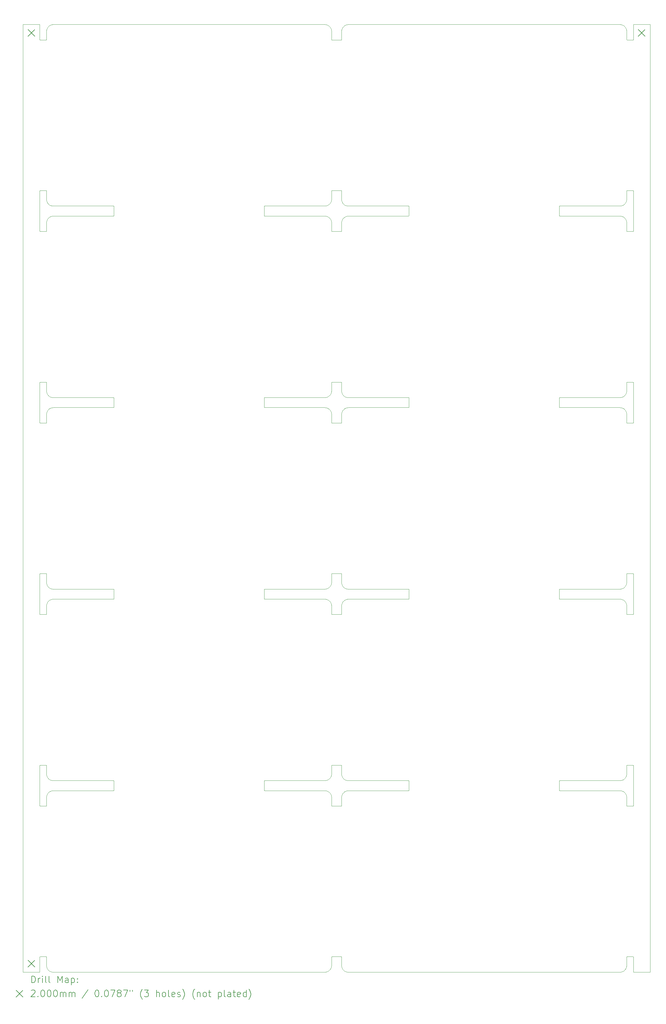
<source format=gbr>
%TF.GenerationSoftware,KiCad,Pcbnew,8.0.5+dfsg-1*%
%TF.CreationDate,2024-09-24T14:54:04+01:00*%
%TF.ProjectId,business card-generic-panel,62757369-6e65-4737-9320-636172642d67,rev?*%
%TF.SameCoordinates,Original*%
%TF.FileFunction,Drillmap*%
%TF.FilePolarity,Positive*%
%FSLAX45Y45*%
G04 Gerber Fmt 4.5, Leading zero omitted, Abs format (unit mm)*
G04 Created by KiCad (PCBNEW 8.0.5+dfsg-1) date 2024-09-24 14:54:04*
%MOMM*%
%LPD*%
G01*
G04 APERTURE LIST*
%ADD10C,0.100000*%
%ADD11C,0.200000*%
G04 APERTURE END LIST*
D10*
X14621078Y-2042439D02*
X14612984Y-2036496D01*
X23486704Y-7807016D02*
X23480761Y-7798922D01*
X14537827Y-30295812D02*
X14547609Y-30293542D01*
X23721891Y-25335190D02*
X23721631Y-25335600D01*
X14527444Y-7722327D02*
X14517483Y-7721058D01*
X14586173Y-19180713D02*
X14577048Y-19176521D01*
X23720735Y-19616748D02*
X23720400Y-19617100D01*
X23390690Y-24567304D02*
X23400015Y-24563579D01*
X15203262Y-19160000D02*
X15203138Y-19160002D01*
X6179127Y-7892555D02*
X6177858Y-7902517D01*
X15162173Y-13444188D02*
X15152391Y-13446458D01*
X21516833Y-24581169D02*
X21517267Y-24580950D01*
X23714853Y-6960107D02*
X23715331Y-6960190D01*
X6189100Y-18731635D02*
X6192706Y-18740661D01*
X23480761Y-13061078D02*
X23486704Y-13052984D01*
X14537579Y-2004137D02*
X14527695Y-2002365D01*
X15078920Y-24922441D02*
X15078724Y-24922593D01*
X23497725Y-19264697D02*
X23497604Y-19264480D01*
X23533101Y-6960000D02*
X23713399Y-6960000D01*
X5977279Y-2453435D02*
X5977126Y-2452974D01*
X8187821Y-19153435D02*
X8187646Y-19153889D01*
X21520047Y-13439893D02*
X21519569Y-13439810D01*
X14595303Y-13114525D02*
X14595520Y-13114404D01*
X23523200Y-25330099D02*
X23523200Y-25083263D01*
X23523626Y-2452974D02*
X23523497Y-2452505D01*
X23523200Y-24129901D02*
X23523212Y-24129414D01*
X6232637Y-7783296D02*
X6225905Y-7790747D01*
X14704002Y-24121948D02*
X14704400Y-24121668D01*
X23523626Y-18407026D02*
X23523779Y-18406565D01*
X6192806Y-24460894D02*
X6196864Y-24469726D01*
X14650896Y-18789251D02*
X14651058Y-18789063D01*
X23516679Y-18707852D02*
X23516741Y-18707612D01*
X23717633Y-8179049D02*
X23717188Y-8179246D01*
X6175131Y-13895600D02*
X6174852Y-13895997D01*
X17009353Y-13143619D02*
X17009652Y-13144002D01*
X14700950Y-13894333D02*
X14700754Y-13893888D01*
X23400248Y-13123479D02*
X23409373Y-13119287D01*
X21514500Y-7422900D02*
X21514852Y-7422565D01*
X15101430Y-30275324D02*
X15110046Y-30279824D01*
X12690647Y-13436380D02*
X12690348Y-13435997D01*
X6176693Y-29848447D02*
X6176752Y-29848930D01*
X6305403Y-13127787D02*
X6314600Y-13130931D01*
X14700012Y-12689414D02*
X14700048Y-12688930D01*
X14690641Y-30157748D02*
X14690715Y-30157511D01*
X23523779Y-29846565D02*
X23523954Y-29846111D01*
X5980319Y-8177753D02*
X5979951Y-8177435D01*
X14994333Y-25339049D02*
X14993888Y-25339246D01*
X14679175Y-7833600D02*
X14674526Y-7824699D01*
X23718067Y-19618831D02*
X23717633Y-19619049D01*
X15002254Y-24412835D02*
X15002292Y-24413081D01*
X5978648Y-2455997D02*
X5978368Y-2455600D01*
X6286848Y-7399825D02*
X6287071Y-7399935D01*
X23519012Y-25042173D02*
X23516742Y-25032391D01*
X23519063Y-24417579D02*
X23520834Y-24407695D01*
X8186153Y-18863620D02*
X8186452Y-18864003D01*
X15004188Y-25042175D02*
X15004138Y-25042418D01*
X21511600Y-24870099D02*
X21511600Y-24589901D01*
X15123182Y-7736422D02*
X15122954Y-7736520D01*
X23418501Y-2025474D02*
X23409600Y-2020825D01*
X15095821Y-2030692D02*
X15095611Y-2030824D01*
X15076261Y-24538736D02*
X15076457Y-24538888D01*
X5976712Y-24129414D02*
X5976748Y-24128930D01*
X21513548Y-24584002D02*
X21513847Y-24583619D01*
X15182766Y-19161033D02*
X15182519Y-19161058D01*
X17006367Y-18861169D02*
X17006790Y-18861409D01*
X12692800Y-7718331D02*
X12692402Y-7718052D01*
X5981100Y-29841668D02*
X5981510Y-29841408D01*
X5980319Y-25337753D02*
X5979951Y-25337435D01*
X15024677Y-24478572D02*
X15024798Y-24478789D01*
X15076261Y-30258736D02*
X15076457Y-30258888D01*
X14567252Y-7732608D02*
X14557750Y-7729360D01*
X12690348Y-19155997D02*
X12690068Y-19155600D01*
X23528010Y-24121408D02*
X23528433Y-24121169D01*
X5978648Y-25335997D02*
X5978368Y-25335600D01*
X23522167Y-13622766D02*
X23522142Y-13622519D01*
X14612982Y-7756494D02*
X14612778Y-7756352D01*
X6196865Y-18749729D02*
X6196975Y-18749952D01*
X8187646Y-19153889D02*
X8187449Y-19154333D01*
X14700000Y-29849901D02*
X14700012Y-29849414D01*
X14992031Y-25339810D02*
X14991553Y-25339893D01*
X14705233Y-2458831D02*
X14704810Y-2458591D01*
X6172400Y-29841668D02*
X6172797Y-29841948D01*
X23467363Y-7356704D02*
X23474095Y-7349253D01*
X6225740Y-13510939D02*
X6219394Y-13518722D01*
X6167386Y-29840012D02*
X6167870Y-29840048D01*
X6192707Y-13020664D02*
X6192805Y-13020892D01*
X23720400Y-12682900D02*
X23720735Y-12683251D01*
X8179953Y-7719893D02*
X8179470Y-7719952D01*
X5981510Y-6961408D02*
X5981933Y-6961169D01*
X14595520Y-24905596D02*
X14595303Y-24905475D01*
X6166899Y-19620000D02*
X5986601Y-19620000D01*
X23523497Y-25332505D02*
X23523390Y-25332031D01*
X14998591Y-2455190D02*
X14998331Y-2455600D01*
X21512769Y-24874767D02*
X21512551Y-24874333D01*
X21517711Y-7719246D02*
X21517267Y-7719049D01*
X23717188Y-24120754D02*
X23717633Y-24120950D01*
X14999952Y-29848930D02*
X14999988Y-29849414D01*
X23435978Y-30263647D02*
X23436182Y-30263506D01*
X6176788Y-19610586D02*
X6176752Y-19611070D01*
X12694511Y-7420754D02*
X12694965Y-7420579D01*
X15036351Y-7807224D02*
X15030825Y-7815609D01*
X5977126Y-2452974D02*
X5976997Y-2452505D01*
X23467190Y-24516886D02*
X23467361Y-24516706D01*
X15076261Y-7378736D02*
X15076457Y-7378888D01*
X14708930Y-18400048D02*
X14709414Y-18400012D01*
X6170235Y-12680579D02*
X6170688Y-12680754D01*
X15025596Y-7824480D02*
X15025475Y-7824697D01*
X23531647Y-2459893D02*
X23531169Y-2459810D01*
X14557509Y-19169284D02*
X14547854Y-19166522D01*
X14693542Y-12987609D02*
X14695812Y-12977827D01*
X14700950Y-2454333D02*
X14700754Y-2453889D01*
X23525447Y-19616380D02*
X23525148Y-19615997D01*
X23723300Y-19610099D02*
X23723288Y-19610586D01*
X23713399Y-12680000D02*
X23713886Y-12680012D01*
X14698941Y-25062517D02*
X14697673Y-25052555D01*
X6189013Y-24451399D02*
X6189099Y-24451632D01*
X23427589Y-19190824D02*
X23427378Y-19190693D01*
X14683479Y-2122952D02*
X14679287Y-2113827D01*
X5977869Y-8174767D02*
X5977650Y-8174333D01*
X14537579Y-7724137D02*
X14527695Y-7722365D01*
X17007980Y-19157753D02*
X17007597Y-19158052D01*
X14709901Y-24120000D02*
X14990099Y-24120000D01*
X17001699Y-7720000D02*
X15203263Y-7720000D01*
X23720048Y-12682565D02*
X23720400Y-12682900D01*
X6213151Y-2087224D02*
X6207625Y-2095609D01*
X14687391Y-2132745D02*
X14687305Y-2132512D01*
X21513847Y-13436380D02*
X21513548Y-13435997D01*
X14999049Y-13894333D02*
X14998831Y-13894767D01*
X23523779Y-18406565D02*
X23523954Y-18406111D01*
X23452451Y-2049104D02*
X23452263Y-2048942D01*
X21513548Y-13144002D02*
X21513847Y-13143619D01*
X23715805Y-18400297D02*
X23716274Y-18400426D01*
X23523497Y-2452505D02*
X23523390Y-2452031D01*
X5979265Y-8176748D02*
X5978947Y-8176380D01*
X23722546Y-13893888D02*
X23722349Y-13894333D01*
X15008993Y-18721960D02*
X15009068Y-18722197D01*
X14701948Y-6964002D02*
X14702247Y-6963619D01*
X15092620Y-7390137D02*
X15092830Y-7390268D01*
X8188210Y-7712031D02*
X8188103Y-7712505D01*
X8180431Y-13439810D02*
X8179953Y-13439893D01*
X5979600Y-29842900D02*
X5979951Y-29842565D01*
X6231064Y-30238863D02*
X6237937Y-30245736D01*
X6176221Y-19613435D02*
X6176046Y-19613889D01*
X14993435Y-8179421D02*
X14992974Y-8179574D01*
X14707494Y-13899703D02*
X14707026Y-13899574D01*
X23530694Y-19619703D02*
X23530226Y-19619574D01*
X17007597Y-19158052D02*
X17007200Y-19158332D01*
X21512769Y-7714767D02*
X21512551Y-7714333D01*
X6363806Y-18859751D02*
X6373587Y-18859998D01*
X15016421Y-7843184D02*
X15012696Y-7852510D01*
X5978368Y-18404400D02*
X5978648Y-18404003D01*
X15047573Y-7351467D02*
X15054090Y-7358679D01*
X17011410Y-13432031D02*
X17011303Y-13432505D01*
X6174553Y-29843619D02*
X6174852Y-29844002D01*
X14702900Y-29842900D02*
X14703251Y-29842565D01*
X14704810Y-18401409D02*
X14705233Y-18401169D01*
X23502375Y-19273600D02*
X23497726Y-19264699D01*
X23713886Y-12680012D02*
X23714370Y-12680048D01*
X23519012Y-7882173D02*
X23516742Y-7872391D01*
X15157349Y-7415993D02*
X15166917Y-7417708D01*
X15006256Y-12992370D02*
X15006318Y-12992610D01*
X23718900Y-13898331D02*
X23718490Y-13898591D01*
X21513847Y-7716380D02*
X21513548Y-7715997D01*
X14701668Y-6964400D02*
X14701948Y-6964002D01*
X15000000Y-13643263D02*
X15000000Y-13890099D01*
X15166919Y-7417708D02*
X15167165Y-7417746D01*
X14679175Y-19273600D02*
X14674526Y-19264699D01*
X5984194Y-12680297D02*
X5984669Y-12680190D01*
X23340431Y-7721033D02*
X23330418Y-7720270D01*
X14701948Y-24124002D02*
X14702247Y-24123619D01*
X6183321Y-25032148D02*
X6183259Y-25032388D01*
X21513268Y-13144400D02*
X21513548Y-13144002D01*
X23719680Y-13897753D02*
X23719297Y-13898052D01*
X12698301Y-18860000D02*
X14496737Y-18860000D01*
X14990586Y-19619988D02*
X14990099Y-19620000D01*
X23371052Y-13446521D02*
X23370812Y-13446459D01*
X23525447Y-8176380D02*
X23525148Y-8175997D01*
X17006790Y-24581408D02*
X17007200Y-24581668D01*
X6173548Y-25337435D02*
X6173180Y-25337753D01*
X6272621Y-7750692D02*
X6272411Y-7750824D01*
X14644161Y-2063294D02*
X14643990Y-2063114D01*
X14705667Y-18400951D02*
X14706111Y-18400754D01*
X15000249Y-7232996D02*
X15000262Y-7233244D01*
X23722349Y-19614333D02*
X23722131Y-19614767D01*
X15172305Y-19162366D02*
X15162421Y-19164137D01*
X17011600Y-13430099D02*
X17011588Y-13430586D01*
X6206531Y-24487169D02*
X6206663Y-24487380D01*
X15157349Y-13135993D02*
X15166917Y-13137708D01*
X23526100Y-18402900D02*
X23526451Y-18402565D01*
X14703619Y-18402247D02*
X14704002Y-18401948D01*
X23459904Y-7775837D02*
X23452453Y-7769105D01*
X21513847Y-24876380D02*
X21513548Y-24875997D01*
X23427376Y-13470691D02*
X23418722Y-13465597D01*
X12690068Y-13435600D02*
X12689808Y-13435190D01*
X14700048Y-18408930D02*
X14700107Y-18408447D01*
X21513009Y-13435190D02*
X21512769Y-13434767D01*
X15063112Y-19216012D02*
X15056012Y-19223112D01*
X21517267Y-7420950D02*
X21517711Y-7420754D01*
X17005489Y-24879246D02*
X17005035Y-24879421D01*
X15012608Y-19292747D02*
X15009360Y-19302250D01*
X23522942Y-18666965D02*
X23523198Y-18656863D01*
X23524868Y-2455600D02*
X23524608Y-2455190D01*
X23716274Y-18400426D02*
X23716735Y-18400579D01*
X6180937Y-2162421D02*
X6179165Y-2172305D01*
X5979265Y-13896748D02*
X5978947Y-13896380D01*
X14700426Y-13892974D02*
X14700297Y-13892505D01*
X23523390Y-18407969D02*
X23523497Y-18407495D01*
X15152388Y-7726459D02*
X15152148Y-7726521D01*
X5976807Y-2451553D02*
X5976748Y-2451070D01*
X6263816Y-2036496D02*
X6255722Y-2042439D01*
X15193032Y-19160258D02*
X15192784Y-19160270D01*
X5982811Y-13899246D02*
X5982367Y-13899049D01*
X14695862Y-7882418D02*
X14695812Y-7882175D01*
X14604176Y-2030691D02*
X14595522Y-2025597D01*
X23444280Y-18817559D02*
X23444476Y-18817407D01*
X17011303Y-7712505D02*
X17011174Y-7712974D01*
X6173548Y-8177435D02*
X6173180Y-8177753D01*
X14991070Y-2459952D02*
X14990586Y-2459988D01*
X14700000Y-12936737D02*
X14700000Y-12689901D01*
X12697330Y-18860048D02*
X12697814Y-18860012D01*
X6290400Y-13460825D02*
X6281499Y-13465474D01*
X6168831Y-2459810D02*
X6168353Y-2459893D01*
X15182517Y-7721058D02*
X15172555Y-7722327D01*
X23418722Y-7394403D02*
X23427376Y-7389309D01*
X15016520Y-2122954D02*
X15016422Y-2123182D01*
X15101430Y-24555324D02*
X15110046Y-24559824D01*
X8178986Y-7420012D02*
X8179470Y-7420048D01*
X6176374Y-19612974D02*
X6176221Y-19613435D01*
X23522142Y-24397480D02*
X23522167Y-24397234D01*
X23380709Y-2009284D02*
X23371054Y-2006521D01*
X14547609Y-19166458D02*
X14537827Y-19164188D01*
X6196976Y-30189954D02*
X6201476Y-30198569D01*
X23350892Y-2002365D02*
X23350647Y-2002327D01*
X15196913Y-13140000D02*
X17001699Y-13140000D01*
X14999246Y-25333888D02*
X14999049Y-25334333D01*
X15104477Y-13465597D02*
X15095824Y-13470691D01*
X23722874Y-6967026D02*
X23723003Y-6967494D01*
X21511612Y-7429414D02*
X21511648Y-7428930D01*
X14577046Y-13456520D02*
X14576818Y-13456422D01*
X23723193Y-13891553D02*
X23723110Y-13892031D01*
X15128603Y-7407787D02*
X15137800Y-7410931D01*
X6177049Y-24392996D02*
X6177062Y-24393244D01*
X6173900Y-13897100D02*
X6173548Y-13897435D01*
X17008700Y-18862900D02*
X17009035Y-18863252D01*
X14700190Y-2452031D02*
X14700107Y-2451553D01*
X8178986Y-13439988D02*
X8178499Y-13440000D01*
X23506779Y-7296815D02*
X23510504Y-7287490D01*
X23722131Y-25334767D02*
X23721891Y-25335190D01*
X14994767Y-6961169D02*
X14995190Y-6961408D01*
X14577046Y-7736520D02*
X14576818Y-7736422D01*
X14707969Y-12680190D02*
X14708447Y-12680107D01*
X15104697Y-13465475D02*
X15104480Y-13465596D01*
X14679286Y-19273825D02*
X14679176Y-19273602D01*
X6179092Y-24413083D02*
X6180807Y-24422651D01*
X23427591Y-30269175D02*
X23435976Y-30263649D01*
X15147632Y-18853745D02*
X15157101Y-18855942D01*
X14674526Y-13035301D02*
X14679175Y-13026400D01*
X23400246Y-2016520D02*
X23400018Y-2016422D01*
X15203262Y-24880000D02*
X15203138Y-24880001D01*
X21521014Y-24879988D02*
X21520530Y-24879952D01*
X15016006Y-7300894D02*
X15020064Y-7309726D01*
X6189495Y-7852512D02*
X6189409Y-7852745D01*
X14700754Y-2453889D02*
X14700579Y-2453435D01*
X14527447Y-13137672D02*
X14527692Y-13137635D01*
X6247547Y-19209105D02*
X6240096Y-19215837D01*
X23714853Y-25339893D02*
X23714370Y-25339952D01*
X6353861Y-13139000D02*
X6363553Y-13139738D01*
X23350644Y-7722327D02*
X23340683Y-7721058D01*
X8188210Y-19152031D02*
X8188103Y-19152505D01*
X12690068Y-18864400D02*
X12690348Y-18864003D01*
X23526451Y-8177435D02*
X23526100Y-8177100D01*
X17007980Y-24582247D02*
X17008348Y-24582565D01*
X6309545Y-24892609D02*
X6309312Y-24892695D01*
X5984669Y-25339810D02*
X5984194Y-25339703D01*
X14703251Y-6962565D02*
X14703619Y-6962247D01*
X8180905Y-24879703D02*
X8180431Y-24879810D01*
X23715331Y-18400190D02*
X23715805Y-18400297D01*
X23380709Y-13449284D02*
X23371054Y-13446521D01*
X21512551Y-13434333D02*
X21512354Y-13433888D01*
X14506965Y-7720257D02*
X14496863Y-7720002D01*
X14697672Y-13612553D02*
X14697635Y-13612308D01*
X8188352Y-7711070D02*
X8188293Y-7711553D01*
X23492507Y-19255822D02*
X23492376Y-19255611D01*
X5976700Y-29849901D02*
X5976712Y-29849414D01*
X12694965Y-13140579D02*
X12695426Y-13140426D01*
X5976997Y-12687494D02*
X5977126Y-12687026D01*
X12689569Y-24874767D02*
X12689350Y-24874333D01*
X23523248Y-19611070D02*
X23523212Y-19610586D01*
X14999421Y-19613435D02*
X14999246Y-19613889D01*
X15172305Y-2002365D02*
X15162421Y-2004137D01*
X6172797Y-8178052D02*
X6172400Y-8178331D01*
X23370812Y-30293541D02*
X23371052Y-30293479D01*
X15012300Y-13011635D02*
X15015906Y-13020661D01*
X23444476Y-19202593D02*
X23444280Y-19202441D01*
X14703619Y-2457753D02*
X14703251Y-2457435D01*
X14604389Y-2030824D02*
X14604178Y-2030692D01*
X6349105Y-13442365D02*
X6339221Y-13444137D01*
X21513847Y-19156380D02*
X21513548Y-19155997D01*
X23529311Y-25339246D02*
X23528867Y-25339049D01*
X23716274Y-19619574D02*
X23715805Y-19619703D01*
X12690965Y-7716748D02*
X12690647Y-7716380D01*
X23721891Y-13895190D02*
X23721631Y-13895600D01*
X8185148Y-24877435D02*
X8184780Y-24877753D01*
X15001026Y-7243191D02*
X15002254Y-7252833D01*
X17008700Y-13142900D02*
X17009035Y-13143251D01*
X14701408Y-8175190D02*
X14701169Y-8174767D01*
X23523954Y-8173888D02*
X23523779Y-8173435D01*
X12693210Y-24878591D02*
X12692800Y-24878331D01*
X6319049Y-13449360D02*
X6309547Y-13452608D01*
X6202396Y-13544480D02*
X6202275Y-13544697D01*
X5977126Y-18407026D02*
X5977279Y-18406565D01*
X14707494Y-19619703D02*
X14707026Y-19619574D01*
X23524150Y-2454333D02*
X23523954Y-2453889D01*
X14557511Y-18850715D02*
X14557748Y-18850641D01*
X5984194Y-25339703D02*
X5983726Y-25339574D01*
X15000249Y-30112996D02*
X15000262Y-30113244D01*
X15004188Y-7882175D02*
X15004138Y-7882418D01*
X15002292Y-24413083D02*
X15004007Y-24422651D01*
X6319049Y-2009360D02*
X6309547Y-2012608D01*
X23320063Y-13139998D02*
X23330165Y-13139742D01*
X5977869Y-2454767D02*
X5977650Y-2454333D01*
X12694965Y-19159421D02*
X12694511Y-19159246D01*
X12693210Y-13141408D02*
X12693633Y-13141169D01*
X6329188Y-7726459D02*
X6328948Y-7726521D01*
X6176788Y-29849414D02*
X6176800Y-29849901D01*
X14612776Y-19196351D02*
X14604391Y-19190825D01*
X21514852Y-24877435D02*
X21514500Y-24877100D01*
X5979951Y-12682565D02*
X5980319Y-12682247D01*
X21512769Y-19154767D02*
X21512551Y-19154333D01*
X14595520Y-13465596D02*
X14595303Y-13465475D01*
X23717633Y-24120950D02*
X23718067Y-24121169D01*
X14700297Y-25332505D02*
X14700190Y-25332031D01*
X14991553Y-13899893D02*
X14991070Y-13899952D01*
X14683579Y-13016815D02*
X14687304Y-13007490D01*
X15187006Y-18859751D02*
X15196787Y-18859998D01*
X21512769Y-13434767D02*
X21512551Y-13434333D01*
X17004574Y-13439574D02*
X17004105Y-13439703D01*
X23435976Y-13476351D02*
X23427591Y-13470825D01*
X5976712Y-2450586D02*
X5976700Y-2450099D01*
X6176374Y-18407026D02*
X6176503Y-18407495D01*
X15157349Y-30295993D02*
X15166917Y-30297708D01*
X6172400Y-6961668D02*
X6172797Y-6961948D01*
X15047410Y-30231276D02*
X15047572Y-30231465D01*
X15012213Y-24451399D02*
X15012299Y-24451632D01*
X14700950Y-29845667D02*
X14701169Y-29845233D01*
X5985630Y-2459952D02*
X5985147Y-2459893D01*
X23721352Y-24124002D02*
X23721631Y-24124400D01*
X14996748Y-6962565D02*
X14997100Y-6962900D01*
X6206664Y-30207382D02*
X6212013Y-30215498D01*
X6180937Y-13602421D02*
X6179165Y-13612305D01*
X14683479Y-19282952D02*
X14679287Y-19273827D01*
X6245335Y-18812428D02*
X6245523Y-18812590D01*
X14700000Y-19610099D02*
X14700000Y-19363263D01*
X14629251Y-2049104D02*
X14629063Y-2048942D01*
X23525447Y-18403620D02*
X23525765Y-18403252D01*
X6176046Y-18406111D02*
X6176221Y-18406565D01*
X14595303Y-30274525D02*
X14595520Y-30274404D01*
X6177057Y-2193035D02*
X6176802Y-2203137D01*
X15078722Y-7762594D02*
X15070939Y-7768940D01*
X14999893Y-19611553D02*
X14999810Y-19612031D01*
X17011021Y-13433435D02*
X17010846Y-13433888D01*
X5978947Y-2456380D02*
X5978648Y-2455997D01*
X15113825Y-24900714D02*
X15113602Y-24900824D01*
X6167870Y-18400048D02*
X6168353Y-18400107D01*
X23330416Y-24880270D02*
X23330168Y-24880258D01*
X21512026Y-7427026D02*
X21512179Y-7426565D01*
X14604389Y-19190824D02*
X14604178Y-19190693D01*
X6261096Y-7384644D02*
X6261299Y-7384785D01*
X14507216Y-24880270D02*
X14506968Y-24880258D01*
X15157103Y-13135942D02*
X15157346Y-13135992D01*
X17010191Y-24584810D02*
X17010431Y-24585233D01*
X14577046Y-24896520D02*
X14576818Y-24896422D01*
X8184000Y-24581668D02*
X8184397Y-24581948D01*
X14577048Y-30283479D02*
X14586173Y-30279287D01*
X6212158Y-18775706D02*
X6217911Y-18783541D01*
X6180808Y-7262653D02*
X6180858Y-7262896D01*
X6328946Y-24886521D02*
X6319291Y-24889284D01*
X12690965Y-13436748D02*
X12690647Y-13436380D01*
X14690715Y-25022489D02*
X14690641Y-25022252D01*
X5977279Y-29846565D02*
X5977454Y-29846111D01*
X17010846Y-7426111D02*
X17011021Y-7426565D01*
X14586175Y-30279286D02*
X14586398Y-30279176D01*
X14674525Y-13544697D02*
X14674404Y-13544480D01*
X14998331Y-13895600D02*
X14998052Y-13895997D01*
X14636704Y-24935837D02*
X14629253Y-24929105D01*
X14612776Y-24916351D02*
X14604391Y-24910825D01*
X12697814Y-18860012D02*
X12698301Y-18860000D01*
X6193221Y-19283185D02*
X6189496Y-19292510D01*
X23400015Y-2016421D02*
X23390690Y-2012696D01*
X17008348Y-24582565D02*
X17008700Y-24582900D01*
X14709901Y-29840000D02*
X14990099Y-29840000D01*
X15001026Y-18683191D02*
X15002254Y-18692833D01*
X14700000Y-19363262D02*
X14699998Y-19363138D01*
X17011600Y-24589901D02*
X17011600Y-24870099D01*
X14517483Y-13138941D02*
X14527444Y-13137673D01*
X6224373Y-30231467D02*
X6230890Y-30238679D01*
X17009353Y-7423619D02*
X17009652Y-7424002D01*
X5976748Y-29848930D02*
X5976807Y-29848447D01*
X23722874Y-29847026D02*
X23723003Y-29847494D01*
X17001699Y-13140000D02*
X17002186Y-13140012D01*
X15092833Y-18830270D02*
X15101209Y-18835201D01*
X14651058Y-13510937D02*
X14650896Y-13510749D01*
X23525765Y-12683251D02*
X23526100Y-12682900D01*
X14993435Y-6960579D02*
X14993888Y-6960754D01*
X21512354Y-7713888D02*
X21512179Y-7713435D01*
X14999421Y-29846565D02*
X14999574Y-29847026D01*
X14567255Y-18847391D02*
X14567488Y-18847305D01*
X23523212Y-8170586D02*
X23523200Y-8170099D01*
X14991070Y-12680048D02*
X14991553Y-12680107D01*
X21511790Y-24872031D02*
X21511707Y-24871553D01*
X6240094Y-7775839D02*
X6239914Y-7776010D01*
X6295908Y-18843995D02*
X6296136Y-18844093D01*
X23474096Y-30229251D02*
X23474258Y-30229063D01*
X12694511Y-7719246D02*
X12694067Y-7719049D01*
X23526451Y-6962565D02*
X23526819Y-6962247D01*
X14994333Y-6960950D02*
X14994767Y-6961169D01*
X23722874Y-24127026D02*
X23723003Y-24127494D01*
X6168353Y-24120107D02*
X6168831Y-24120190D01*
X17011021Y-7426565D02*
X17011174Y-7427026D01*
X14999703Y-18407495D02*
X14999810Y-18407969D01*
X14576818Y-30283578D02*
X14577046Y-30283480D01*
X23721053Y-2456380D02*
X23720735Y-2456748D01*
X6183056Y-30152370D02*
X6183118Y-30152610D01*
X21517267Y-19159049D02*
X21516833Y-19158831D01*
X6253061Y-13098736D02*
X6253257Y-13098888D01*
X23524369Y-12685233D02*
X23524608Y-12684810D01*
X8187821Y-7713435D02*
X8187646Y-7713888D01*
X14669175Y-7815609D02*
X14663649Y-7807224D01*
X6166899Y-25340000D02*
X5986601Y-25340000D01*
X21514500Y-19157100D02*
X21514165Y-19156748D01*
X6237939Y-24525738D02*
X6238119Y-24525909D01*
X14687392Y-30167252D02*
X14690640Y-30157750D01*
X23714370Y-19619952D02*
X23713886Y-19619988D01*
X21521501Y-24580000D02*
X23319937Y-24580000D01*
X12688507Y-7428447D02*
X12688590Y-7427969D01*
X6172797Y-25338052D02*
X6172400Y-25338331D01*
X15002254Y-12972835D02*
X15002292Y-12973081D01*
X23524608Y-6964810D02*
X23524868Y-6964400D01*
X23523248Y-2451070D02*
X23523212Y-2450586D01*
X6169305Y-2459703D02*
X6168831Y-2459810D01*
X15049104Y-19230749D02*
X15048942Y-19230937D01*
X6175631Y-12685233D02*
X6175849Y-12685667D01*
X14700000Y-2450099D02*
X14700000Y-2203263D01*
X15004008Y-7262653D02*
X15004058Y-7262896D01*
X15001000Y-30122941D02*
X15001026Y-30123188D01*
X23452453Y-18810895D02*
X23459904Y-18804163D01*
X23528010Y-18401409D02*
X23528433Y-18401169D01*
X12688448Y-24588930D02*
X12688507Y-24588447D01*
X23723252Y-25331070D02*
X23723193Y-25331553D01*
X14604391Y-30269175D02*
X14612776Y-30263649D01*
X15061139Y-13085738D02*
X15061319Y-13085909D01*
X21514500Y-13437100D02*
X21514165Y-13436748D01*
X23721352Y-29844002D02*
X23721631Y-29844400D01*
X14698941Y-13622517D02*
X14697673Y-13612555D01*
X17005489Y-13439246D02*
X17005035Y-13439421D01*
X15095821Y-13470692D02*
X15095611Y-13470824D01*
X15182517Y-13441058D02*
X15172555Y-13442327D01*
X23718490Y-25338591D02*
X23718067Y-25338831D01*
X14674404Y-7315520D02*
X14674525Y-7315303D01*
X23390690Y-18847304D02*
X23400015Y-18843579D01*
X23523198Y-2203137D02*
X23522942Y-2193035D01*
X14999421Y-2453435D02*
X14999246Y-2453889D01*
X14699998Y-2203137D02*
X14699742Y-2193035D01*
X23467361Y-19223294D02*
X23467190Y-19223114D01*
X6359566Y-7721033D02*
X6359319Y-7721058D01*
X14701668Y-18404400D02*
X14701948Y-18404003D01*
X15128368Y-7407700D02*
X15128600Y-7407787D01*
X6324432Y-13133745D02*
X6333901Y-13135942D01*
X23529765Y-25339421D02*
X23529311Y-25339246D01*
X23520834Y-7892305D02*
X23519063Y-7882421D01*
X23340680Y-13441058D02*
X23340434Y-13441033D01*
X14699742Y-19353032D02*
X14699730Y-19352784D01*
X12688412Y-24870586D02*
X12688400Y-24870099D01*
X15000001Y-25083138D02*
X15000000Y-25083262D01*
X14693541Y-2152388D02*
X14693479Y-2152148D01*
X6172400Y-13898331D02*
X6171990Y-13898591D01*
X14687304Y-7852510D02*
X14683579Y-7843184D01*
X23722874Y-8172974D02*
X23722721Y-8173435D01*
X23519062Y-25042418D02*
X23519012Y-25042175D01*
X8188388Y-24589414D02*
X8188400Y-24589901D01*
X14537827Y-13135812D02*
X14547609Y-13133542D01*
X6343719Y-18857708D02*
X6343965Y-18857746D01*
X14997753Y-8176380D02*
X14997435Y-8176748D01*
X8185148Y-19157435D02*
X8184780Y-19157753D01*
X23516678Y-7872146D02*
X23513916Y-7862491D01*
X23717633Y-13899049D02*
X23717188Y-13899246D01*
X15187006Y-7419750D02*
X15196787Y-7419998D01*
X14707969Y-19619810D02*
X14707494Y-19619703D01*
X12689154Y-18866111D02*
X12689350Y-18865667D01*
X23409373Y-2020713D02*
X23400248Y-2016521D01*
X6176693Y-24128447D02*
X6176752Y-24128930D01*
X14707026Y-29840426D02*
X14707494Y-29840297D01*
X5981100Y-8178331D02*
X5980702Y-8178052D01*
X14999421Y-6966565D02*
X14999574Y-6967026D01*
X8181835Y-13439421D02*
X8181374Y-13439574D01*
X14697635Y-24407692D02*
X14697672Y-24407447D01*
X14998831Y-29845233D02*
X14999049Y-29845667D01*
X23523954Y-29846111D02*
X23524150Y-29845667D01*
X14567255Y-7407391D02*
X14567488Y-7407305D01*
X12688400Y-13430099D02*
X12688400Y-13149901D01*
X23716274Y-6960426D02*
X23716735Y-6960579D01*
X14657407Y-18781276D02*
X14657559Y-18781080D01*
X23418503Y-18834525D02*
X23418720Y-18834404D01*
X6202396Y-7824480D02*
X6202275Y-7824697D01*
X15042439Y-24958922D02*
X15036496Y-24967016D01*
X21521501Y-13440000D02*
X21521014Y-13439988D01*
X6174553Y-18403620D02*
X6174852Y-18404003D01*
X14700950Y-18405667D02*
X14701169Y-18405233D01*
X21517267Y-24580950D02*
X21517711Y-24580754D01*
X23502486Y-7833825D02*
X23502376Y-7833602D01*
X23467363Y-18796704D02*
X23474095Y-18789253D01*
X8188103Y-7712505D02*
X8187974Y-7712974D01*
X5976712Y-13890586D02*
X5976700Y-13890099D01*
X15009284Y-2142491D02*
X15006521Y-2152146D01*
X6373588Y-13139998D02*
X6373712Y-13140000D01*
X15000002Y-7223213D02*
X15000249Y-7232994D01*
X14999703Y-29847494D02*
X14999810Y-29847969D01*
X14706111Y-13899246D02*
X14705667Y-13899049D01*
X23530694Y-13899703D02*
X23530226Y-13899574D01*
X5984194Y-18400297D02*
X5984669Y-18400190D01*
X6319289Y-2009285D02*
X6319052Y-2009359D01*
X14702565Y-25336748D02*
X14702247Y-25336380D01*
X8188210Y-24872031D02*
X8188103Y-24872505D01*
X6176374Y-25332974D02*
X6176221Y-25333435D01*
X6183321Y-13592148D02*
X6183259Y-13592388D01*
X8183167Y-7421169D02*
X8183590Y-7421408D01*
X23516679Y-7267852D02*
X23516741Y-7267612D01*
X8179953Y-18860107D02*
X8180431Y-18860190D01*
X6359566Y-2001033D02*
X6359319Y-2001058D01*
X14621276Y-13482593D02*
X14621080Y-13482441D01*
X23528433Y-24121169D02*
X23528867Y-24120950D01*
X17006367Y-24878831D02*
X17005933Y-24879049D01*
X15152388Y-2006459D02*
X15152148Y-2006521D01*
X23723193Y-6968447D02*
X23723252Y-6968930D01*
X14612984Y-24543504D02*
X14621078Y-24537561D01*
X17002186Y-13140012D02*
X17002670Y-13140048D01*
X14547852Y-2006521D02*
X14547612Y-2006459D01*
X23409375Y-7399286D02*
X23409598Y-7399176D01*
X21519095Y-13140297D02*
X21519569Y-13140190D01*
X8188388Y-19150586D02*
X8188352Y-19151070D01*
X23409598Y-19180824D02*
X23409375Y-19180714D01*
X6175391Y-19615190D02*
X6175131Y-19615600D01*
X15070937Y-13488942D02*
X15070749Y-13489104D01*
X21520530Y-24879952D02*
X21520047Y-24879893D01*
X17003153Y-24879893D02*
X17002670Y-24879952D01*
X14699730Y-18667216D02*
X14699742Y-18666968D01*
X23528867Y-6960950D02*
X23529311Y-6960754D01*
X14663506Y-18772982D02*
X14663647Y-18772778D01*
X6219239Y-7798922D02*
X6213296Y-7807016D01*
X14995997Y-12681948D02*
X14996380Y-12682247D01*
X8181835Y-13140579D02*
X8182288Y-13140754D01*
X21520047Y-7719893D02*
X21519569Y-7719810D01*
X15002327Y-7892555D02*
X15001058Y-7902517D01*
X15029864Y-13047382D02*
X15035213Y-13055498D01*
X14557511Y-30290715D02*
X14557748Y-30290641D01*
X15101211Y-13115202D02*
X15101428Y-13115322D01*
X15061321Y-18805910D02*
X15068533Y-18812427D01*
X5976748Y-8171070D02*
X5976712Y-8170586D01*
X14707026Y-13899574D02*
X14706565Y-13899421D01*
X6202274Y-19264699D02*
X6197625Y-19273600D01*
X6218066Y-7343741D02*
X6224208Y-7351274D01*
X6167870Y-2459952D02*
X6167386Y-2459988D01*
X14586173Y-2020713D02*
X14577048Y-2016521D01*
X23427589Y-2030824D02*
X23427378Y-2030692D01*
X14695862Y-19322418D02*
X14695812Y-19322175D01*
X21516410Y-19158591D02*
X21516000Y-19158332D01*
X23520834Y-25052305D02*
X23519063Y-25042421D01*
X23380709Y-19169284D02*
X23371054Y-19166522D01*
X23513841Y-30157748D02*
X23513915Y-30157511D01*
X6314842Y-13131007D02*
X6324187Y-13133681D01*
X23723300Y-13890099D02*
X23723288Y-13890586D01*
X23715331Y-29840190D02*
X23715805Y-29840297D01*
X6185793Y-18721960D02*
X6185868Y-18722197D01*
X15048940Y-19230939D02*
X15042594Y-19238722D01*
X23718067Y-25338831D02*
X23717633Y-25339049D01*
X14567490Y-13127304D02*
X14576815Y-13123579D01*
X23723252Y-8171070D02*
X23723193Y-8171553D01*
X6183119Y-7272613D02*
X6185793Y-7281958D01*
X15012608Y-13572747D02*
X15009360Y-13582249D01*
X14700426Y-25332974D02*
X14700297Y-25332505D01*
X5977650Y-6965667D02*
X5977869Y-6965233D01*
X17005035Y-24879421D02*
X17004574Y-24879574D01*
X15076459Y-30258889D02*
X15084294Y-30264642D01*
X23474096Y-13069251D02*
X23474258Y-13069063D01*
X23467363Y-24516704D02*
X23474095Y-24509253D01*
X5978108Y-18404810D02*
X5978368Y-18404400D01*
X5981100Y-6961668D02*
X5981510Y-6961408D01*
X14700107Y-24128447D02*
X14700190Y-24127969D01*
X14997435Y-2456748D02*
X14997100Y-2457100D01*
X23523200Y-25083262D02*
X23523198Y-25083138D01*
X23452263Y-30251058D02*
X23452451Y-30250896D01*
X15152388Y-13446459D02*
X15152148Y-13446521D01*
X21515603Y-7718052D02*
X21515220Y-7717753D01*
X23723300Y-2450099D02*
X23723288Y-2450586D01*
X15016006Y-30180894D02*
X15020064Y-30189726D01*
X23525447Y-25336380D02*
X23525148Y-25335997D01*
X17002186Y-7420012D02*
X17002670Y-7420048D01*
X23519062Y-19322418D02*
X23519012Y-19322175D01*
X14993888Y-24120754D02*
X14994333Y-24120950D01*
X14992974Y-24120426D02*
X14993435Y-24120579D01*
X8181374Y-24580426D02*
X8181835Y-24580579D01*
X15029864Y-18767382D02*
X15035213Y-18775498D01*
X14700012Y-6969414D02*
X14700048Y-6968930D01*
X12694511Y-18860754D02*
X12694965Y-18860579D01*
X14517231Y-2001033D02*
X14507218Y-2000270D01*
X23380948Y-24889359D02*
X23380711Y-24889285D01*
X23723193Y-12688447D02*
X23723252Y-12688930D01*
X14998052Y-18404003D02*
X14998331Y-18404400D01*
X6180988Y-2162175D02*
X6180938Y-2162418D01*
X14629251Y-24929104D02*
X14629063Y-24928942D01*
X23486847Y-7807222D02*
X23486706Y-7807018D01*
X8184780Y-24877753D02*
X8184397Y-24878052D01*
X14707969Y-6960190D02*
X14708447Y-6960107D01*
X14695812Y-13602173D02*
X14693542Y-13592391D01*
X23718490Y-18401409D02*
X23718900Y-18401668D01*
X23722546Y-6966111D02*
X23722721Y-6966565D01*
X8187821Y-24873435D02*
X8187646Y-24873888D01*
X15182766Y-13441033D02*
X15182519Y-13441058D01*
X21511612Y-13430586D02*
X21511600Y-13430099D01*
X23721631Y-8175600D02*
X23721352Y-8175997D01*
X23523497Y-29847494D02*
X23523626Y-29847026D01*
X15162173Y-24884188D02*
X15152391Y-24886458D01*
X21514165Y-24876748D02*
X21513847Y-24876380D01*
X6169774Y-12680426D02*
X6170235Y-12680579D01*
X14586173Y-7740713D02*
X14577048Y-7736521D01*
X6173900Y-25337100D02*
X6173548Y-25337435D01*
X17009035Y-13436748D02*
X17008700Y-13437100D01*
X14674526Y-7315301D02*
X14679175Y-7306400D01*
X17009353Y-13436380D02*
X17009035Y-13436748D01*
X15020065Y-7309729D02*
X15020175Y-7309952D01*
X6180858Y-7262899D02*
X6183055Y-7272367D01*
X14994767Y-12681169D02*
X14995190Y-12681408D01*
X14990586Y-24120012D02*
X14991070Y-24120048D01*
X14567488Y-24892695D02*
X14567255Y-24892609D01*
X23486847Y-24967222D02*
X23486706Y-24967018D01*
X5986601Y-12680000D02*
X6166899Y-12680000D01*
X23716274Y-13899574D02*
X23715805Y-13899703D01*
X5976997Y-13892505D02*
X5976890Y-13892031D01*
X23722546Y-18406111D02*
X23722721Y-18406565D01*
X21519569Y-13140190D02*
X21520047Y-13140107D01*
X5983265Y-12680579D02*
X5983726Y-12680426D01*
X15142249Y-2009360D02*
X15132747Y-2012608D01*
X14999810Y-12687969D02*
X14999893Y-12688447D01*
X15000002Y-24383213D02*
X15000249Y-24392994D01*
X12692402Y-24878052D02*
X12692019Y-24877753D01*
X23523954Y-24126111D02*
X23524150Y-24125667D01*
X21511790Y-13147969D02*
X21511897Y-13147494D01*
X14997753Y-18403620D02*
X14998052Y-18404003D01*
X6239912Y-13496012D02*
X6232812Y-13503112D01*
X8188352Y-13148930D02*
X8188388Y-13149414D01*
X6173548Y-13897435D02*
X6173180Y-13897753D01*
X15016520Y-7842954D02*
X15016422Y-7843182D01*
X14683579Y-24456815D02*
X14687304Y-24447490D01*
X6185869Y-13002199D02*
X6189012Y-13011397D01*
X6379937Y-19160002D02*
X6369835Y-19160258D01*
X21517267Y-13439049D02*
X21516833Y-13438831D01*
X23721891Y-2455190D02*
X23721631Y-2455600D01*
X15012300Y-30171635D02*
X15015906Y-30180661D01*
X14701948Y-12684002D02*
X14702247Y-12683619D01*
X15084296Y-30264644D02*
X15084499Y-30264785D01*
X5982811Y-29840754D02*
X5983265Y-29840579D01*
X23721891Y-19615190D02*
X23721631Y-19615600D01*
X21516410Y-7421408D02*
X21516833Y-7421169D01*
X14537825Y-19164188D02*
X14537582Y-19164138D01*
X23506679Y-13562952D02*
X23502487Y-13553827D01*
X6245525Y-7372591D02*
X6253059Y-7378734D01*
X8182733Y-18860951D02*
X8183167Y-18861169D01*
X23459906Y-30244161D02*
X23460086Y-30243990D01*
X23480607Y-18781276D02*
X23480759Y-18781080D01*
X12697814Y-13140012D02*
X12698301Y-13140000D01*
X5977126Y-25332974D02*
X5976997Y-25332505D01*
X14629061Y-2048940D02*
X14621278Y-2042594D01*
X8186153Y-7716380D02*
X8185835Y-7716748D01*
X15167167Y-13137746D02*
X15176809Y-13138974D01*
X6333903Y-13135942D02*
X6334146Y-13135992D01*
X23523200Y-12689901D02*
X23523212Y-12689414D01*
X12688826Y-13432974D02*
X12688697Y-13432505D01*
X6369832Y-13440258D02*
X6369584Y-13440270D01*
X14709901Y-13900000D02*
X14709414Y-13899988D01*
X5985147Y-24120107D02*
X5985630Y-24120048D01*
X6172797Y-18401948D02*
X6173180Y-18402247D01*
X14992031Y-12680190D02*
X14992505Y-12680297D01*
X14643988Y-13503112D02*
X14636888Y-13496012D01*
X14995190Y-12681408D02*
X14995600Y-12681668D01*
X14669176Y-13044389D02*
X14669307Y-13044178D01*
X23723300Y-24129901D02*
X23723300Y-25330099D01*
X14991553Y-2459893D02*
X14991070Y-2459952D01*
X6261096Y-30264644D02*
X6261299Y-30264785D01*
X15172553Y-7722327D02*
X15172308Y-7722365D01*
X21514165Y-13143251D02*
X21514500Y-13142900D01*
X14576815Y-13456421D02*
X14567490Y-13452696D01*
X6176788Y-25330586D02*
X6176752Y-25331070D01*
X12696369Y-7420190D02*
X12696847Y-7420107D01*
X14707969Y-25339810D02*
X14707494Y-25339703D01*
X23497725Y-24984697D02*
X23497604Y-24984480D01*
X6179165Y-19332308D02*
X6179127Y-19332553D01*
X5985630Y-24120048D02*
X5986114Y-24120012D01*
X14527695Y-30297634D02*
X14537579Y-30295863D01*
X15110048Y-24559825D02*
X15110271Y-24559935D01*
X6207624Y-2095611D02*
X6207492Y-2095821D01*
X6269633Y-30270270D02*
X6278009Y-30275201D01*
X6238121Y-30245910D02*
X6245333Y-30252427D01*
X6239912Y-2056012D02*
X6232812Y-2063112D01*
X6179092Y-12973083D02*
X6180807Y-12982651D01*
X14697634Y-13612305D02*
X14695863Y-13602421D01*
X5982367Y-19619049D02*
X5981933Y-19618831D01*
X15001026Y-24403191D02*
X15002254Y-24412833D01*
X6173180Y-29842247D02*
X6173548Y-29842565D01*
X14636886Y-19216010D02*
X14636706Y-19215839D01*
X23528433Y-19618831D02*
X23528010Y-19618591D01*
X14998052Y-25335997D02*
X14997753Y-25336380D01*
X14496862Y-24880001D02*
X14496738Y-24880000D01*
X6176752Y-19611070D02*
X6176693Y-19611553D01*
X12690348Y-7424002D02*
X12690647Y-7423619D01*
X23444476Y-7762593D02*
X23444280Y-7762441D01*
X14704002Y-29841948D02*
X14704400Y-29841668D01*
X15152146Y-24886521D02*
X15142491Y-24889284D01*
X6172400Y-2458332D02*
X6171990Y-2458591D01*
X15035214Y-30215500D02*
X15035356Y-30215704D01*
X8184780Y-7717753D02*
X8184397Y-7718052D01*
X6343967Y-18857746D02*
X6353609Y-18858974D01*
X5978648Y-18404003D02*
X5978947Y-18403620D01*
X8185835Y-24876748D02*
X8185500Y-24877100D01*
X15113825Y-13460714D02*
X15113602Y-13460824D01*
X14995190Y-24121408D02*
X14995600Y-24121668D01*
X23380948Y-13449359D02*
X23380711Y-13449285D01*
X14999421Y-24126565D02*
X14999574Y-24127026D01*
X5976700Y-25330099D02*
X5976700Y-24129901D01*
X14999049Y-12685667D02*
X14999246Y-12686111D01*
X12689808Y-13144810D02*
X12690068Y-13144400D01*
X6172797Y-6961948D02*
X6173180Y-6962247D01*
X6175131Y-19615600D02*
X6174852Y-19615997D01*
X23722721Y-6966565D02*
X23722874Y-6967026D01*
X23531647Y-12680107D02*
X23532130Y-12680048D01*
X17011410Y-19152031D02*
X17011303Y-19152505D01*
X14527695Y-24577634D02*
X14537579Y-24575863D01*
X23723003Y-19612505D02*
X23722874Y-19612974D01*
X23720048Y-24122565D02*
X23720400Y-24122900D01*
X14991070Y-29840048D02*
X14991553Y-29840107D01*
X5977279Y-12686565D02*
X5977454Y-12686111D01*
X15110273Y-18839936D02*
X15119106Y-18843994D01*
X21516833Y-13141169D02*
X21517267Y-13140950D01*
X6176374Y-12687026D02*
X6176503Y-12687494D01*
X14708447Y-25339893D02*
X14707969Y-25339810D01*
X5980319Y-19617753D02*
X5979951Y-19617435D01*
X14621080Y-7377559D02*
X14621276Y-7377407D01*
X6202274Y-24984699D02*
X6197625Y-24993600D01*
X23533101Y-12680000D02*
X23713399Y-12680000D01*
X23720735Y-8176748D02*
X23720400Y-8177100D01*
X23526451Y-19617435D02*
X23526100Y-19617100D01*
X5976890Y-8172031D02*
X5976807Y-8171553D01*
X14586175Y-24559286D02*
X14586398Y-24559176D01*
X17010846Y-13146111D02*
X17011021Y-13146565D01*
X17011303Y-13432505D02*
X17011174Y-13432974D01*
X23486706Y-30212982D02*
X23486847Y-30212778D01*
X6176752Y-18408930D02*
X6176788Y-18409414D01*
X6172400Y-8178331D02*
X6171990Y-8178591D01*
X14994333Y-13899049D02*
X14993888Y-13899246D01*
X5980319Y-13897753D02*
X5979951Y-13897435D01*
X14674525Y-19264697D02*
X14674404Y-19264480D01*
X14998052Y-12684002D02*
X14998331Y-12684400D01*
X5979951Y-8177435D02*
X5979600Y-8177100D01*
X14991553Y-29840107D02*
X14992031Y-29840190D01*
X14995997Y-25338052D02*
X14995600Y-25338331D01*
X15113600Y-13460825D02*
X15104699Y-13465474D01*
X23502376Y-18746398D02*
X23502486Y-18746175D01*
X5984194Y-8179703D02*
X5983726Y-8179574D01*
X5976748Y-6968930D02*
X5976807Y-6968447D01*
X23506779Y-24456815D02*
X23510504Y-24447490D01*
X6183119Y-12992613D02*
X6185793Y-13001958D01*
X15012213Y-13011399D02*
X15012299Y-13011632D01*
X6186084Y-25022491D02*
X6183321Y-25032146D01*
X14698967Y-19342766D02*
X14698942Y-19342519D01*
X14683578Y-7843182D02*
X14683480Y-7842954D01*
X23723288Y-19610586D02*
X23723252Y-19611070D01*
X17007980Y-24877753D02*
X17007597Y-24878052D01*
X23713399Y-29840000D02*
X23713886Y-29840012D01*
X23319937Y-13440000D02*
X21521501Y-13440000D01*
X12688448Y-24871070D02*
X12688412Y-24870586D01*
X12696847Y-19159893D02*
X12696369Y-19159810D01*
X5977869Y-6965233D02*
X5978108Y-6964810D01*
X14527692Y-2002365D02*
X14527447Y-2002327D01*
X6180858Y-18702899D02*
X6183055Y-18712368D01*
X6177049Y-12952996D02*
X6177062Y-12953244D01*
X6333903Y-18855942D02*
X6334146Y-18855992D01*
X6179054Y-30132835D02*
X6179092Y-30133081D01*
X21521014Y-19159988D02*
X21520530Y-19159952D01*
X6179127Y-25052555D02*
X6177858Y-25062517D01*
X14644161Y-24943294D02*
X14643990Y-24943114D01*
X23452263Y-18811058D02*
X23452451Y-18810896D01*
X21515603Y-18861948D02*
X21516000Y-18861668D01*
X21514852Y-19157435D02*
X21514500Y-19157100D01*
X8187231Y-13145233D02*
X8187449Y-13145667D01*
X14701169Y-6965233D02*
X14701408Y-6964810D01*
X14636704Y-13495837D02*
X14629253Y-13489105D01*
X23722721Y-8173435D02*
X23722546Y-8173888D01*
X15009359Y-7862252D02*
X15009285Y-7862489D01*
X5978648Y-8175997D02*
X5978368Y-8175600D01*
X23722721Y-25333435D02*
X23722546Y-25333888D01*
X14586175Y-13119286D02*
X14586398Y-13119176D01*
X14567255Y-30287391D02*
X14567488Y-30287305D01*
X14709901Y-25340000D02*
X14709414Y-25339988D01*
X8178986Y-19159988D02*
X8178499Y-19160000D01*
X14507218Y-30299729D02*
X14517231Y-30298967D01*
X23721352Y-8175997D02*
X23721053Y-8176380D01*
X6172797Y-2458052D02*
X6172400Y-2458332D01*
X14663647Y-2087222D02*
X14663506Y-2087018D01*
X17011493Y-24871553D02*
X17011410Y-24872031D01*
X23523200Y-18409901D02*
X23523212Y-18409414D01*
X23520835Y-18687692D02*
X23520872Y-18687447D01*
X15024677Y-7318572D02*
X15024798Y-7318789D01*
X5982811Y-6960754D02*
X5983265Y-6960579D01*
X21516000Y-19158332D02*
X21515603Y-19158052D01*
X23492375Y-24975609D02*
X23486849Y-24967224D01*
X23524369Y-25334767D02*
X23524150Y-25334333D01*
X14517234Y-30298967D02*
X14517480Y-30298942D01*
X14650895Y-19230747D02*
X14644163Y-19223296D01*
X14999703Y-2452505D02*
X14999574Y-2452974D01*
X17011174Y-7712974D02*
X17011021Y-7713435D01*
X15000000Y-25330099D02*
X14999988Y-25330586D01*
X6176800Y-6969901D02*
X6176800Y-7223087D01*
X23523307Y-18408447D02*
X23523390Y-18407969D01*
X12692402Y-7421948D02*
X12692800Y-7421668D01*
X14507218Y-18859730D02*
X14517231Y-18858967D01*
X6349105Y-7722365D02*
X6339221Y-7724137D01*
X14699742Y-7913032D02*
X14699730Y-7912784D01*
X23723288Y-18409414D02*
X23723300Y-18409901D01*
X6269420Y-24550137D02*
X6269630Y-24550268D01*
X23452261Y-19208940D02*
X23444478Y-19202594D01*
X21520530Y-7420048D02*
X21521014Y-7420012D01*
X14643990Y-13076886D02*
X14644161Y-13076706D01*
X6224210Y-13071276D02*
X6224372Y-13071465D01*
X15048940Y-13510939D02*
X15042594Y-13518722D01*
X14999049Y-8174333D02*
X14998831Y-8174767D01*
X15025596Y-24984480D02*
X15025475Y-24984697D01*
X14700048Y-25331070D02*
X14700012Y-25330586D01*
X8181835Y-24879421D02*
X8181374Y-24879574D01*
X14687391Y-19292745D02*
X14687305Y-19292512D01*
X5978108Y-25335190D02*
X5977869Y-25334767D01*
X5976997Y-6967494D02*
X5977126Y-6967026D01*
X14586398Y-2020824D02*
X14586175Y-2020714D01*
X23513915Y-19302489D02*
X23513841Y-19302252D01*
X14517480Y-24881058D02*
X14517234Y-24881033D01*
X12696369Y-24580190D02*
X12696847Y-24580107D01*
X14527444Y-19162327D02*
X14517483Y-19161059D01*
X14994767Y-13898831D02*
X14994333Y-13899049D01*
X14999810Y-19612031D02*
X14999703Y-19612505D01*
X14990099Y-25340000D02*
X14709901Y-25340000D01*
X15036494Y-13527018D02*
X15036352Y-13527222D01*
X14567490Y-7407304D02*
X14576815Y-7403579D01*
X23427378Y-18829307D02*
X23427589Y-18829176D01*
X14669176Y-30204389D02*
X14669307Y-30204178D01*
X17011174Y-7427026D02*
X17011303Y-7427494D01*
X6171990Y-8178591D02*
X6171567Y-8178831D01*
X6339218Y-2004138D02*
X6338975Y-2004188D01*
X14698942Y-12957480D02*
X14698967Y-12957234D01*
X21516833Y-7421169D02*
X21517267Y-7420950D01*
X15047410Y-24511276D02*
X15047572Y-24511465D01*
X6176503Y-13892505D02*
X6176374Y-13892974D01*
X6380062Y-24880000D02*
X6379938Y-24880001D01*
X8181835Y-24580579D02*
X8182288Y-24580754D01*
X6193221Y-7843184D02*
X6189496Y-7852510D01*
X6176503Y-8172505D02*
X6176374Y-8172974D01*
X6171990Y-13898591D02*
X6171567Y-13898831D01*
X6363556Y-7419738D02*
X6363804Y-7419750D01*
X23524868Y-19615600D02*
X23524608Y-19615190D01*
X23718067Y-12681169D02*
X23718490Y-12681408D01*
X23719680Y-8177753D02*
X23719297Y-8178052D01*
X5979951Y-25337435D02*
X5979600Y-25337100D01*
X8178499Y-19160000D02*
X6380063Y-19160000D01*
X6207624Y-13535611D02*
X6207492Y-13535821D01*
X15036494Y-19247018D02*
X15036352Y-19247222D01*
X14701408Y-29844810D02*
X14701668Y-29844400D01*
X5979951Y-19617435D02*
X5979600Y-19617100D01*
X15020176Y-13029954D02*
X15024676Y-13038569D01*
X23523200Y-7923262D02*
X23523198Y-7923138D01*
X23444278Y-13482439D02*
X23436184Y-13476496D01*
X15087016Y-13476496D02*
X15078922Y-13482439D01*
X23722131Y-18405233D02*
X23722349Y-18405667D01*
X6171133Y-13899049D02*
X6170688Y-13899246D01*
X14683480Y-13017046D02*
X14683578Y-13016818D01*
X5982811Y-8179246D02*
X5982367Y-8179049D01*
X17008348Y-13437435D02*
X17007980Y-13437753D01*
X6290625Y-2020714D02*
X6290402Y-2020824D01*
X23452261Y-7768940D02*
X23444478Y-7762594D01*
X23497726Y-18755301D02*
X23502375Y-18746400D01*
X5977650Y-24125667D02*
X5977869Y-24125233D01*
X23520834Y-13612305D02*
X23519063Y-13602421D01*
X6202396Y-2104480D02*
X6202275Y-2104697D01*
X14517483Y-7418941D02*
X14527444Y-7417673D01*
X23718900Y-25338331D02*
X23718490Y-25338591D01*
X21520530Y-18860048D02*
X21521014Y-18860012D01*
X14997753Y-19616380D02*
X14997435Y-19616748D01*
X6176221Y-18406565D02*
X6176374Y-18407026D01*
X6176800Y-24383088D02*
X6176801Y-24383212D01*
X14517234Y-13138967D02*
X14517480Y-13138942D01*
X6363556Y-18859738D02*
X6363804Y-18859750D01*
X6324432Y-24573745D02*
X6333901Y-24575942D01*
X8188103Y-13147494D02*
X8188210Y-13147969D01*
X15068535Y-30252428D02*
X15068723Y-30252590D01*
X14669307Y-24975821D02*
X14669176Y-24975611D01*
X14996748Y-18402565D02*
X14997100Y-18402900D01*
X15119108Y-30283995D02*
X15119336Y-30284093D01*
X15009069Y-7282199D02*
X15012212Y-7291397D01*
X14995600Y-13898331D02*
X14995190Y-13898591D01*
X23510505Y-18727488D02*
X23510591Y-18727255D01*
X23330418Y-24579729D02*
X23340431Y-24578967D01*
X14999893Y-8171553D02*
X14999810Y-8172031D01*
X15030824Y-13535611D02*
X15030692Y-13535821D01*
X14567252Y-13452608D02*
X14557750Y-13449360D01*
X23513916Y-30157509D02*
X23516678Y-30147854D01*
X14698967Y-30117231D02*
X14699729Y-30107218D01*
X23435976Y-7756351D02*
X23427591Y-7750825D01*
X15162418Y-2004138D02*
X15162175Y-2004188D01*
X15142249Y-19169360D02*
X15132747Y-19172608D01*
X12688448Y-13148930D02*
X12688507Y-13148447D01*
X23530226Y-29840426D02*
X23530694Y-29840297D01*
X14576818Y-13123578D02*
X14577046Y-13123480D01*
X8183167Y-19158831D02*
X8182733Y-19159049D01*
X21512179Y-13146565D02*
X21512354Y-13146111D01*
X17009932Y-19155600D02*
X17009652Y-19155997D01*
X17011410Y-7712031D02*
X17011303Y-7712505D01*
X15002292Y-12973083D02*
X15004007Y-12982651D01*
X5978368Y-8175600D02*
X5978108Y-8175190D01*
X14699998Y-30096862D02*
X14700000Y-30096738D01*
X23492507Y-13535821D02*
X23492376Y-13535611D01*
X12692019Y-24877753D02*
X12691651Y-24877435D01*
X23486704Y-2087016D02*
X23480761Y-2078922D01*
X14693542Y-30147609D02*
X14695812Y-30137827D01*
X15048940Y-7790939D02*
X15042594Y-7798722D01*
X15024799Y-30198791D02*
X15029730Y-30207167D01*
X23390452Y-19172608D02*
X23380950Y-19169360D01*
X14644163Y-18796704D02*
X14650895Y-18789253D01*
X12697814Y-7420012D02*
X12698301Y-7420000D01*
X23474258Y-19230937D02*
X23474096Y-19230749D01*
X21512769Y-13145233D02*
X21513009Y-13144810D01*
X14537825Y-7724188D02*
X14537582Y-7724138D01*
X14612778Y-7383647D02*
X14612982Y-7383506D01*
X14496737Y-7720000D02*
X12698301Y-7720000D01*
X12688400Y-18869901D02*
X12688412Y-18869414D01*
X6238121Y-7365910D02*
X6245333Y-7372427D01*
X14999049Y-2454333D02*
X14998831Y-2454767D01*
X8180905Y-18860297D02*
X8181374Y-18860426D01*
X23533101Y-18400000D02*
X23713399Y-18400000D01*
X23380709Y-7729284D02*
X23371054Y-7726521D01*
X15092620Y-24550137D02*
X15092830Y-24550268D01*
X17011303Y-18867495D02*
X17011410Y-18867969D01*
X14709414Y-18400012D02*
X14709901Y-18400000D01*
X14636706Y-13084161D02*
X14636886Y-13083990D01*
X6253259Y-7378889D02*
X6261094Y-7384642D01*
X15030691Y-19255824D02*
X15025597Y-19264477D01*
X5976890Y-12687969D02*
X5976997Y-12687494D01*
X6232637Y-2063296D02*
X6225905Y-2070747D01*
X8187231Y-24874767D02*
X8186991Y-24875190D01*
X23531647Y-6960107D02*
X23532130Y-6960048D01*
X6201477Y-30198572D02*
X6201598Y-30198789D01*
X23486849Y-30212776D02*
X23492375Y-30204391D01*
X15132745Y-7732609D02*
X15132512Y-7732695D01*
X6263816Y-7756496D02*
X6255722Y-7762439D01*
X23523954Y-12686111D02*
X23524150Y-12685667D01*
X15004008Y-18702653D02*
X15004058Y-18702897D01*
X12694067Y-7719049D02*
X12693633Y-7718831D01*
X6240094Y-2055839D02*
X6239914Y-2056010D01*
X6177858Y-7902519D02*
X6177833Y-7902766D01*
X6245525Y-13092591D02*
X6253059Y-13098734D01*
X23714853Y-18400107D02*
X23715331Y-18400190D01*
X14621278Y-18817406D02*
X14629061Y-18811060D01*
X17011174Y-13147026D02*
X17011303Y-13147494D01*
X15078722Y-2042594D02*
X15070939Y-2048940D01*
X21520047Y-13140107D02*
X21520530Y-13140048D01*
X23525447Y-24123619D02*
X23525765Y-24123251D01*
X6334149Y-7415993D02*
X6343717Y-7417708D01*
X21516000Y-18861668D02*
X21516410Y-18861409D01*
X15157349Y-24575993D02*
X15166917Y-24577708D01*
X6197624Y-24993602D02*
X6197514Y-24993825D01*
X17011174Y-24872974D02*
X17011021Y-24873435D01*
X14604178Y-30269307D02*
X14604389Y-30269176D01*
X23529311Y-8179246D02*
X23528867Y-8179049D01*
X5983726Y-2459574D02*
X5983265Y-2459421D01*
X6176801Y-19363138D02*
X6176800Y-19363262D01*
X8186991Y-18864810D02*
X8187231Y-18865233D01*
X23390690Y-7407304D02*
X23400015Y-7403579D01*
X6180937Y-7882421D02*
X6179165Y-7892305D01*
X5976997Y-19612505D02*
X5976890Y-19612031D01*
X5978108Y-13895190D02*
X5977869Y-13894767D01*
X5981933Y-2458831D02*
X5981510Y-2458591D01*
X15119339Y-24564094D02*
X15128365Y-24567699D01*
X23722874Y-25332974D02*
X23722721Y-25333435D01*
X23522142Y-12957480D02*
X23522167Y-12957234D01*
X6177833Y-25062769D02*
X6177070Y-25072782D01*
X14643988Y-7783112D02*
X14636888Y-7776012D01*
X23418503Y-24554525D02*
X23418720Y-24554404D01*
X14595520Y-19185596D02*
X14595303Y-19185475D01*
X5985630Y-12680048D02*
X5986114Y-12680012D01*
X5980702Y-19618052D02*
X5980319Y-19617753D01*
X6343719Y-24577708D02*
X6343965Y-24577746D01*
X21516410Y-24581408D02*
X21516833Y-24581169D01*
X23714370Y-8179952D02*
X23713886Y-8179988D01*
X17010649Y-18865667D02*
X17010846Y-18866111D01*
X5976712Y-8170586D02*
X5976700Y-8170099D01*
X23523307Y-6968447D02*
X23523390Y-6967969D01*
X6295908Y-24563995D02*
X6296136Y-24564093D01*
X21518165Y-19159421D02*
X21517711Y-19159246D01*
X23723423Y-30300000D02*
X24223177Y-30300000D01*
X14697672Y-2172553D02*
X14697635Y-2172308D01*
X23467361Y-2063294D02*
X23467190Y-2063114D01*
X14674403Y-19264477D02*
X14669309Y-19255824D01*
X21519095Y-13439703D02*
X21518626Y-13439574D01*
X15095609Y-13470825D02*
X15087224Y-13476351D01*
X15000257Y-7913035D02*
X15000002Y-7923137D01*
X17001699Y-7420000D02*
X17002186Y-7420012D01*
X14996380Y-13897753D02*
X14995997Y-13898052D01*
X12694067Y-19159049D02*
X12693633Y-19158831D01*
X23713886Y-18400012D02*
X23714370Y-18400048D01*
X12690647Y-18863620D02*
X12690965Y-18863252D01*
X23721631Y-12684400D02*
X23721891Y-12684810D01*
X12697330Y-7719952D02*
X12696847Y-7719893D01*
X21512179Y-13433435D02*
X21512026Y-13432974D01*
X23427376Y-19190691D02*
X23418722Y-19185597D01*
X23720735Y-18403252D02*
X23721053Y-18403620D01*
X15078920Y-13482441D02*
X15078724Y-13482593D01*
X14999810Y-8172031D02*
X14999703Y-8172505D01*
X14527444Y-13442327D02*
X14517483Y-13441058D01*
X17006367Y-13438831D02*
X17005933Y-13439049D01*
X12691651Y-13142565D02*
X12692019Y-13142247D01*
X23528867Y-12680950D02*
X23529311Y-12680754D01*
X14621276Y-2042593D02*
X14621080Y-2042441D01*
X23520835Y-30127692D02*
X23520872Y-30127447D01*
X6174235Y-24123251D02*
X6174553Y-24123619D01*
X23529311Y-24120754D02*
X23529765Y-24120579D01*
X6176693Y-8171553D02*
X6176610Y-8172031D01*
X14998591Y-25335190D02*
X14998331Y-25335600D01*
X6177057Y-25073035D02*
X6176802Y-25083137D01*
X23380948Y-19169359D02*
X23380711Y-19169285D01*
X6206531Y-13047169D02*
X6206663Y-13047380D01*
X14663504Y-24967016D02*
X14657561Y-24958922D01*
X15020065Y-13029729D02*
X15020175Y-13029952D01*
X6201477Y-24478572D02*
X6201598Y-24478789D01*
X14997753Y-24123619D02*
X14998052Y-24124002D01*
X23513840Y-7862249D02*
X23510592Y-7852747D01*
X23524868Y-18404400D02*
X23525148Y-18404003D01*
X12694965Y-24879421D02*
X12694511Y-24879246D01*
X14567252Y-24892608D02*
X14557750Y-24889360D01*
X14700190Y-29847969D02*
X14700297Y-29847494D01*
X15024677Y-13038572D02*
X15024798Y-13038789D01*
X23340431Y-19161033D02*
X23330418Y-19160270D01*
X23523954Y-25333888D02*
X23523779Y-25333435D01*
X23427591Y-24549175D02*
X23435976Y-24543649D01*
X14669309Y-7324176D02*
X14674403Y-7315522D01*
X23531647Y-25339893D02*
X23531169Y-25339810D01*
X12689350Y-24585667D02*
X12689569Y-24585233D01*
X14650895Y-7790747D02*
X14644163Y-7783296D01*
X15070747Y-24929105D02*
X15063296Y-24935837D01*
X12688400Y-24870099D02*
X12688400Y-24589901D01*
X14651060Y-7349061D02*
X14657405Y-7341278D01*
X14706565Y-6960579D02*
X14707026Y-6960426D01*
X21514165Y-7716748D02*
X21513847Y-7716380D01*
X6176046Y-2453889D02*
X6175849Y-2454333D01*
X8178986Y-24580012D02*
X8179470Y-24580048D01*
X21516410Y-18861409D02*
X21516833Y-18861169D01*
X6170688Y-13899246D02*
X6170235Y-13899421D01*
X23467190Y-18796886D02*
X23467361Y-18796706D01*
X6212014Y-13055500D02*
X6212156Y-13055704D01*
X14706111Y-29840754D02*
X14706565Y-29840579D01*
X23371054Y-18853478D02*
X23380709Y-18850716D01*
X14496863Y-30299998D02*
X14506965Y-30299742D01*
X15001026Y-12963191D02*
X15002254Y-12972833D01*
X8188400Y-13149901D02*
X8188400Y-13430099D01*
X8180905Y-19159703D02*
X8180431Y-19159810D01*
X21511707Y-19151553D02*
X21511648Y-19151070D01*
X15012608Y-25012747D02*
X15009360Y-25022249D01*
X17008348Y-24877435D02*
X17007980Y-24877753D01*
X23360779Y-13444137D02*
X23350895Y-13442365D01*
X6173180Y-8177753D02*
X6172797Y-8178052D01*
X5984669Y-19619810D02*
X5984194Y-19619703D01*
X23320063Y-7419998D02*
X23330165Y-7419742D01*
X14621080Y-18817559D02*
X14621276Y-18817407D01*
X21516000Y-13438331D02*
X21515603Y-13438052D01*
X21511707Y-7711553D02*
X21511648Y-7711070D01*
X21516410Y-7718591D02*
X21516000Y-7718331D01*
X5977454Y-19613889D02*
X5977279Y-19613435D01*
X14496737Y-13440000D02*
X12698301Y-13440000D01*
X15142489Y-19169285D02*
X15142252Y-19169359D01*
X14644161Y-13503294D02*
X14643990Y-13503114D01*
X15172305Y-13442365D02*
X15162421Y-13444137D01*
X6343719Y-13137708D02*
X6343965Y-13137746D01*
X23409598Y-2020824D02*
X23409375Y-2020714D01*
X21517711Y-7420754D02*
X21518165Y-7420579D01*
X23390688Y-19172695D02*
X23390455Y-19172609D01*
X14577046Y-19176520D02*
X14576818Y-19176422D01*
X23436184Y-7383504D02*
X23444278Y-7377561D01*
X14507216Y-13440270D02*
X14506968Y-13440258D01*
X23532130Y-25339952D02*
X23531647Y-25339893D01*
X6177057Y-19353035D02*
X6176802Y-19363137D01*
X15070747Y-13489105D02*
X15063296Y-13495837D01*
X14537582Y-18855862D02*
X14537825Y-18855812D01*
X6174852Y-6964002D02*
X6175131Y-6964400D01*
X23513915Y-25022489D02*
X23513841Y-25022252D01*
X14643990Y-7356886D02*
X14644161Y-7356706D01*
X21513009Y-18864810D02*
X21513268Y-18864400D01*
X14636706Y-24524161D02*
X14636886Y-24523990D01*
X21519569Y-18860190D02*
X21520047Y-18860107D01*
X14700000Y-24129901D02*
X14700012Y-24129414D01*
X23370809Y-13446458D02*
X23361027Y-13444188D01*
X5976890Y-6967969D02*
X5976997Y-6967494D01*
X17011303Y-24872505D02*
X17011174Y-24872974D01*
X23719297Y-12681948D02*
X23719680Y-12682247D01*
X21513009Y-24584810D02*
X21513268Y-24584400D01*
X8188352Y-18868930D02*
X8188388Y-18869414D01*
X23340434Y-7418967D02*
X23340680Y-7418942D01*
X15006256Y-24432370D02*
X15006318Y-24432610D01*
X15055837Y-24943296D02*
X15049105Y-24950747D01*
X6373588Y-24579998D02*
X6373712Y-24580000D01*
X23492509Y-13044176D02*
X23497603Y-13035522D01*
X23502376Y-13026398D02*
X23502486Y-13026175D01*
X23418720Y-13465596D02*
X23418503Y-13465475D01*
X14999574Y-29847026D02*
X14999703Y-29847494D01*
X15000262Y-24393247D02*
X15001000Y-24402939D01*
X6212014Y-24495500D02*
X6212156Y-24495704D01*
X15024799Y-18758791D02*
X15029730Y-18767167D01*
X23492375Y-7815609D02*
X23486849Y-7807224D01*
X6169305Y-29840297D02*
X6169774Y-29840426D01*
X6193221Y-13563184D02*
X6189496Y-13572510D01*
X23390688Y-13452695D02*
X23390455Y-13452609D01*
X6189495Y-19292512D02*
X6189409Y-19292745D01*
X14687305Y-7287488D02*
X14687391Y-7287255D01*
X23480761Y-7341078D02*
X23486704Y-7332984D01*
X23519012Y-7257825D02*
X23519062Y-7257582D01*
X5979265Y-25336748D02*
X5978947Y-25336380D01*
X14998831Y-18405233D02*
X14999049Y-18405667D01*
X23427591Y-18829175D02*
X23435976Y-18823649D01*
X14700107Y-12688447D02*
X14700190Y-12687969D01*
X23492507Y-2095821D02*
X23492376Y-2095611D01*
X5985147Y-29840107D02*
X5985630Y-29840048D01*
X21519569Y-7420190D02*
X21520047Y-7420107D01*
X15012300Y-7291635D02*
X15015906Y-7300661D01*
X6193320Y-7842954D02*
X6193222Y-7843182D01*
X17011600Y-18869901D02*
X17011600Y-19150099D01*
X23436182Y-7756494D02*
X23435978Y-7756352D01*
X6173180Y-13897753D02*
X6172797Y-13898052D01*
X6324432Y-30293745D02*
X6333901Y-30295942D01*
X23723252Y-13891070D02*
X23723193Y-13891553D01*
X23721891Y-6964810D02*
X23722131Y-6965233D01*
X23526100Y-8177100D02*
X23525765Y-8176748D01*
X8184397Y-13438052D02*
X8184000Y-13438331D01*
X17001699Y-19160000D02*
X15203263Y-19160000D01*
X6175849Y-18405667D02*
X6176046Y-18406111D01*
X6202274Y-2104699D02*
X6197625Y-2113600D01*
X6255720Y-19202441D02*
X6255524Y-19202593D01*
X8183590Y-7421408D02*
X8184000Y-7421668D01*
X14999574Y-13892974D02*
X14999421Y-13893435D01*
X14636888Y-18803988D02*
X14643988Y-18796888D01*
X14612776Y-13476351D02*
X14604391Y-13470825D01*
X23459904Y-24935837D02*
X23452453Y-24929105D01*
X6319289Y-24889285D02*
X6319052Y-24889359D01*
X23527600Y-29841668D02*
X23528010Y-29841408D01*
X17011303Y-19152505D02*
X17011174Y-19152974D01*
X15196913Y-24580000D02*
X17001699Y-24580000D01*
X8186452Y-24875997D02*
X8186153Y-24876380D01*
X6245335Y-7372428D02*
X6245523Y-7372590D01*
X23459906Y-18804161D02*
X23460086Y-18803990D01*
X6207624Y-7815611D02*
X6207492Y-7815821D01*
X14697635Y-18687692D02*
X14697672Y-18687447D01*
X14690640Y-13582249D02*
X14687392Y-13572747D01*
X23361025Y-13444188D02*
X23360782Y-13444138D01*
X23524369Y-6965233D02*
X23524608Y-6964810D01*
X14527447Y-24577672D02*
X14527692Y-24577635D01*
X14496738Y-24580000D02*
X14496862Y-24579998D01*
X14705233Y-29841169D02*
X14705667Y-29840950D01*
X14991553Y-19619893D02*
X14991070Y-19619952D01*
X21511790Y-7712031D02*
X21511707Y-7711553D01*
X17009035Y-7423251D02*
X17009353Y-7423619D01*
X23527202Y-19618052D02*
X23526819Y-19617753D01*
X8187821Y-13433435D02*
X8187646Y-13433888D01*
X23715805Y-8179703D02*
X23715331Y-8179810D01*
X23527202Y-29841948D02*
X23527600Y-29841668D01*
X17011410Y-24872031D02*
X17011303Y-24872505D01*
X12689808Y-7715190D02*
X12689569Y-7714767D01*
X14704002Y-6961948D02*
X14704400Y-6961668D01*
X14700754Y-18406111D02*
X14700950Y-18405667D01*
X6231064Y-18798863D02*
X6237937Y-18805736D01*
X6175391Y-6964810D02*
X6175631Y-6965233D01*
X6176788Y-13890586D02*
X6176752Y-13891070D01*
X6183119Y-18712613D02*
X6185793Y-18721958D01*
X14708930Y-12680048D02*
X14709414Y-12680012D01*
X6176610Y-25332031D02*
X6176503Y-25332505D01*
X23506680Y-24457046D02*
X23506778Y-24456818D01*
X15049104Y-13510749D02*
X15048942Y-13510937D01*
X23525765Y-19616748D02*
X23525447Y-19616380D01*
X12697330Y-7420048D02*
X12697814Y-7420012D01*
X23528433Y-8178831D02*
X23528010Y-8178591D01*
X6173180Y-18402247D02*
X6173548Y-18402565D01*
X23723003Y-29847494D02*
X23723110Y-29847969D01*
X17009353Y-24876380D02*
X17009035Y-24876748D01*
X14674404Y-13035520D02*
X14674525Y-13035303D01*
X6173180Y-6962247D02*
X6173548Y-6962565D01*
X21521501Y-7720000D02*
X21521014Y-7719988D01*
X15029731Y-30207169D02*
X15029863Y-30207380D01*
X23452453Y-24530895D02*
X23459904Y-24524163D01*
X6177800Y-30122941D02*
X6177826Y-30123188D01*
X6189408Y-19292747D02*
X6186160Y-19302250D01*
X12689154Y-7713888D02*
X12688979Y-7713435D01*
X21514852Y-24582565D02*
X21515220Y-24582247D01*
X14707494Y-6960297D02*
X14707969Y-6960190D01*
X15020713Y-19273827D02*
X15016521Y-19282952D01*
X14699729Y-25072782D02*
X14698967Y-25062769D01*
X6173900Y-12682900D02*
X6174235Y-12683251D01*
X12697330Y-24879952D02*
X12696847Y-24879893D01*
X14517480Y-2001058D02*
X14517234Y-2001033D01*
X14991070Y-18400048D02*
X14991553Y-18400107D01*
X23360779Y-24884137D02*
X23350895Y-24882365D01*
X6193221Y-25003184D02*
X6189496Y-25012510D01*
X8186731Y-19155600D02*
X8186452Y-19155997D01*
X14595520Y-2025596D02*
X14595303Y-2025475D01*
X6255522Y-2042594D02*
X6247739Y-2048940D01*
X12695894Y-24580297D02*
X12696369Y-24580190D01*
X14994333Y-2459049D02*
X14993888Y-2459246D01*
X15054091Y-7358681D02*
X15054262Y-7358861D01*
X14704810Y-19618591D02*
X14704400Y-19618332D01*
X14997100Y-18402900D02*
X14997435Y-18403252D01*
X17010191Y-13435190D02*
X17009932Y-13435600D01*
X15054091Y-13078681D02*
X15054262Y-13078861D01*
X6179165Y-25052308D02*
X6179127Y-25052553D01*
X14636886Y-2056010D02*
X14636706Y-2055839D01*
X23527600Y-2458332D02*
X23527202Y-2458052D01*
X15186756Y-13139738D02*
X15187004Y-13139750D01*
X21511707Y-13431553D02*
X21511648Y-13431070D01*
X23330165Y-2000257D02*
X23320063Y-2000002D01*
X6225904Y-19230749D02*
X6225742Y-19230937D01*
X6168353Y-13899893D02*
X6167870Y-13899952D01*
X21518626Y-13140426D02*
X21519095Y-13140297D01*
X21515220Y-18862247D02*
X21515603Y-18861948D01*
X17010431Y-19154767D02*
X17010191Y-19155190D01*
X6269420Y-30270137D02*
X6269630Y-30270268D01*
X21512179Y-24586565D02*
X21512354Y-24586111D01*
X23523200Y-2450099D02*
X23523200Y-2203263D01*
X14699729Y-13632782D02*
X14698967Y-13622769D01*
X14706565Y-13899421D02*
X14706111Y-13899246D01*
X15137803Y-7410932D02*
X15138040Y-7411006D01*
X12689350Y-13145667D02*
X12689569Y-13145233D01*
X14586398Y-7740824D02*
X14586175Y-7740714D01*
X8185500Y-13437100D02*
X8185148Y-13437435D01*
X14629063Y-13091058D02*
X14629251Y-13090896D01*
X15063294Y-13495839D02*
X15063114Y-13496010D01*
X15042593Y-7798724D02*
X15042441Y-7798920D01*
X6253259Y-24538889D02*
X6261094Y-24544642D01*
X23320062Y-13440001D02*
X23319938Y-13440000D01*
X15020065Y-30189729D02*
X15020175Y-30189952D01*
X23497603Y-2104477D02*
X23492509Y-2095824D01*
X23522141Y-25062517D02*
X23520873Y-25052555D01*
X14991553Y-6960107D02*
X14992031Y-6960190D01*
X23526819Y-29842247D02*
X23527202Y-29841948D01*
X14992031Y-6960190D02*
X14992505Y-6960297D01*
X8187231Y-7425233D02*
X8187449Y-7425667D01*
X14995600Y-25338331D02*
X14995190Y-25338591D01*
X6213294Y-19247018D02*
X6213152Y-19247222D01*
X15000262Y-18673247D02*
X15001000Y-18682939D01*
X14693542Y-7267609D02*
X14695812Y-7257827D01*
X6177800Y-18682941D02*
X6177826Y-18683188D01*
X23513915Y-7862489D02*
X23513841Y-7862252D01*
X5976748Y-13891070D02*
X5976712Y-13890586D01*
X21520047Y-18860107D02*
X21520530Y-18860048D01*
X23525765Y-2456748D02*
X23525447Y-2456380D01*
X23520873Y-18687444D02*
X23522141Y-18677483D01*
X23452453Y-30250895D02*
X23459904Y-30244163D01*
X14687391Y-25012745D02*
X14687305Y-25012512D01*
X23459906Y-7364161D02*
X23460086Y-7363990D01*
X14704810Y-2458591D02*
X14704400Y-2458332D01*
X6319289Y-19169285D02*
X6319052Y-19169359D01*
X14693541Y-19312388D02*
X14693479Y-19312148D01*
X23523390Y-19612031D02*
X23523307Y-19611553D01*
X23532614Y-2459988D02*
X23532130Y-2459952D01*
X6175849Y-29845667D02*
X6176046Y-29846111D01*
X15167167Y-30297746D02*
X15176809Y-30298974D01*
X14999893Y-24128447D02*
X14999952Y-24128930D01*
X15006256Y-30152370D02*
X15006318Y-30152610D01*
X21519569Y-24879810D02*
X21519095Y-24879703D01*
X14612778Y-30263647D02*
X14612982Y-30263506D01*
X23528010Y-19618591D02*
X23527600Y-19618332D01*
X14990099Y-18400000D02*
X14990586Y-18400012D01*
X17004105Y-13140297D02*
X17004574Y-13140426D01*
X23460088Y-18803988D02*
X23467188Y-18796888D01*
X15041112Y-24503543D02*
X15041264Y-24503739D01*
X14707026Y-12680426D02*
X14707494Y-12680297D01*
X14679175Y-24993600D02*
X14674526Y-24984699D01*
X14699730Y-24387216D02*
X14699742Y-24386968D01*
X23516678Y-25032146D02*
X23513916Y-25022491D01*
X6171133Y-19619049D02*
X6170688Y-19619246D01*
X21512551Y-24874333D02*
X21512354Y-24873888D01*
X23529765Y-12680579D02*
X23530226Y-12680426D01*
X21516833Y-18861169D02*
X21517267Y-18860951D01*
X15147390Y-24573682D02*
X15147630Y-24573744D01*
X23723110Y-18407969D02*
X23723193Y-18408447D01*
X6169305Y-24120297D02*
X6169774Y-24120426D01*
X8188293Y-7711553D02*
X8188210Y-7712031D01*
X8187646Y-13433888D02*
X8187449Y-13434333D01*
X14690716Y-18717509D02*
X14693478Y-18707854D01*
X15186756Y-7419738D02*
X15187004Y-7419750D01*
X21516410Y-13141408D02*
X21516833Y-13141169D01*
X21519569Y-19159810D02*
X21519095Y-19159703D01*
X14557511Y-24570715D02*
X14557748Y-24570641D01*
X23497604Y-18755520D02*
X23497725Y-18755303D01*
X14704400Y-8178331D02*
X14704002Y-8178052D01*
X6183258Y-13592391D02*
X6180988Y-13602173D01*
X14629061Y-24928940D02*
X14621278Y-24922594D01*
X15084502Y-30264787D02*
X15092618Y-30270136D01*
X6168353Y-2459893D02*
X6167870Y-2459952D01*
X15123182Y-24896422D02*
X15122954Y-24896520D01*
X17003153Y-24580107D02*
X17003631Y-24580190D01*
X15004137Y-7882421D02*
X15002365Y-7892305D01*
X6232810Y-7783114D02*
X6232639Y-7783294D01*
X23340680Y-24881058D02*
X23340434Y-24881033D01*
X14621078Y-7762439D02*
X14612984Y-7756496D01*
X12695426Y-19159574D02*
X12694965Y-19159421D01*
X17011174Y-13432974D02*
X17011021Y-13433435D01*
X14993888Y-18400754D02*
X14994333Y-18400951D01*
X6166899Y-2460000D02*
X5986601Y-2460000D01*
X6314603Y-24570932D02*
X6314840Y-24571006D01*
X14557748Y-24889359D02*
X14557511Y-24889285D01*
X14621278Y-7377405D02*
X14629061Y-7371060D01*
X23513915Y-2142489D02*
X23513841Y-2142252D01*
X8188210Y-24587969D02*
X8188293Y-24588447D01*
X14700950Y-12685667D02*
X14701169Y-12685233D01*
X6171990Y-12681408D02*
X6172400Y-12681668D01*
X23474260Y-13069061D02*
X23480605Y-13061278D01*
X23340431Y-24881033D02*
X23330418Y-24880270D01*
X14690716Y-12997509D02*
X14693478Y-12987854D01*
X5978108Y-6964810D02*
X5978368Y-6964400D01*
X15029731Y-24487169D02*
X15029863Y-24487380D01*
X14996380Y-8177753D02*
X14995997Y-8178052D01*
X6290400Y-19180825D02*
X6281499Y-19185474D01*
X14708447Y-12680107D02*
X14708930Y-12680048D01*
X14997100Y-29842900D02*
X14997435Y-29843251D01*
X14496737Y-19160000D02*
X12698301Y-19160000D01*
X21519095Y-7420297D02*
X21519569Y-7420190D01*
X5980319Y-24122247D02*
X5980702Y-24121948D01*
X6174553Y-25336380D02*
X6174235Y-25336748D01*
X14698967Y-7237231D02*
X14699729Y-7227218D01*
X8182288Y-18860754D02*
X8182733Y-18860951D01*
X5983265Y-18400579D02*
X5983726Y-18400426D01*
X23519012Y-30137825D02*
X23519062Y-30137582D01*
X6177826Y-7243191D02*
X6179054Y-7252833D01*
X14690641Y-18717748D02*
X14690715Y-18717511D01*
X12688826Y-7712974D02*
X12688697Y-7712505D01*
X14700190Y-19612031D02*
X14700107Y-19611553D01*
X6196976Y-18749954D02*
X6201476Y-18758569D01*
X5982367Y-8179049D02*
X5981933Y-8178831D01*
X23529765Y-6960579D02*
X23530226Y-6960426D01*
X12697814Y-24580012D02*
X12698301Y-24580000D01*
X14705667Y-19619049D02*
X14705233Y-19618831D01*
X6176801Y-2203138D02*
X6176800Y-2203262D01*
X23523954Y-18406111D02*
X23524150Y-18405667D01*
X15002327Y-2172556D02*
X15001058Y-2182517D01*
X14708930Y-2459952D02*
X14708447Y-2459893D01*
X6328946Y-19166522D02*
X6319291Y-19169284D01*
X5976712Y-6969414D02*
X5976748Y-6968930D01*
X6176374Y-2452974D02*
X6176221Y-2453435D01*
X14679287Y-13026173D02*
X14683479Y-13017048D01*
X14709414Y-8179988D02*
X14708930Y-8179952D01*
X15000249Y-24392996D02*
X15000262Y-24393244D01*
X14604391Y-13109175D02*
X14612776Y-13103649D01*
X14992031Y-8179810D02*
X14991553Y-8179893D01*
X6175849Y-8174333D02*
X6175631Y-8174767D01*
X23719680Y-29842247D02*
X23720048Y-29842565D01*
X5977126Y-24127026D02*
X5977279Y-24126565D01*
X21513847Y-24583619D02*
X21514165Y-24583251D01*
X21511790Y-18867969D02*
X21511897Y-18867495D01*
X8188388Y-18869414D02*
X8188400Y-18869901D01*
X23527600Y-24121668D02*
X23528010Y-24121408D01*
X23715805Y-25339703D02*
X23715331Y-25339810D01*
X23526451Y-25337435D02*
X23526100Y-25337100D01*
X15004058Y-7262899D02*
X15006255Y-7272367D01*
X14698967Y-13622766D02*
X14698942Y-13622519D01*
X15157103Y-30295942D02*
X15157346Y-30295992D01*
X12692019Y-24582247D02*
X12692402Y-24581948D01*
X15006521Y-25032148D02*
X15006459Y-25032388D01*
X23533101Y-29840000D02*
X23713399Y-29840000D01*
X14700297Y-8172505D02*
X14700190Y-8172031D01*
X21515220Y-19157753D02*
X21514852Y-19157435D01*
X23492376Y-24484389D02*
X23492507Y-24484178D01*
X6183056Y-18712370D02*
X6183118Y-18712610D01*
X17011410Y-24587969D02*
X17011493Y-24588447D01*
X8187231Y-18865233D02*
X8187449Y-18865667D01*
X23723193Y-29848447D02*
X23723252Y-29848930D01*
X8184780Y-19157753D02*
X8184397Y-19158052D01*
X21512354Y-19153889D02*
X21512179Y-19153435D01*
X15000257Y-19353035D02*
X15000002Y-19363137D01*
X14612984Y-18823504D02*
X14621078Y-18817561D01*
X21511648Y-7711070D02*
X21511612Y-7710586D01*
X23530226Y-18400426D02*
X23530694Y-18400297D01*
X8182288Y-7719246D02*
X8181835Y-7719421D01*
X6286848Y-30279825D02*
X6287071Y-30279935D01*
X15025474Y-7824699D02*
X15020825Y-7833600D01*
X14567488Y-19172695D02*
X14567255Y-19172609D01*
X5977126Y-13892974D02*
X5976997Y-13892505D01*
X12688697Y-18867495D02*
X12688826Y-18867026D01*
X15002327Y-19332556D02*
X15001058Y-19342517D01*
X6224373Y-7351467D02*
X6230890Y-7358679D01*
X6176610Y-6967969D02*
X6176693Y-6968447D01*
X6286848Y-24559825D02*
X6287071Y-24559935D01*
X6173900Y-8177100D02*
X6173548Y-8177435D01*
X14621276Y-7762593D02*
X14621080Y-7762441D01*
X15015907Y-30180664D02*
X15016005Y-30180892D01*
X6172797Y-19618052D02*
X6172400Y-19618332D01*
X15157103Y-7415942D02*
X15157346Y-7415992D01*
X14699998Y-19363137D02*
X14699742Y-19353035D01*
X15193032Y-13440258D02*
X15192784Y-13440270D01*
X12690965Y-24876748D02*
X12690647Y-24876380D01*
X15001000Y-24402941D02*
X15001026Y-24403188D01*
X23526451Y-13897435D02*
X23526100Y-13897100D01*
X6167386Y-19619988D02*
X6166899Y-19620000D01*
X23723300Y-25330099D02*
X23723288Y-25330586D01*
X15137803Y-30290932D02*
X15138040Y-30291006D01*
X14690716Y-24437509D02*
X14693478Y-24427854D01*
X14621080Y-24537559D02*
X14621276Y-24537407D01*
X23715805Y-24120297D02*
X23716274Y-24120426D01*
X23522142Y-7237480D02*
X23522167Y-7237234D01*
X14576815Y-19176421D02*
X14567490Y-19172696D01*
X8184000Y-7421668D02*
X8184397Y-7421948D01*
X23528433Y-6961169D02*
X23528867Y-6960950D01*
X6172400Y-18401668D02*
X6172797Y-18401948D01*
X15113600Y-24900825D02*
X15104699Y-24905474D01*
X17011600Y-7710099D02*
X17011588Y-7710586D01*
X6173900Y-2457100D02*
X6173548Y-2457435D01*
X23506679Y-2122952D02*
X23502487Y-2113827D01*
X14996748Y-29842565D02*
X14997100Y-29842900D01*
X6170688Y-25339246D02*
X6170235Y-25339421D01*
X14707969Y-2459810D02*
X14707494Y-2459703D01*
X15001058Y-25062519D02*
X15001033Y-25062766D01*
X6247547Y-24929105D02*
X6240096Y-24935837D01*
X14698941Y-7902517D02*
X14697673Y-7892555D01*
X23529765Y-2459421D02*
X23529311Y-2459246D01*
X14663647Y-7807222D02*
X14663506Y-7807018D01*
X14621078Y-13482439D02*
X14612984Y-13476496D01*
X6169774Y-25339574D02*
X6169305Y-25339703D01*
X14994333Y-24120950D02*
X14994767Y-24121169D01*
X14557511Y-7410715D02*
X14557748Y-7410641D01*
X23713886Y-2459988D02*
X23713399Y-2460000D01*
X6176752Y-8171070D02*
X6176693Y-8171553D01*
X6193221Y-2123185D02*
X6189496Y-2132510D01*
X23400015Y-13456421D02*
X23390690Y-13452696D01*
X8187449Y-24874333D02*
X8187231Y-24874767D01*
X5978368Y-2455600D02*
X5978108Y-2455190D01*
X6238121Y-24525910D02*
X6245333Y-24532427D01*
X14527695Y-7417634D02*
X14537579Y-7415863D01*
X5977650Y-25334333D02*
X5977454Y-25333888D01*
X17011588Y-7429414D02*
X17011600Y-7429901D01*
X14992505Y-19619703D02*
X14992031Y-19619810D01*
X5977869Y-24125233D02*
X5978108Y-24124810D01*
X6173900Y-19617100D02*
X6173548Y-19617435D01*
X23525765Y-24123251D02*
X23526100Y-24122900D01*
X23722131Y-6965233D02*
X23722349Y-6965667D01*
X17008348Y-7717435D02*
X17007980Y-7717753D01*
X6168831Y-25339810D02*
X6168353Y-25339893D01*
X12695894Y-7719703D02*
X12695426Y-7719574D01*
X14683480Y-24457046D02*
X14683578Y-24456818D01*
X6272409Y-7750825D02*
X6264024Y-7756351D01*
X23523248Y-25331070D02*
X23523212Y-25330586D01*
X6240094Y-19215839D02*
X6239914Y-19216010D01*
X15006319Y-7272613D02*
X15008993Y-7281958D01*
X6186084Y-7862491D02*
X6183321Y-7872146D01*
X14708930Y-8179952D02*
X14708447Y-8179893D01*
X17011021Y-19153435D02*
X17010846Y-19153889D01*
X23502487Y-30186173D02*
X23506679Y-30177048D01*
X5984669Y-18400190D02*
X5985147Y-18400107D01*
X6272621Y-13470692D02*
X6272411Y-13470824D01*
X17011552Y-24871070D02*
X17011493Y-24871553D01*
X23723252Y-19611070D02*
X23723193Y-19611553D01*
X8178499Y-13440000D02*
X6380063Y-13440000D01*
X15061321Y-7365910D02*
X15068533Y-7372427D01*
X17011588Y-7710586D02*
X17011552Y-7711070D01*
X14496738Y-13140000D02*
X14496862Y-13139998D01*
X5981100Y-12681668D02*
X5981510Y-12681408D01*
X23522942Y-7913032D02*
X23522930Y-7912784D01*
X17011552Y-18868930D02*
X17011588Y-18869414D01*
X5976700Y-6969901D02*
X5976712Y-6969414D01*
X5978368Y-19615600D02*
X5978108Y-19615190D01*
X23523200Y-7216737D02*
X23523200Y-6969901D01*
X8188388Y-7429414D02*
X8188400Y-7429901D01*
X17004105Y-19159703D02*
X17003631Y-19159810D01*
X6353612Y-13138974D02*
X6353859Y-13138999D01*
X6309310Y-7732696D02*
X6299984Y-7736421D01*
X15084296Y-7384644D02*
X15084499Y-7384785D01*
X23492509Y-24484176D02*
X23497603Y-24475522D01*
X23723003Y-24127494D02*
X23723110Y-24127969D01*
X14595520Y-7745596D02*
X14595303Y-7745475D01*
X8188103Y-7427494D02*
X8188210Y-7427969D01*
X23528867Y-19619049D02*
X23528433Y-19618831D01*
X14669176Y-24484389D02*
X14669307Y-24484178D01*
X23530226Y-13899574D02*
X23529765Y-13899421D01*
X6339218Y-13444138D02*
X6338975Y-13444188D01*
X23523626Y-29847026D02*
X23523779Y-29846565D01*
X6179165Y-2172308D02*
X6179127Y-2172553D01*
X12690348Y-13144002D02*
X12690647Y-13143619D01*
X14643990Y-18796886D02*
X14644161Y-18796706D01*
X6264022Y-24916352D02*
X6263818Y-24916494D01*
X14998331Y-18404400D02*
X14998591Y-18404810D01*
X12696847Y-7420107D02*
X12697330Y-7420048D01*
X23527202Y-12681948D02*
X23527600Y-12681668D01*
X6349105Y-2002365D02*
X6339221Y-2004137D01*
X6170235Y-25339421D02*
X6169774Y-25339574D01*
X14999952Y-8171070D02*
X14999893Y-8171553D01*
X15012213Y-30171399D02*
X15012299Y-30171632D01*
X14708447Y-8179893D02*
X14707969Y-8179810D01*
X8187231Y-19154767D02*
X8186991Y-19155190D01*
X6186159Y-19302252D02*
X6186085Y-19302489D01*
X15000270Y-19352784D02*
X15000258Y-19353032D01*
X14612982Y-19196494D02*
X14612778Y-19196353D01*
X14700000Y-18656737D02*
X14700000Y-18409901D01*
X6349105Y-19162366D02*
X6339221Y-19164137D01*
X5978368Y-25335600D02*
X5978108Y-25335190D01*
X15000002Y-18663213D02*
X15000249Y-18672994D01*
X6174553Y-6963619D02*
X6174852Y-6964002D01*
X17009353Y-18863620D02*
X17009652Y-18864003D01*
X23528867Y-29840950D02*
X23529311Y-29840754D01*
X15020824Y-19273602D02*
X15020714Y-19273825D01*
X23492376Y-18764389D02*
X23492507Y-18764178D01*
X14704400Y-13898331D02*
X14704002Y-13898052D01*
X6171567Y-8178831D02*
X6171133Y-8179049D01*
X14996380Y-12682247D02*
X14996748Y-12682565D01*
X14657561Y-13061078D02*
X14663504Y-13052984D01*
X23526100Y-2457100D02*
X23525765Y-2456748D01*
X8188293Y-18868447D02*
X8188352Y-18868930D01*
X14700950Y-19614333D02*
X14700754Y-19613889D01*
X23497603Y-19264477D02*
X23492509Y-19255824D01*
X5980319Y-2457753D02*
X5979951Y-2457435D01*
X6176221Y-24126565D02*
X6176374Y-24127026D01*
X15186756Y-30299738D02*
X15187004Y-30299750D01*
X6177833Y-13622769D02*
X6177070Y-13632782D01*
X14674404Y-18755520D02*
X14674525Y-18755303D01*
X23528010Y-25338591D02*
X23527600Y-25338331D01*
X6343967Y-30297746D02*
X6353609Y-30298974D01*
X17011552Y-13148930D02*
X17011588Y-13149414D01*
X14700754Y-19613889D02*
X14700579Y-19613435D01*
X6369582Y-19160270D02*
X6359569Y-19161033D01*
X17007597Y-13438052D02*
X17007200Y-13438331D01*
X14999952Y-2451070D02*
X14999893Y-2451553D01*
X5983726Y-6960426D02*
X5984194Y-6960297D01*
X12694067Y-18860951D02*
X12694511Y-18860754D01*
X21511600Y-18869901D02*
X21511612Y-18869414D01*
X8186991Y-7424810D02*
X8187231Y-7425233D01*
X21516000Y-7718331D02*
X21515603Y-7718052D01*
X23723193Y-8171553D02*
X23723110Y-8172031D01*
X23380948Y-7729359D02*
X23380711Y-7729285D01*
X6176788Y-24129414D02*
X6176800Y-24129901D01*
X14657405Y-19238722D02*
X14651060Y-19230939D01*
X14657561Y-7341078D02*
X14663504Y-7332984D01*
X17002186Y-13439988D02*
X17001699Y-13440000D01*
X17005489Y-7719246D02*
X17005035Y-7719421D01*
X14669176Y-7324389D02*
X14669307Y-7324178D01*
X23722131Y-13894767D02*
X23721891Y-13895190D01*
X14709414Y-12680012D02*
X14709901Y-12680000D01*
X14702900Y-19617100D02*
X14702565Y-19616748D01*
X23530226Y-12680426D02*
X23530694Y-12680297D01*
X23522942Y-13633032D02*
X23522930Y-13632784D01*
X14697635Y-30127692D02*
X14697672Y-30127447D01*
X6314603Y-13130932D02*
X6314840Y-13131006D01*
X6167870Y-24120048D02*
X6168353Y-24120107D01*
X14702565Y-13896748D02*
X14702247Y-13896380D01*
X23722874Y-12687026D02*
X23723003Y-12687494D01*
X14621278Y-24537405D02*
X14629061Y-24531060D01*
X5983265Y-29840579D02*
X5983726Y-29840426D01*
X5979951Y-18402565D02*
X5980319Y-18402247D01*
X14507218Y-13139729D02*
X14517231Y-13138967D01*
X14695812Y-24417825D02*
X14695862Y-24417582D01*
X23523200Y-12936737D02*
X23523200Y-12689901D01*
X14995997Y-2458052D02*
X14995600Y-2458332D01*
X14547852Y-7726521D02*
X14547612Y-7726459D01*
X15203137Y-19160002D02*
X15193035Y-19160258D01*
X23350892Y-13442365D02*
X23350647Y-13442327D01*
X5979600Y-25337100D02*
X5979265Y-25336748D01*
X23722349Y-6965667D02*
X23722546Y-6966111D01*
X23400248Y-30283479D02*
X23409373Y-30279287D01*
X15020713Y-24993827D02*
X15016521Y-25002952D01*
X15203137Y-7720002D02*
X15193035Y-7720257D01*
X23340683Y-18858941D02*
X23350644Y-18857673D01*
X6278230Y-13115324D02*
X6286846Y-13119824D01*
X17001699Y-13440000D02*
X15203263Y-13440000D01*
X5976712Y-12689414D02*
X5976748Y-12688930D01*
X14701408Y-24124810D02*
X14701668Y-24124400D01*
X23480607Y-7341276D02*
X23480759Y-7341080D01*
X23722721Y-18406565D02*
X23722874Y-18407026D01*
X15061139Y-30245738D02*
X15061319Y-30245909D01*
X15063294Y-7775839D02*
X15063114Y-7776010D01*
X15001000Y-18682941D02*
X15001026Y-18683188D01*
X23529311Y-2459246D02*
X23528867Y-2459049D01*
X23480761Y-30221078D02*
X23486704Y-30212984D01*
X14707494Y-12680297D02*
X14707969Y-12680190D01*
X6299752Y-19176521D02*
X6290627Y-19180713D01*
X23492507Y-7815821D02*
X23492376Y-7815611D01*
X6176800Y-25330099D02*
X6176788Y-25330586D01*
X21512354Y-24586111D02*
X21512551Y-24585667D01*
X21515603Y-24581948D02*
X21516000Y-24581668D01*
X23717633Y-12680950D02*
X23718067Y-12681169D01*
X6175391Y-12684810D02*
X6175631Y-12685233D01*
X5979600Y-2457100D02*
X5979265Y-2456748D01*
X15047410Y-13071276D02*
X15047572Y-13071465D01*
X14999988Y-13890586D02*
X14999952Y-13891070D01*
X14992974Y-29840426D02*
X14993435Y-29840579D01*
X14679287Y-18746173D02*
X14683479Y-18737048D01*
X14992505Y-24120297D02*
X14992974Y-24120426D01*
X15020065Y-24469729D02*
X15020175Y-24469952D01*
X15113825Y-2020714D02*
X15113602Y-2020824D01*
X8186153Y-13143619D02*
X8186452Y-13144002D01*
X14699730Y-7227216D02*
X14699742Y-7226968D01*
X14576815Y-24896421D02*
X14567490Y-24892696D01*
X6171567Y-18401169D02*
X6171990Y-18401409D01*
X17005933Y-18860951D02*
X17006367Y-18861169D01*
X23418722Y-30274403D02*
X23427376Y-30269309D01*
X15006458Y-25032391D02*
X15004188Y-25042173D01*
X5978648Y-19615997D02*
X5978368Y-19615600D01*
X14674403Y-13544477D02*
X14669309Y-13535824D01*
X15095821Y-24910692D02*
X15095611Y-24910824D01*
X14517483Y-18858941D02*
X14527444Y-18857673D01*
X6179054Y-24412835D02*
X6179092Y-24413081D01*
X23480761Y-24501078D02*
X23486704Y-24492984D01*
X15054264Y-24518863D02*
X15061137Y-24525736D01*
X6180937Y-19322421D02*
X6179165Y-19332305D01*
X21519095Y-24879703D02*
X21518626Y-24879574D01*
X23522142Y-30117480D02*
X23522167Y-30117234D01*
X14557748Y-19169359D02*
X14557511Y-19169285D01*
X12688507Y-24588447D02*
X12688590Y-24587969D01*
X14995600Y-24121668D02*
X14995997Y-24121948D01*
X23390452Y-13452608D02*
X23380950Y-13449360D01*
X23513916Y-12997509D02*
X23516678Y-12987854D01*
X14994333Y-19619049D02*
X14993888Y-19619246D01*
X6353861Y-7419000D02*
X6363553Y-7419738D01*
X8188400Y-7429901D02*
X8188400Y-7710099D01*
X15009359Y-13582252D02*
X15009285Y-13582489D01*
X6207624Y-24975611D02*
X6207492Y-24975821D01*
X6287073Y-24559936D02*
X6295906Y-24563994D01*
X21511897Y-7712505D02*
X21511790Y-7712031D01*
X14707026Y-6960426D02*
X14707494Y-6960297D01*
X14998831Y-24125233D02*
X14999049Y-24125667D01*
X21513847Y-18863620D02*
X21514165Y-18863252D01*
X14999952Y-12688930D02*
X14999988Y-12689414D01*
X6232810Y-2063114D02*
X6232639Y-2063294D01*
X6171567Y-6961169D02*
X6171990Y-6961408D01*
X6168353Y-25339893D02*
X6167870Y-25339952D01*
X23436184Y-18823504D02*
X23444278Y-18817561D01*
X23718900Y-2458332D02*
X23718490Y-2458591D01*
X23720400Y-18402900D02*
X23720735Y-18403252D01*
X12688448Y-18868930D02*
X12688507Y-18868447D01*
X6225904Y-24950749D02*
X6225742Y-24950937D01*
X14595301Y-13465474D02*
X14586400Y-13460825D01*
X23527600Y-12681668D02*
X23528010Y-12681408D01*
X15054264Y-30238863D02*
X15061137Y-30245736D01*
X14999810Y-6967969D02*
X14999893Y-6968447D01*
X23516742Y-24427609D02*
X23519012Y-24417827D01*
X23526819Y-6962247D02*
X23527202Y-6961948D01*
X17011600Y-7429901D02*
X17011600Y-7710099D01*
X15035358Y-24495706D02*
X15041111Y-24503541D01*
X5976577Y-2000000D02*
X5476823Y-2000000D01*
X6173180Y-19617753D02*
X6172797Y-19618052D01*
X5986114Y-25339988D02*
X5985630Y-25339952D01*
X14699998Y-18656862D02*
X14700000Y-18656738D01*
X23409598Y-7740824D02*
X23409375Y-7740714D01*
X15132745Y-2012609D02*
X15132512Y-2012695D01*
X23520872Y-7892553D02*
X23520835Y-7892308D01*
X6359317Y-2001058D02*
X6349355Y-2002327D01*
X23523497Y-6967494D02*
X23523626Y-6967026D01*
X6173900Y-24122900D02*
X6174235Y-24123251D01*
X23492376Y-30204389D02*
X23492507Y-30204178D01*
X15070937Y-24928942D02*
X15070749Y-24929104D01*
X8186153Y-24583619D02*
X8186452Y-24584002D01*
X14650895Y-2070747D02*
X14644163Y-2063296D01*
X12695426Y-13140426D02*
X12695894Y-13140297D01*
X6231064Y-24518863D02*
X6237937Y-24525736D01*
X12694067Y-13140950D02*
X12694511Y-13140754D01*
X23409598Y-24900824D02*
X23409375Y-24900714D01*
X23427591Y-7389175D02*
X23435976Y-7383649D01*
X14629063Y-24531058D02*
X14629251Y-24530896D01*
X23716735Y-12680579D02*
X23717188Y-12680754D01*
X5981510Y-13898591D02*
X5981100Y-13898331D01*
X5986601Y-13900000D02*
X5986114Y-13899988D01*
X14999703Y-19612505D02*
X14999574Y-19612974D01*
X6177833Y-19342769D02*
X6177070Y-19352782D01*
X14621278Y-30257405D02*
X14629061Y-30251060D01*
X6278230Y-18835324D02*
X6286846Y-18839824D01*
X15104697Y-19185475D02*
X15104480Y-19185596D01*
X23350644Y-24882327D02*
X23340683Y-24881058D01*
X17003631Y-7719810D02*
X17003153Y-7719893D01*
X14674525Y-2104697D02*
X14674404Y-2104480D01*
X14693479Y-24427852D02*
X14693541Y-24427612D01*
X8187646Y-13146111D02*
X8187821Y-13146565D01*
X6338973Y-13444188D02*
X6329191Y-13446458D01*
X14496737Y-2000000D02*
X6380063Y-2000000D01*
X6225904Y-7790749D02*
X6225742Y-7790937D01*
X12692019Y-7717753D02*
X12691651Y-7717435D01*
X14586398Y-19180824D02*
X14586175Y-19180714D01*
X23522942Y-24386965D02*
X23523198Y-24376863D01*
X6319049Y-19169360D02*
X6309547Y-19172608D01*
X6379937Y-7720002D02*
X6369835Y-7720257D01*
X5979951Y-2457435D02*
X5979600Y-2457100D01*
X6171990Y-6961408D02*
X6172400Y-6961668D01*
X23532130Y-2459952D02*
X23531647Y-2459893D01*
X14496738Y-18860000D02*
X14496862Y-18859998D01*
X23713399Y-6960000D02*
X23713886Y-6960012D01*
X23502375Y-13553600D02*
X23497726Y-13544699D01*
X23530694Y-18400297D02*
X23531169Y-18400190D01*
X14506965Y-2000257D02*
X14496863Y-2000002D01*
X21518165Y-13140579D02*
X21518626Y-13140426D01*
X12688590Y-24587969D02*
X12688697Y-24587494D01*
X8187231Y-13434767D02*
X8186991Y-13435190D01*
X15104697Y-7745475D02*
X15104480Y-7745596D01*
X8187449Y-19154333D02*
X8187231Y-19154767D01*
X14995190Y-13898591D02*
X14994767Y-13898831D01*
X14990586Y-12680012D02*
X14991070Y-12680048D01*
X6212014Y-7335500D02*
X6212156Y-7335704D01*
X6369832Y-24880258D02*
X6369584Y-24880270D01*
X8181835Y-18860579D02*
X8182288Y-18860754D01*
X15095609Y-7750825D02*
X15087224Y-7756351D01*
X14604389Y-24910824D02*
X14604178Y-24910692D01*
X14699729Y-7912782D02*
X14698967Y-7902769D01*
X6201477Y-13038572D02*
X6201598Y-13038789D01*
X21517267Y-18860951D02*
X21517711Y-18860754D01*
X21512769Y-24585233D02*
X21513009Y-24584810D01*
X12689350Y-7425667D02*
X12689569Y-7425233D01*
X12688826Y-18867026D02*
X12688979Y-18866565D01*
X14702565Y-24123251D02*
X14702900Y-24122900D01*
X5976997Y-29847494D02*
X5977126Y-29847026D01*
X15009284Y-7862491D02*
X15006521Y-7872146D01*
X14679287Y-30186173D02*
X14683479Y-30177048D01*
X6175131Y-2455600D02*
X6174852Y-2455997D01*
X17007597Y-18861948D02*
X17007980Y-18862247D01*
X6175391Y-24124810D02*
X6175631Y-24125233D01*
X6175631Y-19614767D02*
X6175391Y-19615190D01*
X6185793Y-13001960D02*
X6185868Y-13002197D01*
X6237939Y-13085738D02*
X6238119Y-13085909D01*
X6219393Y-13518724D02*
X6219241Y-13518920D01*
X23506680Y-13017046D02*
X23506778Y-13016818D01*
X15024799Y-13038791D02*
X15029730Y-13047167D01*
X12693210Y-18861409D02*
X12693633Y-18861169D01*
X12688412Y-24589414D02*
X12688448Y-24588930D01*
X6338973Y-24884188D02*
X6329191Y-24886458D01*
X23719297Y-8178052D02*
X23718900Y-8178331D01*
X23519012Y-19322173D02*
X23516742Y-19312391D01*
X8186452Y-7715997D02*
X8186153Y-7716380D01*
X6180988Y-25042175D02*
X6180938Y-25042418D01*
X14663647Y-13527222D02*
X14663506Y-13527018D01*
X23523497Y-12687494D02*
X23523626Y-12687026D01*
X15196913Y-30300000D02*
X23319937Y-30300000D01*
X6180858Y-30142899D02*
X6183055Y-30152367D01*
X14693479Y-30147852D02*
X14693541Y-30147612D01*
X17009652Y-7424002D02*
X17009932Y-7424400D01*
X14704002Y-18401948D02*
X14704400Y-18401668D01*
X17010649Y-24585667D02*
X17010846Y-24586111D01*
X15084502Y-13104787D02*
X15092618Y-13110136D01*
X23319937Y-2000000D02*
X15203263Y-2000000D01*
X23528433Y-29841169D02*
X23528867Y-29840950D01*
X6212158Y-24495706D02*
X6217911Y-24503541D01*
X21513847Y-13143619D02*
X21514165Y-13143251D01*
X15000000Y-2450099D02*
X14999988Y-2450586D01*
X14576818Y-7403578D02*
X14577046Y-7403480D01*
X23370809Y-19166458D02*
X23361027Y-19164188D01*
X8184000Y-13438331D02*
X8183590Y-13438591D01*
X23525765Y-29843251D02*
X23526100Y-29842900D01*
X21518626Y-13439574D02*
X21518165Y-13439421D01*
X21512179Y-24873435D02*
X21512026Y-24872974D01*
X5976748Y-24128930D02*
X5976807Y-24128447D01*
X6213151Y-13527224D02*
X6207625Y-13535609D01*
X23721891Y-12684810D02*
X23722131Y-12685233D01*
X14537579Y-13444137D02*
X14527695Y-13442365D01*
X5976807Y-18408447D02*
X5976890Y-18407969D01*
X14687391Y-7852745D02*
X14687305Y-7852512D01*
X8186731Y-24584400D02*
X8186991Y-24584810D01*
X6176752Y-12688930D02*
X6176788Y-12689414D01*
X14699729Y-19352782D02*
X14698967Y-19342769D01*
X8187974Y-7427026D02*
X8188103Y-7427494D01*
X15029731Y-7327169D02*
X15029863Y-7327380D01*
X15203262Y-13440000D02*
X15203138Y-13440001D01*
X14621078Y-24922439D02*
X14612984Y-24916496D01*
X8184000Y-19158332D02*
X8183590Y-19158591D01*
X8179953Y-13140107D02*
X8180431Y-13140190D01*
X6183258Y-7872391D02*
X6180988Y-7882173D01*
X5986114Y-24120012D02*
X5986601Y-24120000D01*
X6343967Y-7417746D02*
X6353609Y-7418974D01*
X23715331Y-6960190D02*
X23715805Y-6960297D01*
X14700297Y-6967494D02*
X14700426Y-6967026D01*
X6219239Y-19238922D02*
X6213296Y-19247016D01*
X14657559Y-24958920D02*
X14657407Y-24958724D01*
X15063294Y-2055839D02*
X15063114Y-2056010D01*
X23523248Y-13891070D02*
X23523212Y-13890586D01*
X23330418Y-7419729D02*
X23340431Y-7418967D01*
X23716735Y-25339421D02*
X23716274Y-25339574D01*
X23524608Y-25335190D02*
X23524369Y-25334767D01*
X6261096Y-18824644D02*
X6261299Y-18824786D01*
X15078722Y-13482594D02*
X15070939Y-13488940D01*
X17007980Y-13142247D02*
X17008348Y-13142565D01*
X14687305Y-18727488D02*
X14687391Y-18727255D01*
X23350892Y-7722365D02*
X23350647Y-7722327D01*
X23497725Y-2104697D02*
X23497604Y-2104480D01*
X23527600Y-13898331D02*
X23527202Y-13898052D01*
X5978648Y-29844002D02*
X5978947Y-29843619D01*
X14706565Y-12680579D02*
X14707026Y-12680426D01*
X23480759Y-7798920D02*
X23480607Y-7798724D01*
X14999952Y-24128930D02*
X14999988Y-24129414D01*
X5986601Y-8180000D02*
X5986114Y-8179988D01*
X6349105Y-24882365D02*
X6339221Y-24884137D01*
X17010431Y-24585233D02*
X17010649Y-24585667D01*
X8182733Y-19159049D02*
X8182288Y-19159246D01*
X21512551Y-7714333D02*
X21512354Y-7713888D01*
X15004188Y-19322175D02*
X15004138Y-19322418D01*
X23723252Y-29848930D02*
X23723288Y-29849414D01*
X6177070Y-19352784D02*
X6177058Y-19353032D01*
X23522167Y-7902766D02*
X23522142Y-7902519D01*
X14703619Y-8177753D02*
X14703251Y-8177435D01*
X14994333Y-18400951D02*
X14994767Y-18401169D01*
X6272409Y-24910825D02*
X6264024Y-24916351D01*
X6193320Y-19282954D02*
X6193222Y-19283182D01*
X14990099Y-29840000D02*
X14990586Y-29840012D01*
X8187974Y-13432974D02*
X8187821Y-13433435D01*
X14997100Y-2457100D02*
X14996748Y-2457435D01*
X17009035Y-24876748D02*
X17008700Y-24877100D01*
X14604389Y-13470824D02*
X14604178Y-13470692D01*
X14567252Y-2012608D02*
X14557750Y-2009360D01*
X5983265Y-8179421D02*
X5982811Y-8179246D01*
X6230891Y-18798681D02*
X6231062Y-18798861D01*
X14705233Y-12681169D02*
X14705667Y-12680950D01*
X6261302Y-18824787D02*
X6269418Y-18830136D01*
X8184397Y-18861948D02*
X8184780Y-18862247D01*
X14708930Y-13899952D02*
X14708447Y-13899893D01*
X5976807Y-24128447D02*
X5976890Y-24127969D01*
X14709414Y-6960012D02*
X14709901Y-6960000D01*
X14701408Y-2455190D02*
X14701169Y-2454767D01*
X14709414Y-29840012D02*
X14709901Y-29840000D01*
X12690348Y-24584002D02*
X12690647Y-24583619D01*
X14701169Y-18405233D02*
X14701408Y-18404810D01*
X21514852Y-13437435D02*
X21514500Y-13437100D01*
X23319938Y-18860000D02*
X23320062Y-18859998D01*
X8181374Y-24879574D02*
X8180905Y-24879703D01*
X8178499Y-7420000D02*
X8178986Y-7420012D01*
X14704400Y-18401668D02*
X14704810Y-18401409D01*
X17002670Y-18860048D02*
X17003153Y-18860107D01*
X15176812Y-13138974D02*
X15177059Y-13138999D01*
X15042593Y-24958724D02*
X15042441Y-24958920D01*
X12693633Y-13438831D02*
X12693210Y-13438591D01*
X23510504Y-7852510D02*
X23506779Y-7843184D01*
X15000270Y-2192784D02*
X15000258Y-2193032D01*
X23480759Y-2078920D02*
X23480607Y-2078724D01*
X6207491Y-19255824D02*
X6202397Y-19264477D01*
X23720048Y-13897435D02*
X23719680Y-13897753D01*
X6177833Y-7902769D02*
X6177070Y-7912782D01*
X14703251Y-13897435D02*
X14702900Y-13897100D01*
X6338973Y-19164188D02*
X6329191Y-19166458D01*
X6167870Y-25339952D02*
X6167386Y-25339988D01*
X23716274Y-8179574D02*
X23715805Y-8179703D01*
X23717633Y-29840950D02*
X23718067Y-29841169D01*
X8186452Y-19155997D02*
X8186153Y-19156380D01*
X23531169Y-18400190D02*
X23531647Y-18400107D01*
X14706111Y-19619246D02*
X14705667Y-19619049D01*
X6230891Y-7358681D02*
X6231062Y-7358861D01*
X14636886Y-7776010D02*
X14636706Y-7775839D01*
X15004058Y-30142899D02*
X15006255Y-30152367D01*
X23526100Y-6962900D02*
X23526451Y-6962565D01*
X23350895Y-24577634D02*
X23360779Y-24575863D01*
X6281277Y-7745597D02*
X6272624Y-7750691D01*
X6183258Y-2152391D02*
X6180988Y-2162173D01*
X14595303Y-7394525D02*
X14595520Y-7394404D01*
X6176800Y-13890099D02*
X6176788Y-13890586D01*
X12697814Y-24879988D02*
X12697330Y-24879952D01*
X6206531Y-18767170D02*
X6206663Y-18767380D01*
X15035214Y-7335500D02*
X15035356Y-7335704D01*
X23486704Y-19247016D02*
X23480761Y-19238922D01*
X23480759Y-13518920D02*
X23480607Y-13518724D01*
X15035214Y-24495500D02*
X15035356Y-24495704D01*
X17010649Y-19154333D02*
X17010431Y-19154767D01*
X14636704Y-7775837D02*
X14629253Y-7769105D01*
X17002186Y-19159988D02*
X17001699Y-19160000D01*
X6225904Y-2070749D02*
X6225742Y-2070937D01*
X6245525Y-24532591D02*
X6253059Y-24538734D01*
X23467190Y-7356886D02*
X23467361Y-7356706D01*
X14663647Y-24967222D02*
X14663506Y-24967018D01*
X23716735Y-24120579D02*
X23717188Y-24120754D01*
X23522930Y-30107216D02*
X23522942Y-30106968D01*
X14695812Y-30137825D02*
X14695862Y-30137582D01*
X17004574Y-19159574D02*
X17004105Y-19159703D01*
X14496863Y-13139998D02*
X14506965Y-13139742D01*
X23444280Y-7377559D02*
X23444476Y-7377407D01*
X8185835Y-24583251D02*
X8186153Y-24583619D01*
X17010649Y-7425667D02*
X17010846Y-7426111D01*
X23528010Y-6961408D02*
X23528433Y-6961169D01*
X8185148Y-13437435D02*
X8184780Y-13437753D01*
X6349353Y-13442327D02*
X6349108Y-13442365D01*
X15123182Y-13456422D02*
X15122954Y-13456520D01*
X23319938Y-7420000D02*
X23320062Y-7419998D01*
X14998052Y-13895997D02*
X14997753Y-13896380D01*
X15128603Y-30287787D02*
X15137800Y-30290931D01*
X21511600Y-13430099D02*
X21511600Y-13149901D01*
X12690348Y-18864003D02*
X12690647Y-18863620D01*
X8179470Y-13439952D02*
X8178986Y-13439988D01*
X8187646Y-7713888D02*
X8187449Y-7714333D01*
X14999988Y-25330586D02*
X14999952Y-25331070D01*
X17004574Y-18860426D02*
X17005035Y-18860579D01*
X14701948Y-29844002D02*
X14702247Y-29843619D01*
X17010431Y-24874767D02*
X17010191Y-24875190D01*
X17007597Y-7421948D02*
X17007980Y-7422247D01*
X6369832Y-2000258D02*
X6369584Y-2000270D01*
X14651058Y-24950937D02*
X14650896Y-24950749D01*
X8179953Y-7420107D02*
X8180431Y-7420190D01*
X14537582Y-13135862D02*
X14537825Y-13135812D01*
X21519095Y-19159703D02*
X21518626Y-19159574D01*
X12694965Y-24580579D02*
X12695426Y-24580426D01*
X15162418Y-19164138D02*
X15162175Y-19164188D01*
X12689808Y-18864810D02*
X12690068Y-18864400D01*
X23520873Y-7247444D02*
X23522141Y-7237483D01*
X8186731Y-7715600D02*
X8186452Y-7715997D01*
X15182766Y-2001033D02*
X15182519Y-2001058D01*
X23713886Y-8179988D02*
X23713399Y-8180000D01*
X14657559Y-19238920D02*
X14657407Y-19238724D01*
X12695894Y-24879703D02*
X12695426Y-24879574D01*
X6176800Y-2203263D02*
X6176800Y-2450099D01*
X12692019Y-18862247D02*
X12692402Y-18861948D01*
X6177070Y-7912784D02*
X6177058Y-7913032D01*
X14643990Y-24516886D02*
X14644161Y-24516706D01*
X21517267Y-7719049D02*
X21516833Y-7718831D01*
X17010431Y-18865233D02*
X17010649Y-18865667D01*
X14636888Y-7363988D02*
X14643988Y-7356888D01*
X5977454Y-29846111D02*
X5977650Y-29845667D01*
X23523200Y-13643262D02*
X23523198Y-13643138D01*
X12691300Y-24877100D02*
X12690965Y-24876748D01*
X15054264Y-7358863D02*
X15061137Y-7365736D01*
X23497603Y-7824477D02*
X23492509Y-7815824D01*
X15035358Y-7335706D02*
X15041111Y-7343541D01*
X5986114Y-2459988D02*
X5985630Y-2459952D01*
X14547854Y-30293478D02*
X14557509Y-30290716D01*
X15006521Y-13592148D02*
X15006459Y-13592388D01*
X14693541Y-13592388D02*
X14693479Y-13592148D01*
X14996748Y-13897435D02*
X14996380Y-13897753D01*
X23480607Y-30221276D02*
X23480759Y-30221080D01*
X23522930Y-7227216D02*
X23522942Y-7226968D01*
X6170688Y-24120754D02*
X6171133Y-24120950D01*
X15000270Y-7912784D02*
X15000258Y-7913032D01*
X14690640Y-2142250D02*
X14687392Y-2132747D01*
X23516679Y-30147852D02*
X23516741Y-30147612D01*
X15196913Y-7420000D02*
X17001699Y-7420000D01*
X5976807Y-29848447D02*
X5976890Y-29847969D01*
X5976890Y-18407969D02*
X5976997Y-18407495D01*
X23526100Y-13897100D02*
X23525765Y-13896748D01*
X21515220Y-24877753D02*
X21514852Y-24877435D01*
X23722131Y-12685233D02*
X23722349Y-12685667D01*
X21513548Y-24875997D02*
X21513268Y-24875600D01*
X5983265Y-2459421D02*
X5982811Y-2459246D01*
X23340683Y-7418941D02*
X23350644Y-7417673D01*
X6309545Y-19172609D02*
X6309312Y-19172695D01*
X23532130Y-13899952D02*
X23531647Y-13899893D01*
X8187449Y-7714333D02*
X8187231Y-7714767D01*
X14999421Y-25333435D02*
X14999246Y-25333888D01*
X23525148Y-29844002D02*
X23525447Y-29843619D01*
X23497726Y-30195301D02*
X23502375Y-30186400D01*
X14999049Y-29845667D02*
X14999246Y-29846111D01*
X6189495Y-13572512D02*
X6189409Y-13572745D01*
X15000262Y-7233247D02*
X15001000Y-7242939D01*
X6176752Y-2451070D02*
X6176693Y-2451553D01*
X14700000Y-25330099D02*
X14700000Y-25083263D01*
X6299982Y-2016422D02*
X6299754Y-2016520D01*
X23723110Y-25332031D02*
X23723003Y-25332505D01*
X23519012Y-24417825D02*
X23519062Y-24417582D01*
X14683579Y-30176815D02*
X14687304Y-30167490D01*
X23723300Y-12689901D02*
X23723300Y-13890099D01*
X15176812Y-18858974D02*
X15177059Y-18858999D01*
X6173900Y-6962900D02*
X6174235Y-6963251D01*
X23530694Y-6960297D02*
X23531169Y-6960190D01*
X23527600Y-6961668D02*
X23528010Y-6961408D01*
X15012608Y-7852747D02*
X15009360Y-7862249D01*
X15152146Y-19166522D02*
X15142491Y-19169284D01*
X6171990Y-18401409D02*
X6172400Y-18401668D01*
X15006319Y-30152613D02*
X15008993Y-30161958D01*
X6179092Y-30133083D02*
X6180807Y-30142651D01*
X23480759Y-24958920D02*
X23480607Y-24958724D01*
X14687392Y-24447252D02*
X14690640Y-24437750D01*
X14700426Y-24127026D02*
X14700579Y-24126565D01*
X8187974Y-18867026D02*
X8188103Y-18867495D01*
X5976807Y-12688447D02*
X5976890Y-12687969D01*
X12691651Y-24582565D02*
X12692019Y-24582247D01*
X6173548Y-24122565D02*
X6173900Y-24122900D01*
X23715805Y-13899703D02*
X23715331Y-13899810D01*
X14700426Y-29847026D02*
X14700579Y-29846565D01*
X14703619Y-6962247D02*
X14704002Y-6961948D01*
X6173180Y-12682247D02*
X6173548Y-12682565D01*
X23436182Y-19196494D02*
X23435978Y-19196353D01*
X6167870Y-29840048D02*
X6168353Y-29840107D01*
X6175131Y-18404400D02*
X6175391Y-18404810D01*
X14527447Y-18857672D02*
X14527692Y-18857635D01*
X23513916Y-24437509D02*
X23516678Y-24427854D01*
X6373713Y-30300000D02*
X14496737Y-30300000D01*
X12694067Y-13439049D02*
X12693633Y-13438831D01*
X17006790Y-13141408D02*
X17007200Y-13141668D01*
X23519012Y-13602173D02*
X23516742Y-13592391D01*
X6176788Y-2450586D02*
X6176752Y-2451070D01*
X6278230Y-24555324D02*
X6286846Y-24559824D01*
X14679286Y-7833825D02*
X14679176Y-7833602D01*
X8184397Y-13141948D02*
X8184780Y-13142247D01*
X6314603Y-18850932D02*
X6314840Y-18851006D01*
X23531647Y-13899893D02*
X23531169Y-13899810D01*
X23523212Y-12689414D02*
X23523248Y-12688930D01*
X14702900Y-8177100D02*
X14702565Y-8176748D01*
X21511612Y-24870586D02*
X21511600Y-24870099D01*
X14703619Y-12682247D02*
X14704002Y-12681948D01*
X14998331Y-12684400D02*
X14998591Y-12684810D01*
X6192707Y-18740664D02*
X6192805Y-18740892D01*
X8186991Y-13144810D02*
X8187231Y-13145233D01*
X23524150Y-18405667D02*
X23524369Y-18405233D01*
X14992505Y-8179703D02*
X14992031Y-8179810D01*
X15047410Y-7351276D02*
X15047572Y-7351465D01*
X23719680Y-19617753D02*
X23719297Y-19618052D01*
X17007597Y-24878052D02*
X17007200Y-24878331D01*
X17005933Y-13439049D02*
X17005489Y-13439246D01*
X23502487Y-13026173D02*
X23506679Y-13017048D01*
X15113600Y-2020825D02*
X15104699Y-2025474D01*
X8186731Y-7424400D02*
X8186991Y-7424810D01*
X14644161Y-19223294D02*
X14643990Y-19223114D01*
X12695894Y-19159703D02*
X12695426Y-19159574D01*
X23400248Y-24563479D02*
X23409373Y-24559287D01*
X23522142Y-18677481D02*
X23522167Y-18677234D01*
X21511897Y-19152505D02*
X21511790Y-19152031D01*
X14604391Y-7389175D02*
X14612776Y-7383649D01*
X23460088Y-30243988D02*
X23467188Y-30236888D01*
X23467188Y-24943112D02*
X23460088Y-24936012D01*
X14636706Y-18804161D02*
X14636886Y-18803990D01*
X14999988Y-29849414D02*
X15000000Y-29849901D01*
X6175849Y-6965667D02*
X6176046Y-6966111D01*
X14709901Y-8180000D02*
X14709414Y-8179988D01*
X6189013Y-30171399D02*
X6189099Y-30171632D01*
X23717188Y-18400754D02*
X23717633Y-18400951D01*
X17005933Y-7719049D02*
X17005489Y-7719246D01*
X15042439Y-7798922D02*
X15036496Y-7807016D01*
X23506779Y-18736815D02*
X23510504Y-18727490D01*
X8188388Y-13430586D02*
X8188352Y-13431070D01*
X14695862Y-13602418D02*
X14695812Y-13602175D01*
X23522167Y-18677231D02*
X23522929Y-18667218D01*
X23713886Y-13899988D02*
X23713399Y-13900000D01*
X17010191Y-18864810D02*
X17010431Y-18865233D01*
X23452451Y-19209104D02*
X23452263Y-19208942D01*
X6324190Y-30293682D02*
X6324430Y-30293744D01*
X8188103Y-19152505D02*
X8187974Y-19152974D01*
X6175391Y-2455190D02*
X6175131Y-2455600D01*
X21521014Y-7719988D02*
X21520530Y-7719952D01*
X8188293Y-7428447D02*
X8188352Y-7428930D01*
X14629253Y-24530895D02*
X14636704Y-24524163D01*
X14697635Y-7247692D02*
X14697672Y-7247447D01*
X8182733Y-7719049D02*
X8182288Y-7719246D01*
X15016520Y-25002954D02*
X15016422Y-25003182D01*
X14991070Y-24120048D02*
X14991553Y-24120107D01*
X23530694Y-29840297D02*
X23531169Y-29840190D01*
X12688590Y-7712031D02*
X12688507Y-7711553D01*
X15132510Y-7732696D02*
X15123184Y-7736421D01*
X14700190Y-18407969D02*
X14700297Y-18407495D01*
X23523497Y-8172505D02*
X23523390Y-8172031D01*
X23520834Y-19332305D02*
X23519063Y-19322421D01*
X6253061Y-30258736D02*
X6253257Y-30258888D01*
X6290625Y-13460714D02*
X6290402Y-13460824D01*
X23721631Y-6964400D02*
X23721891Y-6964810D01*
X14999421Y-13893435D02*
X14999246Y-13893888D01*
X23320062Y-2000001D02*
X23319938Y-2000000D01*
X12698301Y-19160000D02*
X12697814Y-19159988D01*
X21512026Y-13147026D02*
X21512179Y-13146565D01*
X12688590Y-13432031D02*
X12688507Y-13431553D01*
X14507216Y-7720270D02*
X14506968Y-7720258D01*
X5986601Y-6960000D02*
X6166899Y-6960000D01*
X14997435Y-25336748D02*
X14997100Y-25337100D01*
X12691651Y-18862565D02*
X12692019Y-18862247D01*
X12688697Y-13432505D02*
X12688590Y-13432031D01*
X8185835Y-13143251D02*
X8186153Y-13143619D01*
X12695894Y-13140297D02*
X12696369Y-13140190D01*
X23721053Y-25336380D02*
X23720735Y-25336748D01*
X6299982Y-7736422D02*
X6299754Y-7736520D01*
X23717633Y-19619049D02*
X23717188Y-19619246D01*
X23513841Y-24437748D02*
X23513915Y-24437511D01*
X15192782Y-24880270D02*
X15182769Y-24881033D01*
X6278230Y-30275324D02*
X6286846Y-30279824D01*
X14995190Y-19618591D02*
X14994767Y-19618831D01*
X23715331Y-24120190D02*
X23715805Y-24120297D01*
X5984194Y-24120297D02*
X5984669Y-24120190D01*
X23524608Y-2455190D02*
X23524369Y-2454767D01*
X23530226Y-25339574D02*
X23529765Y-25339421D01*
X12691300Y-24582900D02*
X12691651Y-24582565D01*
X14999952Y-18408930D02*
X14999988Y-18409414D01*
X15092833Y-13110270D02*
X15101209Y-13115201D01*
X23716735Y-8179421D02*
X23716274Y-8179574D01*
X14669175Y-13535609D02*
X14663649Y-13527224D01*
X14998052Y-19615997D02*
X14997753Y-19616380D01*
X14703251Y-29842565D02*
X14703619Y-29842247D01*
X14701169Y-24125233D02*
X14701408Y-24124810D01*
X23717188Y-13899246D02*
X23716735Y-13899421D01*
X15110273Y-7399936D02*
X15119106Y-7403994D01*
X6202274Y-13544699D02*
X6197625Y-13553600D01*
X23319937Y-7720000D02*
X21521501Y-7720000D01*
X8188103Y-24872505D02*
X8187974Y-24872974D01*
X14701169Y-19614767D02*
X14700950Y-19614333D01*
X14701948Y-13895997D02*
X14701668Y-13895600D01*
X8188352Y-24871070D02*
X8188293Y-24871553D01*
X6329188Y-2006459D02*
X6328948Y-2006521D01*
X14629063Y-18811058D02*
X14629251Y-18810896D01*
X21515603Y-24878052D02*
X21515220Y-24877753D01*
X14690640Y-19302250D02*
X14687392Y-19292747D01*
X21518626Y-18860426D02*
X21519095Y-18860297D01*
X14999810Y-13892031D02*
X14999703Y-13892505D01*
X14701408Y-13895190D02*
X14701169Y-13894767D01*
X14990099Y-6960000D02*
X14990586Y-6960012D01*
X14998831Y-8174767D02*
X14998591Y-8175190D01*
X12690647Y-7716380D02*
X12690348Y-7715997D01*
X6169305Y-13899703D02*
X6168831Y-13899810D01*
X23528010Y-13898591D02*
X23527600Y-13898331D01*
X6296139Y-18844094D02*
X6305165Y-18847700D01*
X12694511Y-13140754D02*
X12694965Y-13140579D01*
X6176693Y-6968447D02*
X6176752Y-6968930D01*
X5977279Y-25333435D02*
X5977126Y-25332974D01*
X6167386Y-12680012D02*
X6167870Y-12680048D01*
X6174235Y-13896748D02*
X6173900Y-13897100D01*
X15122952Y-13456521D02*
X15113827Y-13460713D01*
X23513915Y-13582489D02*
X23513841Y-13582252D01*
X14991070Y-25339952D02*
X14990586Y-25339988D01*
X6269420Y-13110137D02*
X6269630Y-13110268D01*
X21513548Y-7715997D02*
X21513268Y-7715600D01*
X23530226Y-2459574D02*
X23529765Y-2459421D01*
X5980702Y-29841948D02*
X5981100Y-29841668D01*
X15113600Y-7740825D02*
X15104699Y-7745474D01*
X15006256Y-7272370D02*
X15006318Y-7272610D01*
X23350895Y-30297634D02*
X23360779Y-30295863D01*
X8180431Y-7420190D02*
X8180905Y-7420297D01*
X14998591Y-8175190D02*
X14998331Y-8175600D01*
X14990099Y-12680000D02*
X14990586Y-12680012D01*
X15196788Y-18859998D02*
X15196912Y-18860000D01*
X17002670Y-7719952D02*
X17002186Y-7719988D01*
X5978368Y-6964400D02*
X5978648Y-6964002D01*
X23523212Y-2450586D02*
X23523200Y-2450099D01*
X14674525Y-24984697D02*
X14674404Y-24984480D01*
X23532614Y-19619988D02*
X23532130Y-19619952D01*
X17002670Y-24879952D02*
X17002186Y-24879988D01*
X23506679Y-25002952D02*
X23502487Y-24993827D01*
X14707969Y-24120190D02*
X14708447Y-24120107D01*
X12691651Y-19157435D02*
X12691300Y-19157100D01*
X8185500Y-18862900D02*
X8185835Y-18863252D01*
X6334149Y-13135993D02*
X6343717Y-13137708D01*
X15035358Y-30215706D02*
X15041111Y-30223541D01*
X14700426Y-6967026D02*
X14700579Y-6966565D01*
X5976997Y-8172505D02*
X5976890Y-8172031D01*
X23480605Y-24958722D02*
X23474260Y-24950939D01*
X15092833Y-24550270D02*
X15101209Y-24555201D01*
X14586400Y-24559175D02*
X14595301Y-24554526D01*
X12688448Y-13431070D02*
X12688412Y-13430586D01*
X23718067Y-8178831D02*
X23717633Y-8179049D01*
X14690641Y-12997748D02*
X14690715Y-12997511D01*
X14663647Y-19247222D02*
X14663506Y-19247018D01*
X14690640Y-25022249D02*
X14687392Y-25012747D01*
X23523626Y-6967026D02*
X23523779Y-6966565D01*
X21512551Y-19154333D02*
X21512354Y-19153889D01*
X5978648Y-13895997D02*
X5978368Y-13895600D01*
X14700190Y-8172031D02*
X14700107Y-8171553D01*
X23533101Y-13900000D02*
X23532614Y-13899988D01*
X14702247Y-19616380D02*
X14701948Y-19615997D01*
X14547854Y-7413478D02*
X14557509Y-7410716D01*
X23529765Y-18400579D02*
X23530226Y-18400426D01*
X15110273Y-24559936D02*
X15119106Y-24563994D01*
X14576815Y-2016421D02*
X14567490Y-2012696D01*
X6177070Y-2192784D02*
X6177058Y-2193032D01*
X5983726Y-19619574D02*
X5983265Y-19619421D01*
X23510504Y-2132510D02*
X23506779Y-2123185D01*
X6185869Y-30162199D02*
X6189012Y-30171397D01*
X8187449Y-7425667D02*
X8187646Y-7426111D01*
X21511648Y-13148930D02*
X21511707Y-13148447D01*
X14621078Y-19202439D02*
X14612984Y-19196496D01*
X14700048Y-2451070D02*
X14700012Y-2450586D01*
X12689154Y-24873888D02*
X12688979Y-24873435D01*
X8180431Y-7719810D02*
X8179953Y-7719893D01*
X23427589Y-24910824D02*
X23427378Y-24910692D01*
X14695863Y-7257579D02*
X14697634Y-7247695D01*
X12692019Y-13437753D02*
X12691651Y-13437435D01*
X23522929Y-2192782D02*
X23522167Y-2182769D01*
X12691300Y-7422900D02*
X12691651Y-7422565D01*
X23523198Y-19363137D02*
X23522942Y-19353035D01*
X14703251Y-18402565D02*
X14703619Y-18402247D01*
X23330416Y-7720270D02*
X23330168Y-7720258D01*
X15203137Y-2000002D02*
X15193035Y-2000257D01*
X23330168Y-13139742D02*
X23330416Y-13139730D01*
X23720735Y-25336748D02*
X23720400Y-25337100D01*
X6175631Y-6965233D02*
X6175849Y-6965667D01*
X17010649Y-13145667D02*
X17010846Y-13146111D01*
X15009359Y-2142252D02*
X15009285Y-2142489D01*
X14629253Y-7370895D02*
X14636704Y-7364163D01*
X6174235Y-19616748D02*
X6173900Y-19617100D01*
X15025474Y-2104699D02*
X15020825Y-2113600D01*
X8184397Y-19158052D02*
X8184000Y-19158332D01*
X23715331Y-2459810D02*
X23714853Y-2459893D01*
X6225740Y-19230939D02*
X6219394Y-19238722D01*
X15008993Y-24441960D02*
X15009068Y-24442197D01*
X23513840Y-13582249D02*
X23510592Y-13572747D01*
X23320062Y-19160002D02*
X23319938Y-19160000D01*
X23418722Y-24554403D02*
X23427376Y-24549309D01*
X14683579Y-18736815D02*
X14687304Y-18727490D01*
X14695862Y-25042418D02*
X14695812Y-25042175D01*
X15016421Y-13563184D02*
X15012696Y-13572510D01*
X23523307Y-13891553D02*
X23523248Y-13891070D01*
X15006319Y-12992613D02*
X15008993Y-13001958D01*
X14991553Y-18400107D02*
X14992031Y-18400190D01*
X6175391Y-25335190D02*
X6175131Y-25335600D01*
X5983265Y-6960579D02*
X5983726Y-6960426D01*
X14683578Y-25003182D02*
X14683480Y-25002954D01*
X14679287Y-24466173D02*
X14683479Y-24457048D01*
X23400018Y-7403578D02*
X23400246Y-7403480D01*
X15012695Y-2132512D02*
X15012609Y-2132745D01*
X5976807Y-19611553D02*
X5976748Y-19611070D01*
X14998052Y-29844002D02*
X14998331Y-29844400D01*
X23722546Y-12686111D02*
X23722721Y-12686565D01*
X15006521Y-7872148D02*
X15006459Y-7872388D01*
X23486704Y-24967016D02*
X23480761Y-24958922D01*
X23524150Y-24125667D02*
X23524369Y-24125233D01*
X14657559Y-7798920D02*
X14657407Y-7798724D01*
X23436182Y-13476494D02*
X23435978Y-13476352D01*
X6177062Y-30113247D02*
X6177800Y-30122939D01*
X14707026Y-18400426D02*
X14707494Y-18400297D01*
X5983726Y-12680426D02*
X5984194Y-12680297D01*
X17006367Y-7421169D02*
X17006790Y-7421408D01*
X14990099Y-8180000D02*
X14709901Y-8180000D01*
X14707969Y-18400190D02*
X14708447Y-18400107D01*
X23722721Y-13893435D02*
X23722546Y-13893888D01*
X14704810Y-24121408D02*
X14705233Y-24121169D01*
X21514500Y-13142900D02*
X21514852Y-13142565D01*
X23720048Y-25337435D02*
X23719680Y-25337753D01*
X23436184Y-24543504D02*
X23444278Y-24537561D01*
X23400018Y-24563578D02*
X23400246Y-24563480D01*
X15078920Y-2042441D02*
X15078724Y-2042593D01*
X8185500Y-13142900D02*
X8185835Y-13143251D01*
X23722131Y-29845233D02*
X23722349Y-29845667D01*
X15187006Y-30299750D02*
X15196787Y-30299998D01*
X23722349Y-24125667D02*
X23722546Y-24126111D01*
X12689350Y-13434333D02*
X12689154Y-13433888D01*
X21520530Y-24580048D02*
X21521014Y-24580012D01*
X14604391Y-24549175D02*
X14612776Y-24543649D01*
X6171990Y-25338591D02*
X6171567Y-25338831D01*
X6168831Y-8179810D02*
X6168353Y-8179893D01*
X15152146Y-2006521D02*
X15142491Y-2009284D01*
X23516679Y-12987852D02*
X23516741Y-12987612D01*
X23524608Y-13895190D02*
X23524369Y-13894767D01*
X23480605Y-19238722D02*
X23474260Y-19230939D01*
X14991070Y-8179952D02*
X14990586Y-8179988D01*
X17006367Y-7718831D02*
X17005933Y-7719049D01*
X15000000Y-18409901D02*
X15000000Y-18663087D01*
X21516410Y-13438591D02*
X21516000Y-13438331D01*
X6171990Y-2458591D02*
X6171567Y-2458831D01*
X15000000Y-24129901D02*
X15000000Y-24383087D01*
X14701948Y-2455997D02*
X14701668Y-2455600D01*
X8179953Y-24879893D02*
X8179470Y-24879952D01*
X6176800Y-24129901D02*
X6176800Y-24383087D01*
X8178499Y-7720000D02*
X6380063Y-7720000D01*
X14527447Y-30297672D02*
X14527692Y-30297635D01*
X17005035Y-13140579D02*
X17005489Y-13140754D01*
X15020824Y-7833602D02*
X15020714Y-7833825D01*
X8187821Y-7426565D02*
X8187974Y-7427026D01*
X6171133Y-29840950D02*
X6171567Y-29841169D01*
X17003631Y-24580190D02*
X17004105Y-24580297D01*
X23528433Y-13898831D02*
X23528010Y-13898591D01*
X15182766Y-24881033D02*
X15182519Y-24881058D01*
X23524369Y-24125233D02*
X23524608Y-24124810D01*
X5985147Y-6960107D02*
X5985630Y-6960048D01*
X6197513Y-2113827D02*
X6193321Y-2122952D01*
X15000002Y-12943213D02*
X15000249Y-12952994D01*
X14517231Y-13441033D02*
X14507218Y-13440270D01*
X14701668Y-12684400D02*
X14701948Y-12684002D01*
X14693478Y-13592146D02*
X14690716Y-13582491D01*
X15000000Y-19610099D02*
X14999988Y-19610586D01*
X6168831Y-12680190D02*
X6169305Y-12680297D01*
X12690068Y-24584400D02*
X12690348Y-24584002D01*
X14704400Y-29841668D02*
X14704810Y-29841408D01*
X21521014Y-13439988D02*
X21520530Y-13439952D01*
X23523626Y-19612974D02*
X23523497Y-19612505D01*
X14650896Y-24509251D02*
X14651058Y-24509063D01*
X12694965Y-13439421D02*
X12694511Y-13439246D01*
X23480605Y-7798722D02*
X23474260Y-7790939D01*
X23720048Y-19617435D02*
X23719680Y-19617753D01*
X14700000Y-2203262D02*
X14699998Y-2203138D01*
X6171567Y-25338831D02*
X6171133Y-25339049D01*
X6334149Y-24575993D02*
X6343717Y-24577708D01*
X15182766Y-7721033D02*
X15182519Y-7721058D01*
X15132510Y-24892696D02*
X15123184Y-24896421D01*
X14999988Y-12689414D02*
X15000000Y-12689901D01*
X6213151Y-19247224D02*
X6207625Y-19255609D01*
X15092620Y-30270137D02*
X15092830Y-30270268D01*
X23716735Y-18400579D02*
X23717188Y-18400754D01*
X6324190Y-13133682D02*
X6324430Y-13133744D01*
X12691300Y-19157100D02*
X12690965Y-19156748D01*
X15015907Y-24460664D02*
X15016005Y-24460892D01*
X23713886Y-19619988D02*
X23713399Y-19620000D01*
X15009359Y-25022252D02*
X15009285Y-25022489D01*
X15041112Y-18783543D02*
X15041264Y-18783739D01*
X15142249Y-13449360D02*
X15132747Y-13452608D01*
X23530226Y-8179574D02*
X23529765Y-8179421D01*
X6333903Y-24575942D02*
X6334146Y-24575992D01*
X23524150Y-25334333D02*
X23523954Y-25333888D01*
X14612778Y-24543647D02*
X14612982Y-24543506D01*
X14997753Y-12683619D02*
X14998052Y-12684002D01*
X6207491Y-2095824D02*
X6202397Y-2104477D01*
X23723193Y-25331553D02*
X23723110Y-25332031D01*
X17011600Y-13149901D02*
X17011600Y-13430099D01*
X12697330Y-24580048D02*
X12697814Y-24580012D01*
X23527600Y-18401668D02*
X23528010Y-18401409D01*
X5984669Y-12680190D02*
X5985147Y-12680107D01*
X23713886Y-29840012D02*
X23714370Y-29840048D01*
X12695894Y-7420297D02*
X12696369Y-7420190D01*
X14636888Y-24523988D02*
X14643988Y-24516888D01*
X15030691Y-13535824D02*
X15025597Y-13544477D01*
X21511707Y-24588447D02*
X21511790Y-24587969D01*
X14657405Y-2078722D02*
X14651060Y-2070939D01*
X6201599Y-30198791D02*
X6206530Y-30207167D01*
X14700000Y-18409901D02*
X14700012Y-18409414D01*
X23523626Y-13892974D02*
X23523497Y-13892505D01*
X12690647Y-13143619D02*
X12690965Y-13143251D01*
X15084296Y-18824644D02*
X15084499Y-18824786D01*
X23370812Y-18853541D02*
X23371052Y-18853479D01*
X23723252Y-24128930D02*
X23723288Y-24129414D01*
X23523200Y-13890099D02*
X23523200Y-13643263D01*
X23400248Y-7403479D02*
X23409373Y-7399287D01*
X8185835Y-19156748D02*
X8185500Y-19157100D01*
X23360782Y-13135862D02*
X23361025Y-13135812D01*
X6247737Y-19208942D02*
X6247549Y-19209104D01*
X6328946Y-7726521D02*
X6319291Y-7729284D01*
X23480605Y-13518722D02*
X23474260Y-13510939D01*
X8182288Y-13140754D02*
X8182733Y-13140950D01*
X8184780Y-18862247D02*
X8185148Y-18862565D01*
X23723288Y-2450586D02*
X23723252Y-2451070D01*
X14704810Y-6961408D02*
X14705233Y-6961169D01*
X6170235Y-6960579D02*
X6170688Y-6960754D01*
X23525447Y-13896380D02*
X23525148Y-13895997D01*
X6314842Y-7411007D02*
X6324187Y-7413681D01*
X12693633Y-24878831D02*
X12693210Y-24878591D01*
X14683479Y-13562952D02*
X14679287Y-13553827D01*
X14699998Y-25083137D02*
X14699742Y-25073035D01*
X23435976Y-2036351D02*
X23427591Y-2030825D01*
X15070937Y-19208942D02*
X15070749Y-19209104D01*
X23418720Y-19185596D02*
X23418503Y-19185475D01*
X8184000Y-18861668D02*
X8184397Y-18861948D01*
X14705667Y-25339049D02*
X14705233Y-25338831D01*
X14669175Y-24975609D02*
X14663649Y-24967224D01*
X6339218Y-19164138D02*
X6338975Y-19164188D01*
X15056010Y-2063114D02*
X15055839Y-2063294D01*
X23361025Y-2004188D02*
X23360782Y-2004138D01*
X6287073Y-30279936D02*
X6295906Y-30283994D01*
X15004137Y-25042421D02*
X15002365Y-25052305D01*
X8185500Y-7717100D02*
X8185148Y-7717435D01*
X6177062Y-24393247D02*
X6177800Y-24402939D01*
X21512551Y-13145667D02*
X21512769Y-13145233D01*
X23722131Y-19614767D02*
X23721891Y-19615190D01*
X23409375Y-24559286D02*
X23409598Y-24559176D01*
X14604176Y-24910691D02*
X14595522Y-24905597D01*
X23524369Y-13894767D02*
X23524150Y-13894333D01*
X6212158Y-13055706D02*
X6217911Y-13063541D01*
X12695894Y-13439703D02*
X12695426Y-13439574D01*
X6176610Y-24127969D02*
X6176693Y-24128447D01*
X23361025Y-7724188D02*
X23360782Y-7724138D01*
X14991553Y-25339893D02*
X14991070Y-25339952D01*
X23360779Y-2004137D02*
X23350895Y-2002365D01*
X6180988Y-19322175D02*
X6180938Y-19322418D01*
X14701668Y-2455600D02*
X14701408Y-2455190D01*
X5981510Y-25338591D02*
X5981100Y-25338331D01*
X14527444Y-2002327D02*
X14517483Y-2001058D01*
X23524608Y-12684810D02*
X23524868Y-12684400D01*
X15012695Y-19292512D02*
X15012609Y-19292745D01*
X6202274Y-7824699D02*
X6197625Y-7833600D01*
X12692019Y-13142247D02*
X12692402Y-13141948D01*
X6278011Y-7395202D02*
X6278228Y-7395322D01*
X14707026Y-19619574D02*
X14706565Y-19619421D01*
X6253259Y-13098889D02*
X6261094Y-13104642D01*
X8178986Y-24879988D02*
X8178499Y-24880000D01*
X6175391Y-13895190D02*
X6175131Y-13895600D01*
X5977650Y-18405667D02*
X5977869Y-18405233D01*
X17008700Y-7422900D02*
X17009035Y-7423251D01*
X23370812Y-24573541D02*
X23371052Y-24573479D01*
X14657405Y-13518722D02*
X14651060Y-13510939D01*
X14999988Y-24129414D02*
X15000000Y-24129901D01*
X23523307Y-25331553D02*
X23523248Y-25331070D01*
X23522942Y-30106965D02*
X23523198Y-30096863D01*
X23380950Y-13130640D02*
X23390452Y-13127392D01*
X14604176Y-7750691D02*
X14595522Y-7745597D01*
X23467361Y-24943294D02*
X23467190Y-24943114D01*
X15016421Y-2123185D02*
X15012696Y-2132510D01*
X23527202Y-25338052D02*
X23526819Y-25337753D01*
X23523200Y-19363262D02*
X23523198Y-19363138D01*
X12696847Y-24879893D02*
X12696369Y-24879810D01*
X6169774Y-19619574D02*
X6169305Y-19619703D01*
X6166899Y-8180000D02*
X5986601Y-8180000D01*
X6278011Y-24555202D02*
X6278228Y-24555322D01*
X23418722Y-13114403D02*
X23427376Y-13109309D01*
X15002365Y-13612308D02*
X15002327Y-13612553D01*
X23529311Y-6960754D02*
X23529765Y-6960579D01*
X23718067Y-29841169D02*
X23718490Y-29841408D01*
X6176610Y-8172031D02*
X6176503Y-8172505D01*
X14993435Y-25339421D02*
X14992974Y-25339574D01*
X23480607Y-13061276D02*
X23480759Y-13061080D01*
X23467188Y-2063112D02*
X23460088Y-2056012D01*
X14595303Y-24554525D02*
X14595520Y-24554404D01*
X12688400Y-24589901D02*
X12688412Y-24589414D01*
X23531169Y-6960190D02*
X23531647Y-6960107D01*
X23502376Y-7306398D02*
X23502486Y-7306175D01*
X23506679Y-19282952D02*
X23502487Y-19273827D01*
X14693542Y-24427609D02*
X14695812Y-24417827D01*
X6167386Y-24120012D02*
X6167870Y-24120048D01*
X6179054Y-7252835D02*
X6179092Y-7253081D01*
X23715805Y-19619703D02*
X23715331Y-19619810D01*
X15203137Y-13440002D02*
X15193035Y-13440257D01*
X14567490Y-18847304D02*
X14576815Y-18843579D01*
X8178499Y-13140000D02*
X8178986Y-13140012D01*
X8178986Y-18860012D02*
X8179470Y-18860048D01*
X12694511Y-24879246D02*
X12694067Y-24879049D01*
X6309310Y-24892696D02*
X6299984Y-24896421D01*
X15020065Y-18749729D02*
X15020175Y-18749952D01*
X6237939Y-18805738D02*
X6238119Y-18805909D01*
X5986601Y-2460000D02*
X5986114Y-2459988D01*
X14704400Y-6961668D02*
X14704810Y-6961408D01*
X6359317Y-19161059D02*
X6349355Y-19162327D01*
X14705667Y-29840950D02*
X14706111Y-29840754D01*
X21513009Y-7424810D02*
X21513268Y-7424400D01*
X14998831Y-2454767D02*
X14998591Y-2455190D01*
X6314603Y-7410932D02*
X6314840Y-7411006D01*
X14702565Y-12683251D02*
X14702900Y-12682900D01*
X23722721Y-29846565D02*
X23722874Y-29847026D01*
X14700107Y-8171553D02*
X14700048Y-8171070D01*
X6172400Y-25338331D02*
X6171990Y-25338591D01*
X14604389Y-7750824D02*
X14604178Y-7750692D01*
X23714853Y-8179893D02*
X23714370Y-8179952D01*
X14994333Y-12680950D02*
X14994767Y-12681169D01*
X14999246Y-18406111D02*
X14999421Y-18406565D01*
X15009069Y-24442199D02*
X15012212Y-24451397D01*
X23520872Y-2172553D02*
X23520835Y-2172308D01*
X6206664Y-18767382D02*
X6212013Y-18775498D01*
X6219239Y-2078922D02*
X6213296Y-2087016D01*
X23715331Y-12680190D02*
X23715805Y-12680297D01*
X14557750Y-13130640D02*
X14567252Y-13127392D01*
X14612982Y-2036494D02*
X14612778Y-2036352D01*
X14496862Y-19160002D02*
X14496738Y-19160000D01*
X23523954Y-19613889D02*
X23523779Y-19613435D01*
X5984194Y-13899703D02*
X5983726Y-13899574D01*
X17009353Y-19156380D02*
X17009035Y-19156748D01*
X12688590Y-19152031D02*
X12688507Y-19151553D01*
X8185500Y-24877100D02*
X8185148Y-24877435D01*
X23510591Y-19292745D02*
X23510505Y-19292512D01*
X23525148Y-2455997D02*
X23524868Y-2455600D01*
X21518165Y-7420579D02*
X21518626Y-7420426D01*
X6238121Y-18805910D02*
X6245333Y-18812427D01*
X6245525Y-18812592D02*
X6253059Y-18818734D01*
X5977454Y-24126111D02*
X5977650Y-24125667D01*
X23516742Y-18707609D02*
X23519012Y-18697827D01*
X15137803Y-24570932D02*
X15138040Y-24571006D01*
X12696369Y-19159810D02*
X12695894Y-19159703D01*
X14700579Y-13893435D02*
X14700426Y-13892974D01*
X23516678Y-13592146D02*
X23513916Y-13582491D01*
X15000000Y-24383088D02*
X15000001Y-24383212D01*
X23715805Y-29840297D02*
X23716274Y-29840426D01*
X14567255Y-13127391D02*
X14567488Y-13127305D01*
X6176800Y-18663088D02*
X6176801Y-18663212D01*
X15172553Y-2002327D02*
X15172308Y-2002365D01*
X21512354Y-13146111D02*
X21512551Y-13145667D01*
X6225740Y-24950939D02*
X6219394Y-24958722D01*
X6314842Y-18851007D02*
X6324187Y-18853681D01*
X17011600Y-24870099D02*
X17011588Y-24870586D01*
X23330418Y-13139729D02*
X23340431Y-13138967D01*
X23390452Y-24892608D02*
X23380950Y-24889360D01*
X5976997Y-25332505D02*
X5976890Y-25332031D01*
X5979951Y-29842565D02*
X5980319Y-29842247D01*
X23723300Y-6969901D02*
X23723300Y-8170099D01*
X5979951Y-24122565D02*
X5980319Y-24122247D01*
X6296139Y-24564094D02*
X6305165Y-24567699D01*
X23427589Y-13470824D02*
X23427378Y-13470692D01*
X12688412Y-13149414D02*
X12688448Y-13148930D01*
X14990099Y-13900000D02*
X14709901Y-13900000D01*
X14612982Y-13476494D02*
X14612778Y-13476352D01*
X8184780Y-13142247D02*
X8185148Y-13142565D01*
X12689808Y-24875190D02*
X12689569Y-24874767D01*
X6171567Y-2458831D02*
X6171133Y-2459049D01*
X6183119Y-24432613D02*
X6185793Y-24441958D01*
X14999049Y-25334333D02*
X14998831Y-25334767D01*
X14704810Y-13898591D02*
X14704400Y-13898331D01*
X15087222Y-7756352D02*
X15087018Y-7756494D01*
X6349353Y-7722327D02*
X6349108Y-7722365D01*
X14496862Y-2000001D02*
X14496738Y-2000000D01*
X5983265Y-25339421D02*
X5982811Y-25339246D01*
X15123182Y-19176422D02*
X15122954Y-19176520D01*
X6217912Y-13063543D02*
X6218064Y-13063739D01*
X14557509Y-7729284D02*
X14547854Y-7726521D01*
X15056010Y-24943114D02*
X15055839Y-24943294D01*
X14992031Y-18400190D02*
X14992505Y-18400297D01*
X23522167Y-30117231D02*
X23522929Y-30107218D01*
X14629063Y-30251058D02*
X14629251Y-30250896D01*
X12698301Y-7720000D02*
X12697814Y-7719988D01*
X14999574Y-24127026D02*
X14999703Y-24127494D01*
X17003153Y-7719893D02*
X17002670Y-7719952D01*
X14698967Y-12957231D02*
X14699729Y-12947218D01*
X12696847Y-13439893D02*
X12696369Y-13439810D01*
X14651060Y-30229061D02*
X14657405Y-30221278D01*
X23519012Y-2162173D02*
X23516742Y-2152391D01*
X6177800Y-24402941D02*
X6177826Y-24403188D01*
X6176802Y-30103213D02*
X6177049Y-30112994D01*
X17004574Y-13140426D02*
X17005035Y-13140579D01*
X14709901Y-19620000D02*
X14709414Y-19619988D01*
X6296139Y-7404094D02*
X6305165Y-7407699D01*
X14709414Y-25339988D02*
X14708930Y-25339952D01*
X23380711Y-13130715D02*
X23380948Y-13130641D01*
X14604176Y-19190691D02*
X14595522Y-19185597D01*
X8179953Y-13439893D02*
X8179470Y-13439952D01*
X23400248Y-18843479D02*
X23409373Y-18839287D01*
X5976700Y-24129901D02*
X5976712Y-24129414D01*
X14709414Y-24120012D02*
X14709901Y-24120000D01*
X6201599Y-24478791D02*
X6206530Y-24487167D01*
X12688826Y-19152974D02*
X12688697Y-19152505D01*
X6169774Y-8179574D02*
X6169305Y-8179703D01*
X14994333Y-29840950D02*
X14994767Y-29841169D01*
X15036351Y-2087224D02*
X15030825Y-2095609D01*
X23523248Y-6968930D02*
X23523307Y-6968447D01*
X15147390Y-18853682D02*
X15147630Y-18853744D01*
X23467188Y-19223112D02*
X23460088Y-19216012D01*
X17011303Y-7427494D02*
X17011410Y-7427969D01*
X8179470Y-7420048D02*
X8179953Y-7420107D01*
X23723003Y-18407495D02*
X23723110Y-18407969D01*
X12693210Y-13438591D02*
X12692800Y-13438331D01*
X6255720Y-2042441D02*
X6255524Y-2042593D01*
X14996748Y-19617435D02*
X14996380Y-19617753D01*
X5982367Y-12680950D02*
X5982811Y-12680754D01*
X5980702Y-6961948D02*
X5981100Y-6961668D01*
X15030824Y-24975611D02*
X15030692Y-24975821D01*
X14700107Y-25331553D02*
X14700048Y-25331070D01*
X23486706Y-13052982D02*
X23486847Y-13052778D01*
X5983265Y-19619421D02*
X5982811Y-19619246D01*
X14997753Y-25336380D02*
X14997435Y-25336748D01*
X14697673Y-24407444D02*
X14698941Y-24397483D01*
X23722721Y-24126565D02*
X23722874Y-24127026D01*
X14704810Y-12681408D02*
X14705233Y-12681169D01*
X15061139Y-18805738D02*
X15061319Y-18805909D01*
X17003631Y-18860190D02*
X17004105Y-18860297D01*
X15104477Y-24905597D02*
X15095824Y-24910691D01*
X6176610Y-18407969D02*
X6176693Y-18408447D01*
X12694965Y-7420579D02*
X12695426Y-7420426D01*
X23427378Y-13109307D02*
X23427589Y-13109176D01*
X23720400Y-24122900D02*
X23720735Y-24123251D01*
X23714370Y-18400048D02*
X23714853Y-18400107D01*
X23497726Y-7315301D02*
X23502375Y-7306400D01*
X6179054Y-12972835D02*
X6179092Y-12973081D01*
X6338973Y-7724188D02*
X6329191Y-7726458D01*
X23527202Y-18401948D02*
X23527600Y-18401668D01*
X15020176Y-7309954D02*
X15024676Y-7318569D01*
X15001033Y-13622769D02*
X15000270Y-13632782D01*
X15119108Y-13123995D02*
X15119336Y-13124093D01*
X6247737Y-2048942D02*
X6247549Y-2049104D01*
X23532130Y-6960048D02*
X23532614Y-6960012D01*
X23525148Y-19615997D02*
X23524868Y-19615600D01*
X23519063Y-30137579D02*
X23520834Y-30127695D01*
X14679286Y-2113825D02*
X14679176Y-2113602D01*
X6353861Y-18859000D02*
X6363553Y-18859738D01*
X14999049Y-18405667D02*
X14999246Y-18406111D01*
X15002365Y-2172308D02*
X15002327Y-2172553D01*
X14683479Y-25002952D02*
X14679287Y-24993827D01*
X12688979Y-24586565D02*
X12689154Y-24586111D01*
X14700297Y-29847494D02*
X14700426Y-29847026D01*
X15025596Y-19264480D02*
X15025475Y-19264697D01*
X14700000Y-13890099D02*
X14700000Y-13643263D01*
X6176802Y-12943213D02*
X6177049Y-12952994D01*
X23371052Y-2006521D02*
X23370812Y-2006459D01*
X15001058Y-7902519D02*
X15001033Y-7902766D01*
X14702247Y-6963619D02*
X14702565Y-6963251D01*
X15004058Y-18702899D02*
X15006255Y-18712368D01*
X5980702Y-12681948D02*
X5981100Y-12681668D01*
X23409600Y-24559175D02*
X23418501Y-24554526D01*
X8186452Y-24584002D02*
X8186731Y-24584400D01*
X23522929Y-19352782D02*
X23522167Y-19342769D01*
X15076459Y-13098889D02*
X15084294Y-13104642D01*
X14629061Y-7768940D02*
X14621278Y-7762594D01*
X8184397Y-24581948D02*
X8184780Y-24582247D01*
X23516742Y-30147609D02*
X23519012Y-30137827D01*
X14999246Y-24126111D02*
X14999421Y-24126565D01*
X23532130Y-19619952D02*
X23531647Y-19619893D01*
X6196865Y-13029729D02*
X6196975Y-13029952D01*
X15172553Y-24882327D02*
X15172308Y-24882365D01*
X14992974Y-2459574D02*
X14992505Y-2459703D01*
X23719297Y-25338052D02*
X23718900Y-25338331D01*
X17005933Y-13140950D02*
X17006367Y-13141169D01*
X5977279Y-18406565D02*
X5977454Y-18406111D01*
X12693633Y-7421169D02*
X12694067Y-7420950D01*
X5985630Y-19619952D02*
X5985147Y-19619893D01*
X5980702Y-25338052D02*
X5980319Y-25337753D01*
X23524868Y-25335600D02*
X23524608Y-25335190D01*
X12692402Y-13438052D02*
X12692019Y-13437753D01*
X15138042Y-13131007D02*
X15147387Y-13133681D01*
X17010846Y-24873888D02*
X17010649Y-24874333D01*
X5978947Y-29843619D02*
X5979265Y-29843251D01*
X12698301Y-7420000D02*
X14496737Y-7420000D01*
X23436184Y-13103504D02*
X23444278Y-13097561D01*
X17008700Y-24582900D02*
X17009035Y-24583251D01*
X23720048Y-2457435D02*
X23719680Y-2457753D01*
X14695812Y-25042173D02*
X14693542Y-25032391D01*
X8184000Y-13141668D02*
X8184397Y-13141948D01*
X6281497Y-7745475D02*
X6281280Y-7745596D01*
X5981933Y-8178831D02*
X5981510Y-8178591D01*
X14708447Y-18400107D02*
X14708930Y-18400048D01*
X14612982Y-24916494D02*
X14612778Y-24916352D01*
X6295908Y-7403995D02*
X6296136Y-7404093D01*
X23380709Y-24889284D02*
X23371054Y-24886521D01*
X14517231Y-7721033D02*
X14507218Y-7720270D01*
X23723003Y-6967494D02*
X23723110Y-6967969D01*
X17011021Y-24873435D02*
X17010846Y-24873888D01*
X14700012Y-2450586D02*
X14700000Y-2450099D01*
X15063294Y-24935839D02*
X15063114Y-24936010D01*
X14700107Y-6968447D02*
X14700190Y-6967969D01*
X23723288Y-12689414D02*
X23723300Y-12689901D01*
X23510591Y-25012745D02*
X23510505Y-25012512D01*
X6169774Y-13899574D02*
X6169305Y-13899703D01*
X14995190Y-2458591D02*
X14994767Y-2458831D01*
X23529311Y-12680754D02*
X23529765Y-12680579D01*
X23360782Y-30295862D02*
X23361025Y-30295812D01*
X12696847Y-13140107D02*
X12697330Y-13140048D01*
X15068725Y-18812592D02*
X15076259Y-18818734D01*
X14704400Y-19618332D02*
X14704002Y-19618052D01*
X23523248Y-29848930D02*
X23523307Y-29848447D01*
X14995997Y-18401948D02*
X14996380Y-18402247D01*
X6176503Y-2452505D02*
X6176374Y-2452974D01*
X23400246Y-7736520D02*
X23400018Y-7736422D01*
X17011021Y-7713435D02*
X17010846Y-7713888D01*
X15193032Y-7720258D02*
X15192784Y-7720270D01*
X6363556Y-30299738D02*
X6363804Y-30299750D01*
X14629251Y-7769104D02*
X14629063Y-7768942D01*
X23526451Y-18402565D02*
X23526819Y-18402247D01*
X5976712Y-25330586D02*
X5976700Y-25330099D01*
X15182517Y-2001058D02*
X15172555Y-2002327D01*
X14663649Y-24492776D02*
X14669175Y-24484391D01*
X14687304Y-19292510D02*
X14683579Y-19283185D01*
X6349353Y-19162328D02*
X6349108Y-19162365D01*
X23527202Y-2458052D02*
X23526819Y-2457753D01*
X21511897Y-24872505D02*
X21511790Y-24872031D01*
X23523248Y-12688930D02*
X23523307Y-12688447D01*
X23531647Y-19619893D02*
X23531169Y-19619810D01*
X23320063Y-24579998D02*
X23330165Y-24579742D01*
X15104477Y-2025597D02*
X15095824Y-2030691D01*
X23720400Y-13897100D02*
X23720048Y-13897435D01*
X23530694Y-25339703D02*
X23530226Y-25339574D01*
X15020713Y-13553827D02*
X15016521Y-13562952D01*
X23522942Y-25073032D02*
X23522930Y-25072784D01*
X5977126Y-12687026D02*
X5977279Y-12686565D01*
X23523497Y-19612505D02*
X23523390Y-19612031D01*
X5983726Y-29840426D02*
X5984194Y-29840297D01*
X6176610Y-2452031D02*
X6176503Y-2452505D01*
X15000001Y-19363138D02*
X15000000Y-19363262D01*
X23492507Y-24975821D02*
X23492376Y-24975611D01*
X23444478Y-13097405D02*
X23452261Y-13091060D01*
X12691651Y-13437435D02*
X12691300Y-13437100D01*
X12688826Y-7427026D02*
X12688979Y-7426565D01*
X12692402Y-7718052D02*
X12692019Y-7717753D01*
X14995600Y-29841668D02*
X14995997Y-29841948D01*
X6212014Y-30215500D02*
X6212156Y-30215704D01*
X5986601Y-24120000D02*
X6166899Y-24120000D01*
X23526819Y-13897753D02*
X23526451Y-13897435D01*
X14993435Y-12680579D02*
X14993888Y-12680754D01*
X14700107Y-19611553D02*
X14700048Y-19611070D01*
X5986601Y-19620000D02*
X5986114Y-19619988D01*
X23502486Y-19273825D02*
X23502376Y-19273602D01*
X23723110Y-2452031D02*
X23723003Y-2452505D01*
X6175849Y-2454333D02*
X6175631Y-2454767D01*
X23531169Y-12680190D02*
X23531647Y-12680107D01*
X23502486Y-24993825D02*
X23502376Y-24993602D01*
X12694067Y-7420950D02*
X12694511Y-7420754D01*
X6305403Y-18847787D02*
X6314600Y-18850931D01*
X5978947Y-8176380D02*
X5978648Y-8175997D01*
X17010191Y-7424810D02*
X17010431Y-7425233D01*
X23370812Y-7413541D02*
X23371052Y-7413479D01*
X14990586Y-13899988D02*
X14990099Y-13900000D01*
X5976890Y-2452031D02*
X5976807Y-2451553D01*
X8178499Y-24580000D02*
X8178986Y-24580012D01*
X14704002Y-13898052D02*
X14703619Y-13897753D01*
X14698941Y-2182517D02*
X14697673Y-2172556D01*
X6166899Y-29840000D02*
X6167386Y-29840012D01*
X14993888Y-8179246D02*
X14993435Y-8179421D01*
X14998831Y-6965233D02*
X14999049Y-6965667D01*
X12688697Y-13147494D02*
X12688826Y-13147026D01*
X23531169Y-25339810D02*
X23530694Y-25339703D01*
X23409598Y-13460824D02*
X23409375Y-13460714D01*
X14699998Y-12936862D02*
X14700000Y-12936738D01*
X6176221Y-6966565D02*
X6176374Y-6967026D01*
X15000257Y-13633035D02*
X15000002Y-13643137D01*
X14683578Y-13563182D02*
X14683480Y-13562954D01*
X23719680Y-6962247D02*
X23720048Y-6962565D01*
X23400018Y-18843578D02*
X23400246Y-18843480D01*
X14700426Y-18407026D02*
X14700579Y-18406565D01*
X14506968Y-24579742D02*
X14507216Y-24579730D01*
X17002670Y-13140048D02*
X17003153Y-13140107D01*
X23530226Y-19619574D02*
X23529765Y-19619421D01*
X6219393Y-7798724D02*
X6219241Y-7798920D01*
X15000270Y-25072784D02*
X15000258Y-25073032D01*
X15070747Y-2049105D02*
X15063296Y-2055837D01*
X23523307Y-2451553D02*
X23523248Y-2451070D01*
X8188210Y-13432031D02*
X8188103Y-13432505D01*
X14704810Y-25338591D02*
X14704400Y-25338331D01*
X14674526Y-30195301D02*
X14679175Y-30186400D01*
X8182288Y-24580754D02*
X8182733Y-24580950D01*
X8181374Y-13140426D02*
X8181835Y-13140579D01*
X6272621Y-19190693D02*
X6272411Y-19190824D01*
X6166899Y-6960000D02*
X6167386Y-6960012D01*
X23721053Y-8176380D02*
X23720735Y-8176748D01*
X21511707Y-18868447D02*
X21511790Y-18867969D01*
X14993435Y-2459421D02*
X14992974Y-2459574D01*
X23523779Y-12686565D02*
X23523954Y-12686111D01*
X17005933Y-24879049D02*
X17005489Y-24879246D01*
X23510591Y-2132745D02*
X23510505Y-2132512D01*
X5976807Y-8171553D02*
X5976748Y-8171070D01*
X23715331Y-25339810D02*
X23714853Y-25339893D01*
X5980702Y-18401948D02*
X5981100Y-18401668D01*
X23361027Y-24575812D02*
X23370809Y-24573542D01*
X12690068Y-7715600D02*
X12689808Y-7715190D01*
X14683480Y-7297046D02*
X14683578Y-7296818D01*
X23722131Y-8174767D02*
X23721891Y-8175190D01*
X23719297Y-19618052D02*
X23718900Y-19618332D01*
X23523200Y-6969901D02*
X23523212Y-6969414D01*
X23467190Y-30236886D02*
X23467361Y-30236706D01*
X14999703Y-24127494D02*
X14999810Y-24127969D01*
X6176693Y-25331553D02*
X6176610Y-25332031D01*
X23522929Y-13632782D02*
X23522167Y-13622769D01*
X6170688Y-18400754D02*
X6171133Y-18400951D01*
X14999246Y-19613889D02*
X14999049Y-19614333D01*
X14679176Y-24466398D02*
X14679286Y-24466175D01*
X21517711Y-19159246D02*
X21517267Y-19159049D01*
X5981933Y-18401169D02*
X5982367Y-18400951D01*
X14700048Y-12688930D02*
X14700107Y-12688447D01*
X14612984Y-30263504D02*
X14621078Y-30257561D01*
X14999049Y-24125667D02*
X14999246Y-24126111D01*
X23502487Y-24466173D02*
X23506679Y-24457048D01*
X5978108Y-19615190D02*
X5977869Y-19614767D01*
X14643988Y-24943112D02*
X14636888Y-24936012D01*
X23530694Y-12680297D02*
X23531169Y-12680190D01*
X14687392Y-18727253D02*
X14690640Y-18717750D01*
X15004058Y-12982899D02*
X15006255Y-12992367D01*
X14700012Y-18409414D02*
X14700048Y-18408930D01*
X15002365Y-7892308D02*
X15002327Y-7892553D01*
X12695426Y-18860426D02*
X12695894Y-18860297D01*
X21512026Y-24872974D02*
X21511897Y-24872505D01*
X14517480Y-19161058D02*
X14517234Y-19161033D01*
X14997753Y-2456380D02*
X14997435Y-2456748D01*
X23530226Y-6960426D02*
X23530694Y-6960297D01*
X14998591Y-24124810D02*
X14998831Y-24125233D01*
X6264022Y-2036352D02*
X6263818Y-2036494D01*
X23427376Y-24910691D02*
X23418722Y-24905597D01*
X17009652Y-24584002D02*
X17009932Y-24584400D01*
X23506680Y-30177046D02*
X23506778Y-30176818D01*
X23721631Y-19615600D02*
X23721352Y-19615997D01*
X15063112Y-24936012D02*
X15056012Y-24943112D01*
X5977454Y-18406111D02*
X5977650Y-18405667D01*
X15128368Y-24567700D02*
X15128600Y-24567787D01*
X23510504Y-19292510D02*
X23506779Y-19283185D01*
X14547852Y-24886521D02*
X14547612Y-24886459D01*
X23486706Y-24492982D02*
X23486847Y-24492778D01*
X23513840Y-19302250D02*
X23510592Y-19292747D01*
X14577048Y-7403479D02*
X14586173Y-7399287D01*
X12690965Y-18863252D02*
X12691300Y-18862900D01*
X6247737Y-7768942D02*
X6247549Y-7769104D01*
X23519012Y-18697825D02*
X23519062Y-18697582D01*
X15157103Y-24575942D02*
X15157346Y-24575992D01*
X6186159Y-25022252D02*
X6186085Y-25022489D01*
X14990099Y-2460000D02*
X14709901Y-2460000D01*
X6168353Y-8179893D02*
X6167870Y-8179952D01*
X23390688Y-24892695D02*
X23390455Y-24892609D01*
X23524150Y-19614333D02*
X23523954Y-19613889D01*
X15041266Y-13063741D02*
X15047408Y-13071274D01*
X14557750Y-18850640D02*
X14567252Y-18847392D01*
X14709901Y-6960000D02*
X14990099Y-6960000D01*
X15101430Y-7395324D02*
X15110046Y-7399824D01*
X14527444Y-24882327D02*
X14517483Y-24881058D01*
X14700950Y-6965667D02*
X14701169Y-6965233D01*
X14992031Y-19619810D02*
X14991553Y-19619893D01*
X6363806Y-30299750D02*
X6373587Y-30299998D01*
X23319937Y-19160000D02*
X21521501Y-19160000D01*
X15119339Y-30284094D02*
X15128365Y-30287699D01*
X14706111Y-18400754D02*
X14706565Y-18400579D01*
X12688590Y-13147969D02*
X12688697Y-13147494D01*
X15070937Y-7768942D02*
X15070749Y-7769104D01*
X14700754Y-6966111D02*
X14700950Y-6965667D01*
X14636886Y-24936010D02*
X14636706Y-24935839D01*
X14707969Y-29840190D02*
X14708447Y-29840107D01*
X5982367Y-25339049D02*
X5981933Y-25338831D01*
X14999421Y-12686565D02*
X14999574Y-12687026D01*
X21521014Y-13140012D02*
X21521501Y-13140000D01*
X12695426Y-7719574D02*
X12694965Y-7719421D01*
X23528010Y-8178591D02*
X23527600Y-8178331D01*
X6349353Y-24882327D02*
X6349108Y-24882365D01*
X15042593Y-19238724D02*
X15042441Y-19238920D01*
X15009359Y-19302252D02*
X15009285Y-19302489D01*
X8182288Y-19159246D02*
X8181835Y-19159421D01*
X21512354Y-24873888D02*
X21512179Y-24873435D01*
X14999810Y-18407969D02*
X14999893Y-18408447D01*
X17008700Y-19157100D02*
X17008348Y-19157435D01*
X14698942Y-30117480D02*
X14698967Y-30117234D01*
X23427378Y-30269307D02*
X23427589Y-30269176D01*
X6173900Y-29842900D02*
X6174235Y-29843251D01*
X5980702Y-13898052D02*
X5980319Y-13897753D01*
X23721053Y-12683619D02*
X23721352Y-12684002D01*
X21513268Y-18864400D02*
X21513548Y-18864003D01*
X14693478Y-7872146D02*
X14690716Y-7862491D01*
X23444278Y-2042439D02*
X23436184Y-2036496D01*
X15024799Y-7318791D02*
X15029730Y-7327167D01*
X14695812Y-7257825D02*
X14695862Y-7257582D01*
X23522942Y-19353032D02*
X23522930Y-19352784D01*
X6174553Y-19616380D02*
X6174235Y-19616748D01*
X23371054Y-24573478D02*
X23380709Y-24570716D01*
X14612776Y-2036351D02*
X14604391Y-2030825D01*
X12697814Y-13439988D02*
X12697330Y-13439952D01*
X6269420Y-18830137D02*
X6269630Y-18830269D01*
X15138042Y-24571007D02*
X15147387Y-24573681D01*
X14998831Y-12685233D02*
X14999049Y-12685667D01*
X14612778Y-13103647D02*
X14612982Y-13103506D01*
X21521014Y-18860012D02*
X21521501Y-18860000D01*
X14704400Y-25338331D02*
X14704002Y-25338052D01*
X14706565Y-2459421D02*
X14706111Y-2459246D01*
X6363556Y-13139738D02*
X6363804Y-13139750D01*
X15002327Y-13612555D02*
X15001058Y-13622517D01*
X15186756Y-24579738D02*
X15187004Y-24579750D01*
X15012213Y-18731400D02*
X15012299Y-18731632D01*
X8188352Y-7428930D02*
X8188388Y-7429414D01*
X5982367Y-2459049D02*
X5981933Y-2458831D01*
X5986114Y-12680012D02*
X5986601Y-12680000D01*
X23350895Y-13137634D02*
X23360779Y-13135863D01*
X8180431Y-19159810D02*
X8179953Y-19159893D01*
X14708447Y-19619893D02*
X14707969Y-19619810D01*
X23533101Y-8180000D02*
X23532614Y-8179988D01*
X23350895Y-7417634D02*
X23360779Y-7415863D01*
X14995600Y-2458332D02*
X14995190Y-2458591D01*
X5976890Y-29847969D02*
X5976997Y-29847494D01*
X21511790Y-13432031D02*
X21511707Y-13431553D01*
X6201599Y-7318791D02*
X6206530Y-7327167D01*
X14547612Y-30293541D02*
X14547852Y-30293479D01*
X14997435Y-24123251D02*
X14997753Y-24123619D01*
X14709414Y-2459988D02*
X14708930Y-2459952D01*
X15104697Y-2025475D02*
X15104480Y-2025596D01*
X23715331Y-13899810D02*
X23714853Y-13899893D01*
X21511600Y-24589901D02*
X21511612Y-24589414D01*
X5979265Y-6963251D02*
X5979600Y-6962900D01*
X23716735Y-6960579D02*
X23717188Y-6960754D01*
X6174553Y-8176380D02*
X6174235Y-8176748D01*
X23492376Y-7324389D02*
X23492507Y-7324178D01*
X23524868Y-13895600D02*
X23524608Y-13895190D01*
X15012695Y-7852512D02*
X15012609Y-7852745D01*
X23717188Y-8179246D02*
X23716735Y-8179421D01*
X15092620Y-13110137D02*
X15092830Y-13110268D01*
X14657559Y-2078920D02*
X14657407Y-2078724D01*
X23409373Y-13460713D02*
X23400248Y-13456521D01*
X23720735Y-29843251D02*
X23721053Y-29843619D01*
X23524150Y-12685667D02*
X23524369Y-12685233D01*
X14990586Y-29840012D02*
X14991070Y-29840048D01*
X6175631Y-29845233D02*
X6175849Y-29845667D01*
X17009932Y-7715600D02*
X17009652Y-7715997D01*
X14700012Y-25330586D02*
X14700000Y-25330099D01*
X6186159Y-7862252D02*
X6186085Y-7862489D01*
X23522930Y-12947216D02*
X23522942Y-12946968D01*
X6179165Y-13612308D02*
X6179127Y-13612553D01*
X23722721Y-2453435D02*
X23722546Y-2453889D01*
X23330416Y-13440270D02*
X23330168Y-13440258D01*
X6281497Y-19185475D02*
X6281280Y-19185596D01*
X15020176Y-24469954D02*
X15024676Y-24478569D01*
X23528867Y-2459049D02*
X23528433Y-2458831D01*
X14698967Y-24397231D02*
X14699729Y-24387218D01*
X23522141Y-19342517D02*
X23520873Y-19332556D01*
X23513841Y-12997748D02*
X23513915Y-12997511D01*
X6174235Y-6963251D02*
X6174553Y-6963619D01*
X6176800Y-2450099D02*
X6176788Y-2450586D01*
X21518165Y-24580579D02*
X21518626Y-24580426D01*
X6176752Y-13891070D02*
X6176693Y-13891553D01*
X8179470Y-24580048D02*
X8179953Y-24580107D01*
X21521501Y-18860000D02*
X23319937Y-18860000D01*
X14651058Y-2070937D02*
X14650896Y-2070749D01*
X14992031Y-13899810D02*
X14991553Y-13899893D01*
X14699742Y-2193032D02*
X14699730Y-2192784D01*
X15101211Y-24555202D02*
X15101428Y-24555322D01*
X6369582Y-13440270D02*
X6359569Y-13441033D01*
X6175849Y-12685667D02*
X6176046Y-12686111D01*
X17004105Y-18860297D02*
X17004574Y-18860426D01*
X23524369Y-29845233D02*
X23524608Y-29844810D01*
X14621080Y-30257559D02*
X14621276Y-30257407D01*
X12688979Y-13146565D02*
X12689154Y-13146111D01*
X12690647Y-7423619D02*
X12690965Y-7423251D01*
X5977454Y-13893888D02*
X5977279Y-13893435D01*
X14995997Y-8178052D02*
X14995600Y-8178331D01*
X5977126Y-19612974D02*
X5976997Y-19612505D01*
X14995997Y-24121948D02*
X14996380Y-24122247D01*
X14999810Y-29847969D02*
X14999893Y-29848447D01*
X23723110Y-29847969D02*
X23723193Y-29848447D01*
X6175631Y-18405233D02*
X6175849Y-18405667D01*
X21514500Y-18862900D02*
X21514852Y-18862565D01*
X6261096Y-13104644D02*
X6261299Y-13104785D01*
X5986601Y-29840000D02*
X6166899Y-29840000D01*
X23524369Y-18405233D02*
X23524608Y-18404810D01*
X6379937Y-24880002D02*
X6369835Y-24880257D01*
X23723252Y-18408930D02*
X23723288Y-18409414D01*
X23529311Y-13899246D02*
X23528867Y-13899049D01*
X23527600Y-8178331D02*
X23527202Y-8178052D01*
X14644161Y-7783294D02*
X14643990Y-7783114D01*
X14669175Y-2095609D02*
X14663649Y-2087224D01*
X8188210Y-13147969D02*
X8188293Y-13148447D01*
X5979265Y-2456748D02*
X5978947Y-2456380D01*
X23530226Y-24120426D02*
X23530694Y-24120297D01*
X15076261Y-13098736D02*
X15076457Y-13098888D01*
X23713399Y-24120000D02*
X23713886Y-24120012D01*
X15002365Y-25052308D02*
X15002327Y-25052553D01*
X23523954Y-2453889D02*
X23523779Y-2453435D01*
X23486849Y-18772776D02*
X23492375Y-18764391D01*
X8187974Y-7712974D02*
X8187821Y-7713435D01*
X6329188Y-13446459D02*
X6328948Y-13446521D01*
X14700000Y-25083262D02*
X14699998Y-25083138D01*
X5976748Y-25331070D02*
X5976712Y-25330586D01*
X21511600Y-13149901D02*
X21511612Y-13149414D01*
X6176503Y-19612505D02*
X6176374Y-19612974D01*
X23486847Y-19247222D02*
X23486706Y-19247018D01*
X23722721Y-19613435D02*
X23722546Y-19613889D01*
X6213294Y-24967018D02*
X6213152Y-24967222D01*
X23719680Y-25337753D02*
X23719297Y-25338052D01*
X21514852Y-13142565D02*
X21515220Y-13142247D01*
X6177826Y-24403191D02*
X6179054Y-24412833D01*
X23513841Y-7277748D02*
X23513915Y-7277511D01*
X15042593Y-2078724D02*
X15042441Y-2078920D01*
X21521501Y-7420000D02*
X23319937Y-7420000D01*
X5976748Y-2451070D02*
X5976712Y-2450586D01*
X15113600Y-19180825D02*
X15104699Y-19185474D01*
X6213151Y-24967224D02*
X6207625Y-24975609D01*
X21520047Y-24580107D02*
X21520530Y-24580048D01*
X6232810Y-19223114D02*
X6232639Y-19223294D01*
X15176812Y-7418974D02*
X15177059Y-7418999D01*
X6240094Y-24935839D02*
X6239914Y-24936010D01*
X14700190Y-13892031D02*
X14700107Y-13891553D01*
X15000000Y-12689901D02*
X15000000Y-12943087D01*
X15041112Y-13063543D02*
X15041264Y-13063739D01*
X6217912Y-24503543D02*
X6218064Y-24503739D01*
X12688979Y-7713435D02*
X12688826Y-7712974D01*
X6245335Y-13092428D02*
X6245523Y-13092590D01*
X5978947Y-18403620D02*
X5979265Y-18403252D01*
X15000000Y-7923263D02*
X15000000Y-8170099D01*
X23350647Y-13137672D02*
X23350892Y-13137635D01*
X15087222Y-13476352D02*
X15087018Y-13476494D01*
X8188388Y-24870586D02*
X8188352Y-24871070D01*
X6253061Y-24538736D02*
X6253257Y-24538888D01*
X14999988Y-2450586D02*
X14999952Y-2451070D01*
X14643990Y-30236886D02*
X14644161Y-30236706D01*
X23350892Y-24882365D02*
X23350647Y-24882327D01*
X6255522Y-7762594D02*
X6247739Y-7768940D01*
X14702247Y-8176380D02*
X14701948Y-8175997D01*
X6224210Y-24511276D02*
X6224372Y-24511465D01*
X15087016Y-19196496D02*
X15078922Y-19202439D01*
X15030691Y-7815824D02*
X15025597Y-7824477D01*
X21515603Y-7421948D02*
X21516000Y-7421668D01*
X14507218Y-24579729D02*
X14517231Y-24578967D01*
X14700190Y-24127969D02*
X14700297Y-24127494D01*
X14700754Y-25333888D02*
X14700579Y-25333435D01*
X15138042Y-30291007D02*
X15147387Y-30293681D01*
X23523390Y-24127969D02*
X23523497Y-24127494D01*
X14506968Y-18859742D02*
X14507216Y-18859730D01*
X23526451Y-24122565D02*
X23526819Y-24122247D01*
X14705233Y-13898831D02*
X14704810Y-13898591D01*
X8183590Y-7718591D02*
X8183167Y-7718831D01*
X12695426Y-13439574D02*
X12694965Y-13439421D01*
X23718490Y-29841408D02*
X23718900Y-29841668D01*
X6170235Y-18400579D02*
X6170688Y-18400754D01*
X12688412Y-19150586D02*
X12688400Y-19150099D01*
X14690641Y-7277748D02*
X14690715Y-7277511D01*
X17001699Y-18860000D02*
X17002186Y-18860012D01*
X23525447Y-6963619D02*
X23525765Y-6963251D01*
X14547612Y-18853541D02*
X14547852Y-18853479D01*
X6264022Y-7756352D02*
X6263818Y-7756494D01*
X6177800Y-7242941D02*
X6177826Y-7243188D01*
X23523390Y-25332031D02*
X23523307Y-25331553D01*
X14527692Y-13442365D02*
X14527447Y-13442327D01*
X23452261Y-24928940D02*
X23444478Y-24922594D01*
X17010431Y-13434767D02*
X17010191Y-13435190D01*
X17003631Y-13439810D02*
X17003153Y-13439893D01*
X17007597Y-13141948D02*
X17007980Y-13142247D01*
X5981100Y-19618332D02*
X5980702Y-19618052D01*
X23525765Y-25336748D02*
X23525447Y-25336380D01*
X23721053Y-29843619D02*
X23721352Y-29844002D01*
X14992505Y-13899703D02*
X14992031Y-13899810D01*
X15110048Y-18839825D02*
X15110271Y-18839935D01*
X23715805Y-2459703D02*
X23715331Y-2459810D01*
X6175631Y-24125233D02*
X6175849Y-24125667D01*
X6314842Y-30291007D02*
X6324187Y-30293681D01*
X14709901Y-18400000D02*
X14990099Y-18400000D01*
X17010649Y-13434333D02*
X17010431Y-13434767D01*
X15196788Y-13139998D02*
X15196912Y-13140000D01*
X17005489Y-13140754D02*
X17005933Y-13140950D01*
X8185148Y-7422565D02*
X8185500Y-7422900D01*
X15132510Y-19172696D02*
X15123184Y-19176421D01*
X14699729Y-2192782D02*
X14698967Y-2182769D01*
X5976712Y-19610586D02*
X5976700Y-19610099D01*
X23523198Y-12936862D02*
X23523200Y-12936738D01*
X23474258Y-2070937D02*
X23474096Y-2070749D01*
X14517231Y-19161033D02*
X14507218Y-19160270D01*
X14705667Y-2459049D02*
X14705233Y-2458831D01*
X23721053Y-19616380D02*
X23720735Y-19616748D01*
X12690965Y-13143251D02*
X12691300Y-13142900D01*
X6349353Y-2002327D02*
X6349108Y-2002365D01*
X23721053Y-6963619D02*
X23721352Y-6964002D01*
X17005489Y-7420754D02*
X17005933Y-7420950D01*
X23533101Y-2460000D02*
X23532614Y-2459988D01*
X6171133Y-25339049D02*
X6170688Y-25339246D01*
X15192782Y-2000270D02*
X15182769Y-2001033D01*
X6333903Y-30295942D02*
X6334146Y-30295992D01*
X14547609Y-24886458D02*
X14537827Y-24884188D01*
X5986114Y-6960012D02*
X5986601Y-6960000D01*
X14699742Y-25073032D02*
X14699730Y-25072784D01*
X15025474Y-19264699D02*
X15020825Y-19273600D01*
X6239912Y-19216012D02*
X6232812Y-19223112D01*
X14697672Y-25052553D02*
X14697635Y-25052308D01*
X14700048Y-24128930D02*
X14700107Y-24128447D01*
X14657559Y-13518920D02*
X14657407Y-13518724D01*
X23529765Y-29840579D02*
X23530226Y-29840426D01*
X17010846Y-7713888D02*
X17010649Y-7714333D01*
X15025474Y-24984699D02*
X15020825Y-24993600D01*
X12698301Y-13140000D02*
X14496737Y-13140000D01*
X17002186Y-18860012D02*
X17002670Y-18860048D01*
X23319937Y-24880000D02*
X21521501Y-24880000D01*
X14700579Y-29846565D02*
X14700754Y-29846111D01*
X23340680Y-2001058D02*
X23340434Y-2001033D01*
X23522167Y-25062766D02*
X23522142Y-25062519D01*
X15006458Y-19312391D02*
X15004188Y-19322173D01*
X23528867Y-13899049D02*
X23528433Y-13898831D01*
X15006458Y-2152391D02*
X15004188Y-2162173D01*
X6197624Y-13553602D02*
X6197514Y-13553825D01*
X15087016Y-24916496D02*
X15078922Y-24922439D01*
X12692402Y-13141948D02*
X12692800Y-13141668D01*
X6185793Y-7281960D02*
X6185868Y-7282197D01*
X23520835Y-7247692D02*
X23520872Y-7247447D01*
X14693478Y-2152146D02*
X14690716Y-2142491D01*
X23525148Y-24124002D02*
X23525447Y-24123619D01*
X23524868Y-29844400D02*
X23525148Y-29844002D01*
X14999574Y-12687026D02*
X14999703Y-12687494D01*
X21511648Y-7428930D02*
X21511707Y-7428447D01*
X8182288Y-24879246D02*
X8181835Y-24879421D01*
X8180905Y-13140297D02*
X8181374Y-13140426D01*
X5977126Y-8172974D02*
X5976997Y-8172505D01*
X15004008Y-24422653D02*
X15004058Y-24422896D01*
X5981510Y-2458591D02*
X5981100Y-2458332D01*
X6176374Y-6967026D02*
X6176503Y-6967494D01*
X15030824Y-7815611D02*
X15030692Y-7815821D01*
X14996748Y-8177435D02*
X14996380Y-8177753D01*
X23361027Y-13135812D02*
X23370809Y-13133542D01*
X14701668Y-25335600D02*
X14701408Y-25335190D01*
X14547609Y-2006458D02*
X14537827Y-2004188D01*
X12688507Y-18868447D02*
X12688590Y-18867969D01*
X23522141Y-13622517D02*
X23520873Y-13612555D01*
X14993888Y-2459246D02*
X14993435Y-2459421D01*
X5985147Y-13899893D02*
X5984669Y-13899810D01*
X21516000Y-13141668D02*
X21516410Y-13141408D01*
X15029864Y-24487382D02*
X15035213Y-24495498D01*
X8188103Y-18867495D02*
X8188210Y-18867969D01*
X14994767Y-2458831D02*
X14994333Y-2459049D01*
X6176046Y-29846111D02*
X6176221Y-29846565D01*
X23721891Y-8175190D02*
X23721631Y-8175600D01*
X23714370Y-6960048D02*
X23714853Y-6960107D01*
X21511648Y-18868930D02*
X21511707Y-18868447D01*
X23459904Y-2055837D02*
X23452453Y-2049105D01*
X6173180Y-2457753D02*
X6172797Y-2458052D01*
X6212014Y-18775500D02*
X6212156Y-18775704D01*
X6176374Y-24127026D02*
X6176503Y-24127494D01*
X14557748Y-13449359D02*
X14557511Y-13449285D01*
X14621278Y-13097405D02*
X14629061Y-13091060D01*
X23492509Y-30204176D02*
X23497603Y-30195522D01*
X17008700Y-7717100D02*
X17008348Y-7717435D01*
X17007200Y-19158332D02*
X17006790Y-19158591D01*
X6272621Y-2030692D02*
X6272411Y-2030824D01*
X14705233Y-18401169D02*
X14705667Y-18400951D01*
X15035214Y-13055500D02*
X15035356Y-13055704D01*
X6185869Y-18722200D02*
X6189012Y-18731397D01*
X17008348Y-19157435D02*
X17007980Y-19157753D01*
X14999810Y-24127969D02*
X14999893Y-24128447D01*
X23720735Y-13896748D02*
X23720400Y-13897100D01*
X6171567Y-13898831D02*
X6171133Y-13899049D01*
X6176693Y-12688447D02*
X6176752Y-12688930D01*
X14650896Y-7349251D02*
X14651058Y-7349063D01*
X14990586Y-8179988D02*
X14990099Y-8180000D01*
X12688697Y-7427494D02*
X12688826Y-7427026D01*
X23520873Y-30127444D02*
X23522141Y-30117483D01*
X6183056Y-24432370D02*
X6183118Y-24432610D01*
X15016421Y-19283185D02*
X15012696Y-19292510D01*
X14998052Y-6964002D02*
X14998331Y-6964400D01*
X6186084Y-13582491D02*
X6183321Y-13592146D01*
X21511707Y-7428447D02*
X21511790Y-7427969D01*
X8181835Y-19159421D02*
X8181374Y-19159574D01*
X6171133Y-12680950D02*
X6171567Y-12681169D01*
X5979265Y-19616748D02*
X5978947Y-19616380D01*
X15001058Y-19342519D02*
X15001033Y-19342766D01*
X14999952Y-19611070D02*
X14999893Y-19611553D01*
X23519063Y-12977579D02*
X23520834Y-12967695D01*
X14621276Y-19202593D02*
X14621080Y-19202441D01*
X14998591Y-12684810D02*
X14998831Y-12685233D01*
X12688979Y-18866565D02*
X12689154Y-18866111D01*
X23320063Y-18859998D02*
X23330165Y-18859742D01*
X5984194Y-6960297D02*
X5984669Y-6960190D01*
X14702247Y-18403620D02*
X14702565Y-18403252D01*
X14537825Y-13444188D02*
X14537582Y-13444138D01*
X23444278Y-24922439D02*
X23436184Y-24916496D01*
X15002327Y-25052555D02*
X15001058Y-25062517D01*
X23721352Y-13895997D02*
X23721053Y-13896380D01*
X14683578Y-19283182D02*
X14683480Y-19282954D01*
X5977869Y-12685233D02*
X5978108Y-12684810D01*
X14992031Y-24120190D02*
X14992505Y-24120297D01*
X23350644Y-19162327D02*
X23340683Y-19161059D01*
X23380950Y-24570640D02*
X23390452Y-24567392D01*
X14702900Y-24122900D02*
X14703251Y-24122565D01*
X8186731Y-13144400D02*
X8186991Y-13144810D01*
X14990099Y-24120000D02*
X14990586Y-24120012D01*
X8180431Y-24580190D02*
X8180905Y-24580297D01*
X6201599Y-13038791D02*
X6206530Y-13047167D01*
X14547854Y-18853478D02*
X14557509Y-18850716D01*
X5977650Y-8174333D02*
X5977454Y-8173888D01*
X6176503Y-29847494D02*
X6176610Y-29847969D01*
X6175131Y-6964400D02*
X6175391Y-6964810D01*
X21518626Y-24580426D02*
X21519095Y-24580297D01*
X23722131Y-2454767D02*
X23721891Y-2455190D01*
X23528433Y-18401169D02*
X23528867Y-18400951D01*
X15000000Y-18663088D02*
X15000001Y-18663212D01*
X17006367Y-13141169D02*
X17006790Y-13141408D01*
X15063112Y-7776012D02*
X15056012Y-7783112D01*
X21512551Y-24585667D02*
X21512769Y-24585233D01*
X15147632Y-7413745D02*
X15157101Y-7415942D01*
X14700048Y-13891070D02*
X14700012Y-13890586D01*
X14699742Y-7226965D02*
X14699998Y-7216863D01*
X6174235Y-12683251D02*
X6174553Y-12683619D01*
X17008700Y-24877100D02*
X17008348Y-24877435D01*
X23716735Y-2459421D02*
X23716274Y-2459574D01*
X12688979Y-13433435D02*
X12688826Y-13432974D01*
X14708447Y-24120107D02*
X14708930Y-24120048D01*
X14697635Y-12967692D02*
X14697672Y-12967447D01*
X23330165Y-24880257D02*
X23320063Y-24880002D01*
X5985147Y-12680107D02*
X5985630Y-12680048D01*
X6183321Y-19312148D02*
X6183259Y-19312388D01*
X6196976Y-24469954D02*
X6201476Y-24478569D01*
X23718067Y-13898831D02*
X23717633Y-13899049D01*
X21517711Y-24580754D02*
X21518165Y-24580579D01*
X6177858Y-25062519D02*
X6177833Y-25062766D01*
X14595301Y-24905474D02*
X14586400Y-24900825D01*
X6245335Y-24532428D02*
X6245523Y-24532590D01*
X5983726Y-8179574D02*
X5983265Y-8179421D01*
X8186153Y-19156380D02*
X8185835Y-19156748D01*
X14604176Y-13470691D02*
X14595522Y-13465597D01*
X23340431Y-13441033D02*
X23330418Y-13440270D01*
X21515220Y-13142247D02*
X21515603Y-13141948D01*
X6231064Y-7358863D02*
X6237937Y-7365736D01*
X23714370Y-12680048D02*
X23714853Y-12680107D01*
X6261302Y-24544787D02*
X6269418Y-24550136D01*
X8184397Y-24878052D02*
X8184000Y-24878331D01*
X15030691Y-24975824D02*
X15025597Y-24984477D01*
X14698967Y-2182766D02*
X14698942Y-2182519D01*
X14999049Y-6965667D02*
X14999246Y-6966111D01*
X5982367Y-24120950D02*
X5982811Y-24120754D01*
X8188400Y-19150099D02*
X8188388Y-19150586D01*
X23713886Y-6960012D02*
X23714370Y-6960048D01*
X6219393Y-2078724D02*
X6219241Y-2078920D01*
X15063112Y-13496012D02*
X15056012Y-13503112D01*
X23524608Y-24124810D02*
X23524868Y-24124400D01*
X14992505Y-25339703D02*
X14992031Y-25339810D01*
X23713399Y-8180000D02*
X23533101Y-8180000D01*
X17011174Y-19152974D02*
X17011021Y-19153435D01*
X17005933Y-24580950D02*
X17006367Y-24581169D01*
X15119339Y-13124094D02*
X15128365Y-13127699D01*
X5978947Y-6963619D02*
X5979265Y-6963251D01*
X6180808Y-30142653D02*
X6180858Y-30142896D01*
X23519062Y-13602418D02*
X23519012Y-13602175D01*
X6328946Y-2006521D02*
X6319291Y-2009284D01*
X8188400Y-7710099D02*
X8188388Y-7710586D01*
X15113825Y-7740714D02*
X15113602Y-7740824D01*
X5981100Y-2458332D02*
X5980702Y-2458052D01*
X23520873Y-24407444D02*
X23522141Y-24397483D01*
X14705233Y-8178831D02*
X14704810Y-8178591D01*
X23436182Y-24916494D02*
X23435978Y-24916352D01*
X23486847Y-13527222D02*
X23486706Y-13527018D01*
X14651060Y-18789061D02*
X14657405Y-18781278D01*
X6175631Y-2454767D02*
X6175391Y-2455190D01*
X17009035Y-24583251D02*
X17009353Y-24583619D01*
X15025596Y-13544480D02*
X15025475Y-13544697D01*
X14995190Y-18401409D02*
X14995600Y-18401668D01*
X21514500Y-24582900D02*
X21514852Y-24582565D01*
X14698942Y-24397480D02*
X14698967Y-24397234D01*
X6172797Y-29841948D02*
X6173180Y-29842247D01*
X6169305Y-8179703D02*
X6168831Y-8179810D01*
X21520047Y-24879893D02*
X21519569Y-24879810D01*
X5985147Y-2459893D02*
X5984669Y-2459810D01*
X14604391Y-18829175D02*
X14612776Y-18823649D01*
X21512354Y-18866111D02*
X21512551Y-18865667D01*
X17011588Y-19150586D02*
X17011552Y-19151070D01*
X21513268Y-7424400D02*
X21513548Y-7424002D01*
X14703251Y-2457435D02*
X14702900Y-2457100D01*
X5982367Y-6960950D02*
X5982811Y-6960754D01*
X12694511Y-19159246D02*
X12694067Y-19159049D01*
X14998052Y-2455997D02*
X14997753Y-2456380D01*
X6309310Y-19172696D02*
X6299984Y-19176421D01*
X14683480Y-30177046D02*
X14683578Y-30176818D01*
X6176374Y-13892974D02*
X6176221Y-13893435D01*
X23720400Y-25337100D02*
X23720048Y-25337435D01*
X6167870Y-13899952D02*
X6167386Y-13899988D01*
X23525148Y-13895997D02*
X23524868Y-13895600D01*
X14679175Y-2113600D02*
X14674526Y-2104699D01*
X17010191Y-7715190D02*
X17009932Y-7715600D01*
X23390452Y-2012608D02*
X23380950Y-2009360D01*
X6176800Y-7223088D02*
X6176801Y-7223212D01*
X5982811Y-25339246D02*
X5982367Y-25339049D01*
X21513268Y-24875600D02*
X21513009Y-24875190D01*
X23527600Y-25338331D02*
X23527202Y-25338052D01*
X17011021Y-13146565D02*
X17011174Y-13147026D01*
X24223300Y-30299877D02*
X24223300Y-2000123D01*
X21516410Y-24878591D02*
X21516000Y-24878331D01*
X6328946Y-13446521D02*
X6319291Y-13449284D01*
X12690068Y-19155600D02*
X12689808Y-19155190D01*
X6192806Y-7300894D02*
X6196864Y-7309726D01*
X14663506Y-7332982D02*
X14663647Y-7332778D01*
X15015907Y-13020664D02*
X15016005Y-13020892D01*
X12697330Y-13439952D02*
X12696847Y-13439893D01*
X23444278Y-7762439D02*
X23436184Y-7756496D01*
X14674403Y-24984477D02*
X14669309Y-24975824D01*
X23523198Y-13643137D02*
X23522942Y-13633035D01*
X15162418Y-13444138D02*
X15162175Y-13444188D01*
X14700012Y-24129414D02*
X14700048Y-24128930D01*
X23722546Y-8173888D02*
X23722349Y-8174333D01*
X23522930Y-24387216D02*
X23522942Y-24386968D01*
X5980319Y-6962247D02*
X5980702Y-6961948D01*
X14702247Y-29843619D02*
X14702565Y-29843251D01*
X6232810Y-13503114D02*
X6232639Y-13503294D01*
X15036351Y-13527224D02*
X15030825Y-13535609D01*
X15001033Y-19342769D02*
X15000270Y-19352782D01*
X17007980Y-18862247D02*
X17008348Y-18862565D01*
X15047573Y-18791467D02*
X15054090Y-18798679D01*
X5979600Y-6962900D02*
X5979951Y-6962565D01*
X12696369Y-7719810D02*
X12695894Y-7719703D01*
X15138042Y-7411007D02*
X15147387Y-7413681D01*
X23714853Y-29840107D02*
X23715331Y-29840190D01*
X14567490Y-30287304D02*
X14576815Y-30283579D01*
X5984669Y-6960190D02*
X5985147Y-6960107D01*
X23720400Y-8177100D02*
X23720048Y-8177435D01*
X14997100Y-19617100D02*
X14996748Y-19617435D01*
X15068535Y-7372428D02*
X15068723Y-7372590D01*
X6319049Y-7729360D02*
X6309547Y-7732608D01*
X21511648Y-24588930D02*
X21511707Y-24588447D01*
X6201599Y-18758791D02*
X6206530Y-18767167D01*
X23723003Y-13892505D02*
X23722874Y-13892974D01*
X6170688Y-29840754D02*
X6171133Y-29840950D01*
X6169305Y-25339703D02*
X6168831Y-25339810D01*
X6334149Y-18855993D02*
X6343717Y-18857708D01*
X6295908Y-13123995D02*
X6296136Y-13124093D01*
X6225740Y-2070939D02*
X6219394Y-2078722D01*
X21512179Y-18866565D02*
X21512354Y-18866111D01*
X6255522Y-13482594D02*
X6247739Y-13488940D01*
X8185148Y-18862565D02*
X8185500Y-18862900D01*
X23528010Y-12681408D02*
X23528433Y-12681169D01*
X15000249Y-18672996D02*
X15000262Y-18673244D01*
X17011588Y-13149414D02*
X17011600Y-13149901D01*
X15076459Y-18818889D02*
X15084294Y-18824642D01*
X14700426Y-12687026D02*
X14700579Y-12686565D01*
X6197513Y-24993827D02*
X6193321Y-25002952D01*
X6343719Y-30297708D02*
X6343965Y-30297746D01*
X14994767Y-18401169D02*
X14995190Y-18401409D01*
X6170688Y-19619246D02*
X6170235Y-19619421D01*
X17009652Y-18864003D02*
X17009932Y-18864400D01*
X15004137Y-2162421D02*
X15002365Y-2172305D01*
X23719297Y-6961948D02*
X23719680Y-6962247D01*
X17002186Y-24879988D02*
X17001699Y-24880000D01*
X6338973Y-2004188D02*
X6329191Y-2006458D01*
X15016520Y-13562954D02*
X15016422Y-13563182D01*
X6179127Y-19332556D02*
X6177858Y-19342517D01*
X8186153Y-13436380D02*
X8185835Y-13436748D01*
X15006521Y-2152148D02*
X15006459Y-2152388D01*
X6167870Y-12680048D02*
X6168353Y-12680107D01*
X12690068Y-13144400D02*
X12690348Y-13144002D01*
X14697634Y-25052305D02*
X14695863Y-25042421D01*
X8185835Y-13436748D02*
X8185500Y-13437100D01*
X5983726Y-18400426D02*
X5984194Y-18400297D01*
X21514500Y-24877100D02*
X21514165Y-24876748D01*
X15012213Y-7291399D02*
X15012299Y-7291632D01*
X6263816Y-19196496D02*
X6255722Y-19202439D01*
X15076459Y-7378889D02*
X15084294Y-7384642D01*
X5976890Y-19612031D02*
X5976807Y-19611553D01*
X23523779Y-25333435D02*
X23523626Y-25332974D01*
X6176800Y-19363263D02*
X6176800Y-19610099D01*
X15196788Y-7419998D02*
X15196912Y-7420000D01*
X5977454Y-25333888D02*
X5977279Y-25333435D01*
X6183056Y-7272370D02*
X6183118Y-7272610D01*
X12691651Y-24877435D02*
X12691300Y-24877100D01*
X5985630Y-29840048D02*
X5986114Y-29840012D01*
X14702247Y-2456380D02*
X14701948Y-2455997D01*
X14999988Y-8170586D02*
X14999952Y-8171070D01*
X6290625Y-19180714D02*
X6290402Y-19180824D01*
X23520835Y-24407692D02*
X23520872Y-24407447D01*
X14695812Y-12977825D02*
X14695862Y-12977582D01*
X14705667Y-13899049D02*
X14705233Y-13898831D01*
X23714370Y-29840048D02*
X23714853Y-29840107D01*
X23519063Y-7257579D02*
X23520834Y-7247695D01*
X17010846Y-19153889D02*
X17010649Y-19154333D01*
X14700426Y-2452974D02*
X14700297Y-2452505D01*
X23721631Y-29844400D02*
X23721891Y-29844810D01*
X15035214Y-18775500D02*
X15035356Y-18775704D01*
X15041112Y-30223543D02*
X15041264Y-30223739D01*
X23714853Y-19619893D02*
X23714370Y-19619952D01*
X15024799Y-24478791D02*
X15029730Y-24487167D01*
X5977650Y-19614333D02*
X5977454Y-19613889D01*
X14706111Y-8179246D02*
X14705667Y-8179049D01*
X14999893Y-18408447D02*
X14999952Y-18408930D01*
X17004105Y-7420297D02*
X17004574Y-7420426D01*
X5976890Y-24127969D02*
X5976997Y-24127494D01*
X14669307Y-19255822D02*
X14669176Y-19255611D01*
X23506778Y-2123182D02*
X23506680Y-2122954D01*
X12696369Y-24879810D02*
X12695894Y-24879703D01*
X6272621Y-24910692D02*
X6272411Y-24910824D01*
X14586398Y-13460824D02*
X14586175Y-13460714D01*
X14577048Y-24563479D02*
X14586173Y-24559287D01*
X6299752Y-7736521D02*
X6290627Y-7740713D01*
X23360782Y-7415862D02*
X23361025Y-7415812D01*
X6177057Y-13633035D02*
X6176802Y-13643137D01*
X23723110Y-12687969D02*
X23723193Y-12688447D01*
X6224373Y-24511467D02*
X6230890Y-24518679D01*
X6176221Y-2453435D02*
X6176046Y-2453889D01*
X14700012Y-19610586D02*
X14700000Y-19610099D01*
X6185869Y-24442199D02*
X6189012Y-24451397D01*
X15128603Y-13127787D02*
X15137800Y-13130931D01*
X6176503Y-12687494D02*
X6176610Y-12687969D01*
X23531169Y-19619810D02*
X23530694Y-19619703D01*
X21514852Y-7422565D02*
X21515220Y-7422247D01*
X14992974Y-18400426D02*
X14993435Y-18400579D01*
X23360779Y-19164137D02*
X23350895Y-19162366D01*
X6255522Y-19202594D02*
X6247739Y-19208940D01*
X23524608Y-8175190D02*
X23524369Y-8174767D01*
X6176046Y-24126111D02*
X6176221Y-24126565D01*
X14537582Y-24575862D02*
X14537825Y-24575812D01*
X23523200Y-2203262D02*
X23523198Y-2203138D01*
X14657407Y-30221276D02*
X14657559Y-30221080D01*
X14700000Y-6969901D02*
X14700012Y-6969414D01*
X14669309Y-24484176D02*
X14674403Y-24475522D01*
X15162173Y-2004188D02*
X15152391Y-2006458D01*
X6189408Y-7852747D02*
X6186160Y-7862249D01*
X23716735Y-13899421D02*
X23716274Y-13899574D01*
X6373588Y-7419998D02*
X6373712Y-7420000D01*
X5983265Y-24120579D02*
X5983726Y-24120426D01*
X5976748Y-12688930D02*
X5976807Y-12688447D01*
X6174852Y-29844002D02*
X6175131Y-29844400D01*
X21511612Y-19150586D02*
X21511600Y-19150099D01*
X14990586Y-2459988D02*
X14990099Y-2460000D01*
X12693633Y-7718831D02*
X12693210Y-7718591D01*
X21511897Y-13432505D02*
X21511790Y-13432031D01*
X6177858Y-19342519D02*
X6177833Y-19342766D01*
X23523200Y-24376737D02*
X23523200Y-24129901D01*
X23523248Y-8171070D02*
X23523212Y-8170586D01*
X5976700Y-19610099D02*
X5976700Y-18409901D01*
X23486847Y-2087222D02*
X23486706Y-2087018D01*
X8183167Y-7718831D02*
X8182733Y-7719049D01*
X14650895Y-24950747D02*
X14644163Y-24943296D01*
X14698967Y-18677231D02*
X14699729Y-18667218D01*
X14595522Y-18834403D02*
X14604176Y-18829309D01*
X14999421Y-18406565D02*
X14999574Y-18407026D01*
X14997753Y-6963619D02*
X14998052Y-6964002D01*
X23474258Y-13510937D02*
X23474096Y-13510749D01*
X14517234Y-18858967D02*
X14517480Y-18858942D01*
X14700190Y-12687969D02*
X14700297Y-12687494D01*
X6359566Y-24881033D02*
X6359319Y-24881058D01*
X6192707Y-24460664D02*
X6192805Y-24460892D01*
X15036494Y-24967018D02*
X15036352Y-24967222D01*
X17008348Y-7422565D02*
X17008700Y-7422900D01*
X23418722Y-18834403D02*
X23427376Y-18829309D01*
X12691300Y-7717100D02*
X12690965Y-7716748D01*
X23523200Y-18656737D02*
X23523200Y-18409901D01*
X23723252Y-2451070D02*
X23723193Y-2451553D01*
X6369582Y-24880270D02*
X6359569Y-24881033D01*
X6324190Y-7413682D02*
X6324430Y-7413744D01*
X23444280Y-13097559D02*
X23444476Y-13097407D01*
X6230891Y-30238681D02*
X6231062Y-30238861D01*
X15122952Y-24896521D02*
X15113827Y-24900713D01*
X23497604Y-13035520D02*
X23497725Y-13035303D01*
X14506965Y-13440257D02*
X14496863Y-13440002D01*
X14651058Y-19230937D02*
X14650896Y-19230749D01*
X6176221Y-12686565D02*
X6176374Y-12687026D01*
X23721631Y-24124400D02*
X23721891Y-24124810D01*
X8179470Y-13140048D02*
X8179953Y-13140107D01*
X6324432Y-7413745D02*
X6333901Y-7415942D01*
X14997435Y-19616748D02*
X14997100Y-19617100D01*
X15084502Y-18824787D02*
X15092618Y-18830136D01*
X23452263Y-24531058D02*
X23452451Y-24530896D01*
X23722349Y-12685667D02*
X23722546Y-12686111D01*
X14699998Y-7923137D02*
X14699742Y-7913035D01*
X14663649Y-7332776D02*
X14669175Y-7324391D01*
X14547612Y-13133541D02*
X14547852Y-13133479D01*
X14995600Y-12681668D02*
X14995997Y-12681948D01*
X14557748Y-2009359D02*
X14557511Y-2009285D01*
X17009353Y-24583619D02*
X17009652Y-24584002D01*
X23722721Y-12686565D02*
X23722874Y-12687026D01*
X14700000Y-7216737D02*
X14700000Y-6969901D01*
X15186756Y-18859738D02*
X15187004Y-18859750D01*
X6290625Y-24900714D02*
X6290402Y-24900824D01*
X6305403Y-24567787D02*
X6314600Y-24570931D01*
X23722546Y-25333888D02*
X23722349Y-25334333D01*
X15119108Y-24563995D02*
X15119336Y-24564093D01*
X6169305Y-18400297D02*
X6169774Y-18400426D01*
X14699742Y-18666965D02*
X14699998Y-18656863D01*
X14506968Y-7419742D02*
X14507216Y-7419730D01*
X14695863Y-12977579D02*
X14697634Y-12967695D01*
X14702247Y-12683619D02*
X14702565Y-12683251D01*
X23427378Y-24549307D02*
X23427589Y-24549176D01*
X23721352Y-6964002D02*
X23721631Y-6964400D01*
X14998331Y-24124400D02*
X14998591Y-24124810D01*
X23722546Y-2453889D02*
X23722349Y-2454333D01*
X17011021Y-18866565D02*
X17011174Y-18867026D01*
X8180905Y-13439703D02*
X8180431Y-13439810D01*
X12689808Y-7424810D02*
X12690068Y-7424400D01*
X23523390Y-6967969D02*
X23523497Y-6967494D01*
X23427376Y-2030691D02*
X23418722Y-2025597D01*
X23492509Y-18764176D02*
X23497603Y-18755523D01*
X15203262Y-7720000D02*
X15203138Y-7720001D01*
X17010431Y-7714767D02*
X17010191Y-7715190D01*
X14663649Y-13052776D02*
X14669175Y-13044391D01*
X6167870Y-19619952D02*
X6167386Y-19619988D01*
X5977126Y-29847026D02*
X5977279Y-29846565D01*
X15196913Y-18860000D02*
X17001699Y-18860000D01*
X23526819Y-2457753D02*
X23526451Y-2457435D01*
X15000001Y-2203138D02*
X15000000Y-2203262D01*
X14697634Y-2172305D02*
X14695863Y-2162421D01*
X6278230Y-7395324D02*
X6286846Y-7399824D01*
X21518626Y-7420426D02*
X21519095Y-7420297D01*
X23524868Y-8175600D02*
X23524608Y-8175190D01*
X14629251Y-13489104D02*
X14629063Y-13488942D01*
X6281277Y-24905597D02*
X6272624Y-24910691D01*
X14700000Y-7923262D02*
X14699998Y-7923138D01*
X6314842Y-24571007D02*
X6324187Y-24573681D01*
X5984669Y-8179810D02*
X5984194Y-8179703D01*
X15070747Y-19209105D02*
X15063296Y-19215837D01*
X14999246Y-29846111D02*
X14999421Y-29846565D01*
X23427589Y-7750824D02*
X23427378Y-7750692D01*
X5984194Y-29840297D02*
X5984669Y-29840190D01*
X14700012Y-29849414D02*
X14700048Y-29848930D01*
X23523497Y-18407495D02*
X23523626Y-18407026D01*
X6176046Y-19613889D02*
X6175849Y-19614333D01*
X14537582Y-7415862D02*
X14537825Y-7415812D01*
X17003153Y-19159893D02*
X17002670Y-19159952D01*
X12690348Y-13435997D02*
X12690068Y-13435600D01*
X15049104Y-24950749D02*
X15048942Y-24950937D01*
X14586173Y-24900713D02*
X14577048Y-24896521D01*
X14496862Y-13440001D02*
X14496738Y-13440000D01*
X14992974Y-19619574D02*
X14992505Y-19619703D01*
X5980319Y-29842247D02*
X5980702Y-29841948D01*
X23718067Y-24121169D02*
X23718490Y-24121408D01*
X8187974Y-13147026D02*
X8188103Y-13147494D01*
X23435978Y-13103647D02*
X23436182Y-13103506D01*
X12694965Y-18860579D02*
X12695426Y-18860426D01*
X6213294Y-7807018D02*
X6213152Y-7807222D01*
X6176802Y-24383213D02*
X6177049Y-24392994D01*
X14708447Y-29840107D02*
X14708930Y-29840048D01*
X5978947Y-19616380D02*
X5978648Y-19615997D01*
X14997100Y-12682900D02*
X14997435Y-12683251D01*
X23510592Y-24447252D02*
X23513840Y-24437750D01*
X15055837Y-19223296D02*
X15049105Y-19230747D01*
X6218066Y-18783741D02*
X6224208Y-18791274D01*
X14629253Y-18810895D02*
X14636704Y-18804163D01*
X14999703Y-6967494D02*
X14999810Y-6967969D01*
X6363806Y-13139750D02*
X6373587Y-13139998D01*
X17009932Y-13435600D02*
X17009652Y-13435997D01*
X5976700Y-12689901D02*
X5976712Y-12689414D01*
X14537579Y-19164137D02*
X14527695Y-19162366D01*
X6278011Y-30275202D02*
X6278228Y-30275322D01*
X14576818Y-24563578D02*
X14577046Y-24563480D01*
X23716274Y-12680426D02*
X23716735Y-12680579D01*
X23474260Y-18789061D02*
X23480605Y-18781278D01*
X6186084Y-2142491D02*
X6183321Y-2152146D01*
X17011493Y-7711553D02*
X17011410Y-7712031D01*
X14517480Y-13441058D02*
X14517234Y-13441033D01*
X14704400Y-12681668D02*
X14704810Y-12681408D01*
X6287073Y-13119936D02*
X6295906Y-13123994D01*
X6186084Y-19302491D02*
X6183321Y-19312146D01*
X23480607Y-24501276D02*
X23480759Y-24501080D01*
X12693210Y-19158591D02*
X12692800Y-19158332D01*
X21512551Y-7425667D02*
X21512769Y-7425233D01*
X14517234Y-7418967D02*
X14517480Y-7418942D01*
X15177061Y-24579000D02*
X15186753Y-24579738D01*
X15101211Y-30275202D02*
X15101428Y-30275322D01*
X21517267Y-24879049D02*
X21516833Y-24878831D01*
X21513548Y-13435997D02*
X21513268Y-13435600D01*
X23516741Y-25032388D02*
X23516679Y-25032148D01*
X5476700Y-2000123D02*
X5476700Y-30299877D01*
X14690716Y-30157509D02*
X14693478Y-30147854D01*
X23528433Y-25338831D02*
X23528010Y-25338591D01*
X15104477Y-19185597D02*
X15095824Y-19190691D01*
X14697673Y-12967444D02*
X14698941Y-12957483D01*
X23330165Y-13440257D02*
X23320063Y-13440002D01*
X21512026Y-18867026D02*
X21512179Y-18866565D01*
X23400246Y-19176520D02*
X23400018Y-19176422D01*
X14567488Y-7732695D02*
X14567255Y-7732609D01*
X5976807Y-13891553D02*
X5976748Y-13891070D01*
X23527202Y-13898052D02*
X23526819Y-13897753D01*
X14679175Y-13553600D02*
X14674526Y-13544699D01*
X23380950Y-30290640D02*
X23390452Y-30287392D01*
X14674526Y-18755301D02*
X14679175Y-18746400D01*
X14657561Y-30221078D02*
X14663504Y-30212984D01*
X14997100Y-6962900D02*
X14997435Y-6963251D01*
X23716274Y-29840426D02*
X23716735Y-29840579D01*
X6171133Y-2459049D02*
X6170688Y-2459246D01*
X14663504Y-7807016D02*
X14657561Y-7798922D01*
X6174553Y-12683619D02*
X6174852Y-12684002D01*
X15036494Y-2087018D02*
X15036352Y-2087222D01*
X23716274Y-25339574D02*
X23715805Y-25339703D01*
X23506778Y-25003182D02*
X23506680Y-25002954D01*
X14706111Y-2459246D02*
X14705667Y-2459049D01*
X21511600Y-19150099D02*
X21511600Y-18869901D01*
X6180988Y-13602175D02*
X6180938Y-13602418D01*
X15056010Y-7783114D02*
X15055839Y-7783294D01*
X17007200Y-24878331D02*
X17006790Y-24878591D01*
X15036351Y-19247224D02*
X15030825Y-19255609D01*
X23444280Y-30257559D02*
X23444476Y-30257407D01*
X15000000Y-7223088D02*
X15000001Y-7223212D01*
X23523497Y-13892505D02*
X23523390Y-13892031D01*
X8187974Y-19152974D02*
X8187821Y-19153435D01*
X14644163Y-30236704D02*
X14650895Y-30229253D01*
X6169305Y-12680297D02*
X6169774Y-12680426D01*
X14669307Y-7815821D02*
X14669176Y-7815611D01*
X6172797Y-12681948D02*
X6173180Y-12682247D01*
X14669309Y-30204176D02*
X14674403Y-30195522D01*
X8183590Y-24581408D02*
X8184000Y-24581668D01*
X6175131Y-25335600D02*
X6174852Y-25335997D01*
X6343967Y-24577746D02*
X6353609Y-24578974D01*
X12693633Y-24581169D02*
X12694067Y-24580950D01*
X6353612Y-24578974D02*
X6353859Y-24578999D01*
X23435978Y-18823647D02*
X23436182Y-18823506D01*
X23723110Y-24127969D02*
X23723193Y-24128447D01*
X14998591Y-13895190D02*
X14998331Y-13895600D01*
X21511600Y-7429901D02*
X21511612Y-7429414D01*
X14700579Y-12686565D02*
X14700754Y-12686111D01*
X8178499Y-18860000D02*
X8178986Y-18860012D01*
X23526819Y-19617753D02*
X23526451Y-19617435D01*
X14703251Y-8177435D02*
X14702900Y-8177100D01*
X21512026Y-13432974D02*
X21511897Y-13432505D01*
X15000000Y-8170099D02*
X14999988Y-8170586D01*
X14612984Y-13103504D02*
X14621078Y-13097561D01*
X23523779Y-13893435D02*
X23523626Y-13892974D01*
X6239912Y-24936012D02*
X6232812Y-24943112D01*
X14629251Y-19209104D02*
X14629063Y-19208942D01*
X14998591Y-18404810D02*
X14998831Y-18405233D01*
X14651058Y-7790937D02*
X14650896Y-7790749D01*
X15006458Y-7872391D02*
X15004188Y-7882173D01*
X6183321Y-7872148D02*
X6183259Y-7872388D01*
X23723003Y-2452505D02*
X23722874Y-2452974D01*
X14997753Y-13896380D02*
X14997435Y-13896748D01*
X6176788Y-6969414D02*
X6176800Y-6969901D01*
X17002670Y-24580048D02*
X17003153Y-24580107D01*
X6176800Y-13643263D02*
X6176800Y-13890099D01*
X23502487Y-7306173D02*
X23506679Y-7297048D01*
X15024677Y-18758572D02*
X15024798Y-18758789D01*
X14995600Y-19618332D02*
X14995190Y-19618591D01*
X23525765Y-6963251D02*
X23526100Y-6962900D01*
X6175391Y-29844810D02*
X6175631Y-29845233D01*
X23523307Y-29848447D02*
X23523390Y-29847969D01*
X6232810Y-24943114D02*
X6232639Y-24943294D01*
X14687304Y-2132510D02*
X14683579Y-2123185D01*
X6353612Y-30298974D02*
X6353859Y-30298999D01*
X5985147Y-8179893D02*
X5984669Y-8179810D01*
X14701408Y-19615190D02*
X14701169Y-19614767D01*
X14537827Y-18855812D02*
X14547609Y-18853542D01*
X14707026Y-24120426D02*
X14707494Y-24120297D01*
X23409375Y-18839286D02*
X23409598Y-18839176D01*
X12688590Y-18867969D02*
X12688697Y-18867495D01*
X5977869Y-29845233D02*
X5978108Y-29844810D01*
X23524868Y-12684400D02*
X23525148Y-12684002D01*
X15016520Y-19282954D02*
X15016422Y-19283182D01*
X23720400Y-6962900D02*
X23720735Y-6963251D01*
X21512179Y-7426565D02*
X21512354Y-7426111D01*
X21511612Y-7710586D02*
X21511600Y-7710099D01*
X14995190Y-29841408D02*
X14995600Y-29841668D01*
X23525148Y-18404003D02*
X23525447Y-18403620D01*
X21519095Y-7719703D02*
X21518626Y-7719574D01*
X14993888Y-25339246D02*
X14993435Y-25339421D01*
X8186452Y-7424002D02*
X8186731Y-7424400D01*
X5979265Y-12683251D02*
X5979600Y-12682900D01*
X23520872Y-25052553D02*
X23520835Y-25052308D01*
X23460086Y-7776010D02*
X23459906Y-7775839D01*
X15004188Y-2162175D02*
X15004138Y-2162418D01*
X14702900Y-18402900D02*
X14703251Y-18402565D01*
X6380062Y-13440000D02*
X6379938Y-13440001D01*
X21517711Y-13140754D02*
X21518165Y-13140579D01*
X8184780Y-7422247D02*
X8185148Y-7422565D01*
X6247737Y-24928942D02*
X6247549Y-24929104D01*
X6169305Y-6960297D02*
X6169774Y-6960426D01*
X5476823Y-30300000D02*
X5976577Y-30300000D01*
X23467190Y-13076886D02*
X23467361Y-13076706D01*
X23528010Y-29841408D02*
X23528433Y-29841169D01*
X6359317Y-24881058D02*
X6349355Y-24882327D01*
X6170235Y-13899421D02*
X6169774Y-13899574D01*
X14999246Y-8173888D02*
X14999049Y-8174333D01*
X6174852Y-24124002D02*
X6175131Y-24124400D01*
X23718900Y-24121668D02*
X23719297Y-24121948D01*
X23486704Y-13527016D02*
X23480761Y-13518922D01*
X6176046Y-12686111D02*
X6176221Y-12686565D01*
X23718900Y-8178331D02*
X23718490Y-8178591D01*
X14997100Y-8177100D02*
X14996748Y-8177435D01*
X14701948Y-19615997D02*
X14701668Y-19615600D01*
X6189408Y-13572747D02*
X6186160Y-13582249D01*
X23522930Y-18667216D02*
X23522942Y-18666968D01*
X14707494Y-2459703D02*
X14707026Y-2459574D01*
X17005489Y-19159246D02*
X17005035Y-19159421D01*
X14704002Y-12681948D02*
X14704400Y-12681668D01*
X6309545Y-7732609D02*
X6309312Y-7732695D01*
X21520047Y-7420107D02*
X21520530Y-7420048D01*
X15122952Y-19176521D02*
X15113827Y-19180713D01*
X21511707Y-24871553D02*
X21511648Y-24871070D01*
X23717188Y-25339246D02*
X23716735Y-25339421D01*
X23524608Y-29844810D02*
X23524868Y-29844400D01*
X17004574Y-24879574D02*
X17004105Y-24879703D01*
X6171567Y-12681169D02*
X6171990Y-12681408D01*
X5976748Y-19611070D02*
X5976712Y-19610586D01*
X15006458Y-13592391D02*
X15004188Y-13602173D01*
X14997435Y-8176748D02*
X14997100Y-8177100D01*
X14700107Y-18408447D02*
X14700190Y-18407969D01*
X12688826Y-24872974D02*
X12688697Y-24872505D01*
X15000000Y-29849901D02*
X15000000Y-30103087D01*
X14527692Y-7722365D02*
X14527447Y-7722327D01*
X23319938Y-13140000D02*
X23320062Y-13139998D01*
X14690715Y-13582489D02*
X14690641Y-13582252D01*
X14567488Y-2012695D02*
X14567255Y-2012609D01*
X15068725Y-30252591D02*
X15076259Y-30258734D01*
X6177800Y-12962941D02*
X6177826Y-12963188D01*
X21515220Y-24582247D02*
X21515603Y-24581948D01*
X14693479Y-7267852D02*
X14693541Y-7267612D01*
X17006790Y-7718591D02*
X17006367Y-7718831D01*
X6333903Y-7415942D02*
X6334146Y-7415992D01*
X14621080Y-13097559D02*
X14621276Y-13097407D01*
X5986114Y-19619988D02*
X5985630Y-19619952D01*
X6217912Y-30223543D02*
X6218064Y-30223739D01*
X15000000Y-30103088D02*
X15000001Y-30103212D01*
X8183590Y-13438591D02*
X8183167Y-13438831D01*
X21518165Y-18860579D02*
X21518626Y-18860426D01*
X15042593Y-13518724D02*
X15042441Y-13518920D01*
X23513840Y-2142250D02*
X23510592Y-2132747D01*
X23474096Y-7349251D02*
X23474258Y-7349063D01*
X14994767Y-8178831D02*
X14994333Y-8179049D01*
X6363806Y-7419750D02*
X6373587Y-7419998D01*
X6379937Y-13440002D02*
X6369835Y-13440257D01*
X21511790Y-7427969D02*
X21511897Y-7427494D01*
X21515603Y-19158052D02*
X21515220Y-19157753D01*
X14576818Y-18843578D02*
X14577046Y-18843480D01*
X12697330Y-19159952D02*
X12696847Y-19159893D01*
X23719680Y-12682247D02*
X23720048Y-12682565D01*
X6247547Y-2049105D02*
X6240096Y-2055837D01*
X23523198Y-25083137D02*
X23522942Y-25073035D01*
X23522167Y-7237231D02*
X23522929Y-7227218D01*
X14650896Y-30229251D02*
X14651058Y-30229063D01*
X6353612Y-18858974D02*
X6353859Y-18858999D01*
X6192707Y-30180664D02*
X6192805Y-30180892D01*
X21511612Y-24589414D02*
X21511648Y-24588930D01*
X14496737Y-24880000D02*
X12698301Y-24880000D01*
X23714370Y-25339952D02*
X23713886Y-25339988D01*
X23506778Y-13563182D02*
X23506680Y-13562954D01*
X6189100Y-13011635D02*
X6192706Y-13020661D01*
X23532614Y-13899988D02*
X23532130Y-13899952D01*
X14999574Y-25332974D02*
X14999421Y-25333435D01*
X14704810Y-29841408D02*
X14705233Y-29841169D01*
X14990099Y-19620000D02*
X14709901Y-19620000D01*
X21521014Y-24580012D02*
X21521501Y-24580000D01*
X23435978Y-7383647D02*
X23436182Y-7383506D01*
X14693479Y-18707852D02*
X14693541Y-18707612D01*
X6290400Y-24900825D02*
X6281499Y-24905474D01*
X17011588Y-24589414D02*
X17011600Y-24589901D01*
X14708930Y-29840048D02*
X14709414Y-29840012D01*
X14998831Y-13894767D02*
X14998591Y-13895190D01*
X23713399Y-2460000D02*
X23533101Y-2460000D01*
X15110048Y-13119825D02*
X15110271Y-13119935D01*
X23722874Y-18407026D02*
X23723003Y-18407495D01*
X8188103Y-24587494D02*
X8188210Y-24587969D01*
X23722349Y-13894333D02*
X23722131Y-13894767D01*
X15015907Y-18740664D02*
X15016005Y-18740892D01*
X8188388Y-7710586D02*
X8188352Y-7711070D01*
X12694067Y-24580950D02*
X12694511Y-24580754D01*
X12689350Y-24874333D02*
X12689154Y-24873888D01*
X23720048Y-8177435D02*
X23719680Y-8177753D01*
X6353612Y-7418974D02*
X6353859Y-7418999D01*
X14702900Y-25337100D02*
X14702565Y-25336748D01*
X15020713Y-7833827D02*
X15016521Y-7842952D01*
X17005489Y-18860754D02*
X17005933Y-18860951D01*
X14701169Y-2454767D02*
X14700950Y-2454333D01*
X23340683Y-13138941D02*
X23350644Y-13137673D01*
X6253061Y-18818736D02*
X6253257Y-18818888D01*
X17005035Y-7420579D02*
X17005489Y-7420754D01*
X14604178Y-13109307D02*
X14604389Y-13109176D01*
X14687305Y-13007488D02*
X14687391Y-13007255D01*
X6379937Y-2000002D02*
X6369835Y-2000257D01*
X15087016Y-2036496D02*
X15078922Y-2042439D01*
X23714853Y-12680107D02*
X23715331Y-12680190D01*
X6173548Y-18402565D02*
X6173900Y-18402900D01*
X8188293Y-24588447D02*
X8188352Y-24588930D01*
X23723193Y-2451553D02*
X23723110Y-2452031D01*
X8188388Y-13149414D02*
X8188400Y-13149901D01*
X17001699Y-24880000D02*
X15203263Y-24880000D01*
X14693541Y-25032388D02*
X14693479Y-25032148D01*
X23522942Y-2193032D02*
X23522930Y-2192784D01*
X6180858Y-12982899D02*
X6183055Y-12992367D01*
X6176801Y-7923138D02*
X6176800Y-7923262D01*
X15047573Y-30231467D02*
X15054090Y-30238679D01*
X5984669Y-13899810D02*
X5984194Y-13899703D01*
X21516833Y-13438831D02*
X21516410Y-13438591D01*
X23532130Y-24120048D02*
X23532614Y-24120012D01*
X6201477Y-18758572D02*
X6201598Y-18758789D01*
X14993888Y-6960754D02*
X14994333Y-6960950D01*
X6218066Y-13063741D02*
X6224208Y-13071274D01*
X14595522Y-24554403D02*
X14604176Y-24549309D01*
X15002254Y-30132835D02*
X15002292Y-30133081D01*
X14700012Y-8170586D02*
X14700000Y-8170099D01*
X23524608Y-19615190D02*
X23524369Y-19614767D01*
X12688507Y-7711553D02*
X12688448Y-7711070D01*
X6176503Y-6967494D02*
X6176610Y-6967969D01*
X6206664Y-24487382D02*
X6212013Y-24495498D01*
X12690068Y-24875600D02*
X12689808Y-24875190D01*
X14547609Y-7726458D02*
X14537827Y-7724188D01*
X14612778Y-18823647D02*
X14612982Y-18823506D01*
X23380711Y-30290715D02*
X23380948Y-30290641D01*
X14704002Y-19618052D02*
X14703619Y-19617753D01*
X6253061Y-7378736D02*
X6253257Y-7378888D01*
X14695863Y-18697579D02*
X14697634Y-18687695D01*
X21515603Y-13141948D02*
X21516000Y-13141668D01*
X17011552Y-13431070D02*
X17011493Y-13431553D01*
X5978368Y-13895600D02*
X5978108Y-13895190D01*
X23523307Y-12688447D02*
X23523390Y-12687969D01*
X14663506Y-24492982D02*
X14663647Y-24492778D01*
X6175631Y-13894767D02*
X6175391Y-13895190D01*
X15068725Y-7372591D02*
X15076259Y-7378734D01*
X14567490Y-24567304D02*
X14576815Y-24563579D01*
X14700190Y-6967969D02*
X14700297Y-6967494D01*
X6281497Y-24905475D02*
X6281280Y-24905596D01*
X14700579Y-18406565D02*
X14700754Y-18406111D01*
X15101211Y-18835202D02*
X15101428Y-18835323D01*
X17010846Y-18866111D02*
X17011021Y-18866565D01*
X5976700Y-30299877D02*
X5976700Y-29849901D01*
X14706111Y-12680754D02*
X14706565Y-12680579D01*
X5983726Y-13899574D02*
X5983265Y-13899421D01*
X17003153Y-18860107D02*
X17003631Y-18860190D01*
X14557750Y-24570640D02*
X14567252Y-24567392D01*
X6299752Y-13456521D02*
X6290627Y-13460713D01*
X23452451Y-24929104D02*
X23452263Y-24928942D01*
X12692402Y-18861948D02*
X12692800Y-18861668D01*
X15142489Y-24889285D02*
X15142252Y-24889359D01*
X14669307Y-2095821D02*
X14669176Y-2095611D01*
X14699730Y-12947216D02*
X14699742Y-12946968D01*
X15000257Y-2193035D02*
X15000002Y-2203137D01*
X14612776Y-7756351D02*
X14604391Y-7750825D01*
X14998591Y-19615190D02*
X14998331Y-19615600D01*
X14527695Y-13137634D02*
X14537579Y-13135863D01*
X14693541Y-7872388D02*
X14693479Y-7872148D01*
X17006790Y-7421408D02*
X17007200Y-7421668D01*
X12688590Y-24872031D02*
X12688507Y-24871553D01*
X14702247Y-13896380D02*
X14701948Y-13895997D01*
X6373713Y-13140000D02*
X8178499Y-13140000D01*
X15076261Y-18818736D02*
X15076457Y-18818888D01*
X14999893Y-13891553D02*
X14999810Y-13892031D01*
X17011588Y-24870586D02*
X17011552Y-24871070D01*
X15016006Y-18740894D02*
X15020064Y-18749726D01*
X6177070Y-13632784D02*
X6177058Y-13633032D01*
X14999574Y-18407026D02*
X14999703Y-18407495D01*
X8186153Y-7423619D02*
X8186452Y-7424002D01*
X14697634Y-7892305D02*
X14695863Y-7882421D01*
X23528433Y-12681169D02*
X23528867Y-12680950D01*
X6192707Y-7300664D02*
X6192805Y-7300892D01*
X23718490Y-24121408D02*
X23718900Y-24121668D01*
X14700048Y-8171070D02*
X14700012Y-8170586D01*
X15047410Y-18791276D02*
X15047572Y-18791465D01*
X14995997Y-6961948D02*
X14996380Y-6962247D01*
X14595522Y-30274403D02*
X14604176Y-30269309D01*
X14707969Y-8179810D02*
X14707494Y-8179703D01*
X14706565Y-18400579D02*
X14707026Y-18400426D01*
X23523497Y-24127494D02*
X23523626Y-24127026D01*
X23409373Y-24900713D02*
X23400248Y-24896521D01*
X8186991Y-19155190D02*
X8186731Y-19155600D01*
X23380948Y-2009359D02*
X23380711Y-2009285D01*
X6247547Y-13489105D02*
X6240096Y-13495837D01*
X23531169Y-2459810D02*
X23530694Y-2459703D01*
X15132745Y-24892609D02*
X15132512Y-24892695D01*
X15092833Y-7390270D02*
X15101209Y-7395201D01*
X6176374Y-8172974D02*
X6176221Y-8173435D01*
X17006790Y-24878591D02*
X17006367Y-24878831D01*
X15030691Y-2095824D02*
X15025597Y-2104477D01*
X15177061Y-13139000D02*
X15186753Y-13139738D01*
X23474095Y-13510747D02*
X23467363Y-13503296D01*
X5979265Y-29843251D02*
X5979600Y-29842900D01*
X15004137Y-19322421D02*
X15002365Y-19332305D01*
X14595301Y-7745474D02*
X14586400Y-7740825D01*
X14506968Y-13139742D02*
X14507216Y-13139730D01*
X6359317Y-7721058D02*
X6349355Y-7722327D01*
X12697814Y-7719988D02*
X12697330Y-7719952D01*
X5978108Y-2455190D02*
X5977869Y-2454767D01*
X6176503Y-18407495D02*
X6176610Y-18407969D01*
X23492375Y-2095609D02*
X23486849Y-2087224D01*
X12690647Y-19156380D02*
X12690348Y-19155997D01*
X23713399Y-25340000D02*
X23533101Y-25340000D01*
X5981933Y-25338831D02*
X5981510Y-25338591D01*
X23418501Y-13465474D02*
X23409600Y-13460825D01*
X17009652Y-13144002D02*
X17009932Y-13144400D01*
X23330418Y-30299729D02*
X23340431Y-30298967D01*
X6197513Y-19273827D02*
X6193321Y-19282952D01*
X14527447Y-7417672D02*
X14527692Y-7417635D01*
X14993888Y-12680754D02*
X14994333Y-12680950D01*
X12690647Y-24583619D02*
X12690965Y-24583251D01*
X17007980Y-7422247D02*
X17008348Y-7422565D01*
X14537827Y-7415812D02*
X14547609Y-7413542D01*
X14527695Y-18857634D02*
X14537579Y-18855863D01*
X6176374Y-29847026D02*
X6176503Y-29847494D01*
X5985630Y-18400048D02*
X5986114Y-18400012D01*
X23502376Y-24466398D02*
X23502486Y-24466175D01*
X8186452Y-13435997D02*
X8186153Y-13436380D01*
X15001000Y-7242941D02*
X15001026Y-7243188D01*
X6230891Y-24518681D02*
X6231062Y-24518861D01*
X8185500Y-24582900D02*
X8185835Y-24583251D01*
X23525765Y-13896748D02*
X23525447Y-13896380D01*
X15006521Y-19312148D02*
X15006459Y-19312388D01*
X5981510Y-24121408D02*
X5981933Y-24121169D01*
X14700950Y-25334333D02*
X14700754Y-25333888D01*
X8183167Y-13141169D02*
X8183590Y-13141408D01*
X14700426Y-19612974D02*
X14700297Y-19612505D01*
X5984669Y-24120190D02*
X5985147Y-24120107D01*
X15193032Y-2000258D02*
X15192784Y-2000270D01*
X17006790Y-19158591D02*
X17006367Y-19158831D01*
X8188103Y-13432505D02*
X8187974Y-13432974D01*
X15152388Y-19166459D02*
X15152148Y-19166521D01*
X14997100Y-13897100D02*
X14996748Y-13897435D01*
X23532614Y-8179988D02*
X23532130Y-8179952D01*
X5979600Y-24122900D02*
X5979951Y-24122565D01*
X15054091Y-18798681D02*
X15054262Y-18798861D01*
X14496863Y-24579998D02*
X14506965Y-24579742D01*
X23350644Y-2002327D02*
X23340683Y-2001058D01*
X6183119Y-30152613D02*
X6185793Y-30161958D01*
X14629253Y-13090895D02*
X14636704Y-13084163D01*
X23522942Y-7226965D02*
X23523198Y-7216863D01*
X14567255Y-24567391D02*
X14567488Y-24567305D01*
X23523626Y-25332974D02*
X23523497Y-25332505D01*
X21512026Y-24587026D02*
X21512179Y-24586565D01*
X12688507Y-19151553D02*
X12688448Y-19151070D01*
X6169774Y-2459574D02*
X6169305Y-2459703D01*
X17009035Y-18863252D02*
X17009353Y-18863620D01*
X8186452Y-18864003D02*
X8186731Y-18864400D01*
X5978108Y-12684810D02*
X5978368Y-12684400D01*
X23723003Y-12687494D02*
X23723110Y-12687969D01*
X15104477Y-7745597D02*
X15095824Y-7750691D01*
X8185148Y-13142565D02*
X8185500Y-13142900D01*
X17010191Y-19155190D02*
X17009932Y-19155600D01*
X6309545Y-13452609D02*
X6309312Y-13452695D01*
X23486849Y-13052776D02*
X23492375Y-13044391D01*
X14700297Y-19612505D02*
X14700190Y-19612031D01*
X23716735Y-29840579D02*
X23717188Y-29840754D01*
X14669307Y-13535821D02*
X14669176Y-13535611D01*
X14707026Y-25339574D02*
X14706565Y-25339421D01*
X17002670Y-19159952D02*
X17002186Y-19159988D01*
X5977279Y-6966565D02*
X5977454Y-6966111D01*
X8181374Y-7420426D02*
X8181835Y-7420579D01*
X14703619Y-19617753D02*
X14703251Y-19617435D01*
X6213151Y-7807224D02*
X6207625Y-7815609D01*
X23418720Y-24905596D02*
X23418503Y-24905475D01*
X15177061Y-30299000D02*
X15186753Y-30299738D01*
X14999246Y-12686111D02*
X14999421Y-12686565D01*
X17009652Y-24875997D02*
X17009353Y-24876380D01*
X23718490Y-12681408D02*
X23718900Y-12681668D01*
X6177049Y-30112996D02*
X6177062Y-30113244D01*
X6189408Y-2132747D02*
X6186160Y-2142250D01*
X6269633Y-18830270D02*
X6278009Y-18835201D01*
X14993435Y-19619421D02*
X14992974Y-19619574D01*
X14995600Y-6961668D02*
X14995997Y-6961948D01*
X14517483Y-24578941D02*
X14527444Y-24577673D01*
X6179165Y-7892308D02*
X6179127Y-7892553D01*
X23722546Y-24126111D02*
X23722721Y-24126565D01*
X23452263Y-13091058D02*
X23452451Y-13090896D01*
X6171990Y-24121408D02*
X6172400Y-24121668D01*
X6224210Y-30231276D02*
X6224372Y-30231465D01*
X23330168Y-30299742D02*
X23330416Y-30299730D01*
X23370809Y-24886458D02*
X23361027Y-24884188D01*
X23533101Y-19620000D02*
X23532614Y-19619988D01*
X6176752Y-24128930D02*
X6176788Y-24129414D01*
X21514500Y-7717100D02*
X21514165Y-7716748D01*
X23497604Y-30195520D02*
X23497725Y-30195303D01*
X14701668Y-29844400D02*
X14701948Y-29844002D01*
X23527202Y-24121948D02*
X23527600Y-24121668D01*
X14679176Y-30186398D02*
X14679286Y-30186175D01*
X23523307Y-19611553D02*
X23523248Y-19611070D01*
X23460086Y-13496010D02*
X23459906Y-13495839D01*
X14699730Y-30107216D02*
X14699742Y-30106968D01*
X6247547Y-7769105D02*
X6240096Y-7775837D01*
X15000001Y-13643138D02*
X15000000Y-13643262D01*
X6305168Y-13127700D02*
X6305400Y-13127787D01*
X14992031Y-2459810D02*
X14991553Y-2459893D01*
X8180431Y-18860190D02*
X8180905Y-18860297D01*
X15177061Y-18859000D02*
X15186753Y-18859738D01*
X12689154Y-19153889D02*
X12688979Y-19153435D01*
X23529765Y-8179421D02*
X23529311Y-8179246D01*
X23459904Y-13495837D02*
X23452453Y-13489105D01*
X5981100Y-24121668D02*
X5981510Y-24121408D01*
X8185500Y-19157100D02*
X8185148Y-19157435D01*
X8180431Y-24879810D02*
X8179953Y-24879893D01*
X8188400Y-18869901D02*
X8188400Y-19150099D01*
X21516833Y-7718831D02*
X21516410Y-7718591D01*
X21521501Y-13140000D02*
X23319937Y-13140000D01*
X15008993Y-7281960D02*
X15009068Y-7282197D01*
X23330168Y-18859742D02*
X23330416Y-18859730D01*
X6363556Y-24579738D02*
X6363804Y-24579750D01*
X21514165Y-7423251D02*
X21514500Y-7422900D01*
X23526100Y-19617100D02*
X23525765Y-19616748D01*
X8186153Y-24876380D02*
X8185835Y-24876748D01*
X8179470Y-19159952D02*
X8178986Y-19159988D01*
X5982367Y-13899049D02*
X5981933Y-13898831D01*
X17007200Y-7421668D02*
X17007597Y-7421948D01*
X17006367Y-24581169D02*
X17006790Y-24581408D01*
X14998331Y-29844400D02*
X14998591Y-29844810D01*
X14698967Y-7902766D02*
X14698942Y-7902519D01*
X21517267Y-13140950D02*
X21517711Y-13140754D01*
X23486706Y-18772982D02*
X23486847Y-18772778D01*
X8187646Y-24873888D02*
X8187449Y-24874333D01*
X15047573Y-24511467D02*
X15054090Y-24518679D01*
X15068535Y-13092428D02*
X15068723Y-13092590D01*
X6286848Y-18839825D02*
X6287071Y-18839935D01*
X14674526Y-24475301D02*
X14679175Y-24466400D01*
X23719297Y-2458052D02*
X23718900Y-2458332D01*
X6180808Y-18702653D02*
X6180858Y-18702897D01*
X15177061Y-7419000D02*
X15186753Y-7419738D01*
X15009284Y-19302491D02*
X15006521Y-19312146D01*
X6197624Y-2113602D02*
X6197514Y-2113825D01*
X15087222Y-2036352D02*
X15087018Y-2036494D01*
X12688697Y-24587494D02*
X12688826Y-24587026D01*
X23531647Y-8179893D02*
X23531169Y-8179810D01*
X6177062Y-18673247D02*
X6177800Y-18682939D01*
X15147390Y-13133682D02*
X15147630Y-13133744D01*
X5977279Y-13893435D02*
X5977126Y-13892974D01*
X14695812Y-2162173D02*
X14693542Y-2152391D01*
X23723193Y-24128447D02*
X23723252Y-24128930D01*
X6167386Y-2459988D02*
X6166899Y-2460000D01*
X14998591Y-29844810D02*
X14998831Y-29845233D01*
X23480605Y-2078722D02*
X23474260Y-2070939D01*
X14701948Y-8175997D02*
X14701668Y-8175600D01*
X6238121Y-13085910D02*
X6245333Y-13092427D01*
X23427591Y-13109175D02*
X23435976Y-13103649D01*
X23723288Y-13890586D02*
X23723252Y-13891070D01*
X15001058Y-13622519D02*
X15001033Y-13622766D01*
X14706111Y-24120754D02*
X14706565Y-24120579D01*
X23719297Y-24121948D02*
X23719680Y-24122247D01*
X23444478Y-30257405D02*
X23452261Y-30251060D01*
X6173548Y-19617435D02*
X6173180Y-19617753D01*
X6202396Y-24984480D02*
X6202275Y-24984697D01*
X15157349Y-18855993D02*
X15166917Y-18857708D01*
X14636704Y-2055837D02*
X14629253Y-2049105D01*
X14702247Y-24123619D02*
X14702565Y-24123251D01*
X23531169Y-13899810D02*
X23530694Y-13899703D01*
X23340434Y-30298967D02*
X23340680Y-30298942D01*
X14995600Y-18401668D02*
X14995997Y-18401948D01*
X12689350Y-18865667D02*
X12689569Y-18865233D01*
X6174235Y-18403252D02*
X6174553Y-18403620D01*
X8181374Y-13439574D02*
X8180905Y-13439703D01*
X6173900Y-18402900D02*
X6174235Y-18403252D01*
X23532130Y-12680048D02*
X23532614Y-12680012D01*
X6373713Y-7420000D02*
X8178499Y-7420000D01*
X6309310Y-2012696D02*
X6299984Y-2016421D01*
X21521501Y-19160000D02*
X21521014Y-19159988D01*
X14697673Y-18687444D02*
X14698941Y-18677483D01*
X23720048Y-18402565D02*
X23720400Y-18402900D01*
X14708930Y-25339952D02*
X14708447Y-25339893D01*
X15029731Y-13047169D02*
X15029863Y-13047380D01*
X14993435Y-13899421D02*
X14992974Y-13899574D01*
X14700000Y-24376737D02*
X14700000Y-24129901D01*
X15016421Y-25003184D02*
X15012696Y-25012510D01*
X23722349Y-8174333D02*
X23722131Y-8174767D01*
X23531647Y-29840107D02*
X23532130Y-29840048D01*
X23523212Y-18409414D02*
X23523248Y-18408930D01*
X23371052Y-19166521D02*
X23370812Y-19166459D01*
X17010649Y-7714333D02*
X17010431Y-7714767D01*
X6359317Y-13441058D02*
X6349355Y-13442327D01*
X23497725Y-7824697D02*
X23497604Y-7824480D01*
X23722546Y-29846111D02*
X23722721Y-29846565D01*
X8188293Y-13148447D02*
X8188352Y-13148930D01*
X14998331Y-25335600D02*
X14998052Y-25335997D01*
X6212158Y-30215706D02*
X6217911Y-30223541D01*
X17006367Y-19158831D02*
X17005933Y-19159049D01*
X23519063Y-18697579D02*
X23520834Y-18687695D01*
X21514165Y-18863252D02*
X21514500Y-18862900D01*
X14999893Y-12688447D02*
X14999952Y-12688930D01*
X6174235Y-8176748D02*
X6173900Y-8177100D01*
X21515603Y-13438052D02*
X21515220Y-13437753D01*
X23510505Y-30167488D02*
X23510591Y-30167255D01*
X17004574Y-7420426D02*
X17005035Y-7420579D01*
X23717633Y-18400951D02*
X23718067Y-18401169D01*
X5981100Y-13898331D02*
X5980702Y-13898052D01*
X23718900Y-29841668D02*
X23719297Y-29841948D01*
X6172797Y-13898052D02*
X6172400Y-13898331D01*
X15000000Y-2203263D02*
X15000000Y-2450099D01*
X14703251Y-12682565D02*
X14703619Y-12682247D01*
X6168831Y-29840190D02*
X6169305Y-29840297D01*
X23497604Y-7315520D02*
X23497725Y-7315303D01*
X12689808Y-13435190D02*
X12689569Y-13434767D01*
X14586400Y-13119175D02*
X14595301Y-13114526D01*
X23723252Y-12688930D02*
X23723288Y-12689414D01*
X14693478Y-19312146D02*
X14690716Y-19302491D01*
X23390455Y-7407391D02*
X23390688Y-7407305D01*
X23361027Y-30295812D02*
X23370809Y-30293542D01*
X23510592Y-18727253D02*
X23513840Y-18717750D01*
X23526819Y-12682247D02*
X23527202Y-12681948D01*
X23371052Y-24886521D02*
X23370812Y-24886459D01*
X15015907Y-7300664D02*
X15016005Y-7300892D01*
X14537582Y-30295862D02*
X14537825Y-30295812D01*
X14707494Y-8179703D02*
X14707026Y-8179574D01*
X5986114Y-29840012D02*
X5986601Y-29840000D01*
X23523390Y-13892031D02*
X23523307Y-13891553D01*
X8187974Y-24587026D02*
X8188103Y-24587494D01*
X6177826Y-18683191D02*
X6179054Y-18692833D01*
X15203262Y-2000000D02*
X15203138Y-2000001D01*
X23713399Y-13900000D02*
X23533101Y-13900000D01*
X6329188Y-19166459D02*
X6328948Y-19166521D01*
X12688400Y-19150099D02*
X12688400Y-18869901D01*
X15182517Y-19161059D02*
X15172555Y-19162327D01*
X14702565Y-2456748D02*
X14702247Y-2456380D01*
X14537825Y-24884188D02*
X14537582Y-24884138D01*
X5977650Y-13894333D02*
X5977454Y-13893888D01*
X14707494Y-25339703D02*
X14707026Y-25339574D01*
X8181374Y-19159574D02*
X8180905Y-19159703D01*
X6174852Y-19615997D02*
X6174553Y-19616380D01*
X17011493Y-24588447D02*
X17011552Y-24588930D01*
X12696369Y-13439810D02*
X12695894Y-13439703D01*
X6175849Y-24125667D02*
X6176046Y-24126111D01*
X5984194Y-2459703D02*
X5983726Y-2459574D01*
X12698301Y-13440000D02*
X12697814Y-13439988D01*
X5986114Y-13899988D02*
X5985630Y-13899952D01*
X6176800Y-30103088D02*
X6176801Y-30103212D01*
X14708930Y-24120048D02*
X14709414Y-24120012D01*
X23390455Y-30287391D02*
X23390688Y-30287305D01*
X23531647Y-24120107D02*
X23532130Y-24120048D01*
X14679176Y-18746398D02*
X14679286Y-18746175D01*
X15182517Y-24881058D02*
X15172555Y-24882327D01*
X23717633Y-2459049D02*
X23717188Y-2459246D01*
X14992505Y-18400297D02*
X14992974Y-18400426D01*
X15087222Y-19196353D02*
X15087018Y-19196494D01*
X23459906Y-13084161D02*
X23460086Y-13083990D01*
X15001033Y-7902769D02*
X15000270Y-7912782D01*
X14707026Y-8179574D02*
X14706565Y-8179421D01*
X14496738Y-7420000D02*
X14496862Y-7419998D01*
X14701668Y-8175600D02*
X14701408Y-8175190D01*
X14643988Y-2063112D02*
X14636888Y-2056012D01*
X6343967Y-13137746D02*
X6353609Y-13138974D01*
X14650895Y-13510747D02*
X14644163Y-13503296D01*
X23506779Y-30176815D02*
X23510504Y-30167490D01*
X6253259Y-18818889D02*
X6261094Y-18824642D01*
X8185835Y-7716748D02*
X8185500Y-7717100D01*
X17011588Y-13430586D02*
X17011552Y-13431070D01*
X23530694Y-24120297D02*
X23531169Y-24120190D01*
X6176800Y-12943088D02*
X6176801Y-12943212D01*
X6193320Y-2122954D02*
X6193222Y-2123182D01*
X5977126Y-6967026D02*
X5977279Y-6966565D01*
X6183056Y-12992370D02*
X6183118Y-12992610D01*
X6192806Y-13020894D02*
X6196864Y-13029726D01*
X15047573Y-13071467D02*
X15054090Y-13078679D01*
X23723288Y-25330586D02*
X23723252Y-25331070D01*
X12693633Y-18861169D02*
X12694067Y-18860951D01*
X14657407Y-24501276D02*
X14657559Y-24501080D01*
X23452263Y-7371058D02*
X23452451Y-7370896D01*
X8188293Y-13431553D02*
X8188210Y-13432031D01*
X23520872Y-19332553D02*
X23520835Y-19332308D01*
X17003153Y-13140107D02*
X17003631Y-13140190D01*
X12694511Y-24580754D02*
X12694965Y-24580579D01*
X21512769Y-18865233D02*
X21513009Y-18864810D01*
X23718490Y-2458591D02*
X23718067Y-2458831D01*
X14998831Y-19614767D02*
X14998591Y-19615190D01*
X14657405Y-24958722D02*
X14651060Y-24950939D01*
X6207624Y-19255611D02*
X6207492Y-19255822D01*
X14701169Y-13894767D02*
X14700950Y-13894333D01*
X14998331Y-19615600D02*
X14998052Y-19615997D01*
X23452261Y-13488940D02*
X23444478Y-13482594D01*
X5980319Y-12682247D02*
X5980702Y-12681948D01*
X14991070Y-13899952D02*
X14990586Y-13899988D01*
X23523212Y-6969414D02*
X23523248Y-6968930D01*
X14644163Y-24516704D02*
X14650895Y-24509253D01*
X6373588Y-30299998D02*
X6373712Y-30300000D01*
X23722131Y-24125233D02*
X23722349Y-24125667D01*
X6334149Y-30295993D02*
X6343717Y-30297708D01*
X23523626Y-24127026D02*
X23523779Y-24126565D01*
X23390690Y-30287304D02*
X23400015Y-30283579D01*
X5978108Y-29844810D02*
X5978368Y-29844400D01*
X6171133Y-24120950D02*
X6171567Y-24121169D01*
X14636886Y-13496010D02*
X14636706Y-13495839D01*
X14706565Y-24120579D02*
X14707026Y-24120426D01*
X6174852Y-25335997D02*
X6174553Y-25336380D01*
X5979951Y-6962565D02*
X5980319Y-6962247D01*
X6287073Y-7399936D02*
X6295906Y-7403994D01*
X14991553Y-8179893D02*
X14991070Y-8179952D01*
X12696369Y-18860190D02*
X12696847Y-18860107D01*
X6324432Y-18853745D02*
X6333901Y-18855942D01*
X23467188Y-7783112D02*
X23460088Y-7776012D01*
X23722349Y-29845667D02*
X23722546Y-29846111D01*
X23533101Y-24120000D02*
X23713399Y-24120000D01*
X23526451Y-29842565D02*
X23526819Y-29842247D01*
X14679286Y-13553825D02*
X14679176Y-13553602D01*
X14586400Y-30279175D02*
X14595301Y-30274526D01*
X14705233Y-25338831D02*
X14704810Y-25338591D01*
X6305168Y-18847700D02*
X6305400Y-18847787D01*
X14700579Y-2453435D02*
X14700426Y-2452974D01*
X6196976Y-13029954D02*
X6201476Y-13038569D01*
X15095609Y-2030825D02*
X15087224Y-2036351D01*
X23523198Y-18656862D02*
X23523200Y-18656738D01*
X12693633Y-19158831D02*
X12693210Y-19158591D01*
X23528867Y-25339049D02*
X23528433Y-25338831D01*
X6253259Y-30258889D02*
X6261094Y-30264642D01*
X15000257Y-25073035D02*
X15000002Y-25083137D01*
X14697673Y-30127444D02*
X14698941Y-30117483D01*
X14557750Y-30290640D02*
X14567252Y-30287392D01*
X12690965Y-24583251D02*
X12691300Y-24582900D01*
X15036494Y-7807018D02*
X15036352Y-7807222D01*
X23721891Y-29844810D02*
X23722131Y-29845233D01*
X12690965Y-19156748D02*
X12690647Y-19156380D01*
X23523626Y-8172974D02*
X23523497Y-8172505D01*
X23719680Y-18402247D02*
X23720048Y-18402565D01*
X12692800Y-24878331D02*
X12692402Y-24878052D01*
X6176800Y-12689901D02*
X6176800Y-12943087D01*
X14701408Y-6964810D02*
X14701668Y-6964400D01*
X6176503Y-25332505D02*
X6176374Y-25332974D01*
X12688979Y-19153435D02*
X12688826Y-19152974D01*
X15068725Y-24532591D02*
X15076259Y-24538734D01*
X14995190Y-6961408D02*
X14995600Y-6961668D01*
X14709414Y-13899988D02*
X14708930Y-13899952D01*
X23330168Y-7419742D02*
X23330416Y-7419730D01*
X5981510Y-12681408D02*
X5981933Y-12681169D01*
X23721352Y-19615997D02*
X23721053Y-19616380D01*
X12693210Y-24581408D02*
X12693633Y-24581169D01*
X6176503Y-24127494D02*
X6176610Y-24127969D01*
X14693542Y-18707609D02*
X14695812Y-18697827D01*
X5981933Y-24121169D02*
X5982367Y-24120950D01*
X8182733Y-13439049D02*
X8182288Y-13439246D01*
X6255720Y-13482441D02*
X6255524Y-13482593D01*
X12688412Y-7429414D02*
X12688448Y-7428930D01*
X14576815Y-7736421D02*
X14567490Y-7732696D01*
X23523779Y-19613435D02*
X23523626Y-19612974D01*
X14701169Y-25334767D02*
X14700950Y-25334333D01*
X15128368Y-18847700D02*
X15128600Y-18847787D01*
X6174553Y-13896380D02*
X6174235Y-13896748D01*
X23718067Y-2458831D02*
X23717633Y-2459049D01*
X8188352Y-13431070D02*
X8188293Y-13431553D01*
X14674404Y-30195520D02*
X14674525Y-30195303D01*
X15000002Y-30103213D02*
X15000249Y-30112994D01*
X14999246Y-6966111D02*
X14999421Y-6966565D01*
X14996380Y-24122247D02*
X14996748Y-24122565D01*
X15162173Y-19164188D02*
X15152391Y-19166458D01*
X23516679Y-24427852D02*
X23516741Y-24427612D01*
X23460088Y-7363988D02*
X23467188Y-7356888D01*
X12688412Y-18869414D02*
X12688448Y-18868930D01*
X14629061Y-19208940D02*
X14621278Y-19202594D01*
X23361027Y-7415812D02*
X23370809Y-7413542D01*
X14993435Y-18400579D02*
X14993888Y-18400754D01*
X17011174Y-24587026D02*
X17011303Y-24587494D01*
X14703251Y-24122565D02*
X14703619Y-24122247D01*
X14996380Y-29842247D02*
X14996748Y-29842565D01*
X23400015Y-19176421D02*
X23390690Y-19172696D01*
X8182733Y-24580950D02*
X8183167Y-24581169D01*
X6180808Y-24422653D02*
X6180858Y-24422896D01*
X14604178Y-18829307D02*
X14604389Y-18829176D01*
X14657407Y-7341276D02*
X14657559Y-7341080D01*
X23350647Y-24577672D02*
X23350892Y-24577635D01*
X23525765Y-8176748D02*
X23525447Y-8176380D01*
X15095609Y-19190825D02*
X15087224Y-19196351D01*
X6173548Y-2457435D02*
X6173180Y-2457753D01*
X23516742Y-7267609D02*
X23519012Y-7257827D01*
X14567252Y-19172608D02*
X14557750Y-19169360D01*
X17001699Y-24580000D02*
X17002186Y-24580012D01*
X14708930Y-6960048D02*
X14709414Y-6960012D01*
X23522167Y-12957231D02*
X23522929Y-12947218D01*
X23320063Y-30299998D02*
X23330165Y-30299742D01*
X23715331Y-19619810D02*
X23714853Y-19619893D01*
X23723110Y-6967969D02*
X23723193Y-6968447D01*
X6169305Y-19619703D02*
X6168831Y-19619810D01*
X6177858Y-2182519D02*
X6177833Y-2182766D01*
X5979265Y-18403252D02*
X5979600Y-18402900D01*
X23532130Y-18400048D02*
X23532614Y-18400012D01*
X23427376Y-7750691D02*
X23418722Y-7745597D01*
X6263816Y-13476496D02*
X6255722Y-13482439D01*
X23523307Y-24128447D02*
X23523390Y-24127969D01*
X23371052Y-7726521D02*
X23370812Y-7726459D01*
X6225904Y-13510749D02*
X6225742Y-13510937D01*
X14621276Y-24922593D02*
X14621080Y-24922441D01*
X23409373Y-19180713D02*
X23400248Y-19176521D01*
X6309545Y-2012609D02*
X6309312Y-2012695D01*
X15055837Y-2063296D02*
X15049105Y-2070747D01*
X23721053Y-13896380D02*
X23720735Y-13896748D01*
X14687392Y-7287252D02*
X14690640Y-7277750D01*
X23532614Y-6960012D02*
X23533101Y-6960000D01*
X23721631Y-18404400D02*
X23721891Y-18404810D01*
X17005489Y-24580754D02*
X17005933Y-24580950D01*
X14999893Y-25331553D02*
X14999810Y-25332031D01*
X21520530Y-19159952D02*
X21520047Y-19159893D01*
X21513009Y-13144810D02*
X21513268Y-13144400D01*
X5977454Y-2453889D02*
X5977279Y-2453435D01*
X6173548Y-12682565D02*
X6173900Y-12682900D01*
X12688507Y-13148447D02*
X12688590Y-13147969D01*
X15054091Y-24518681D02*
X15054262Y-24518861D01*
X17004105Y-13439703D02*
X17003631Y-13439810D01*
X15002365Y-19332308D02*
X15002327Y-19332553D01*
X14705667Y-12680950D02*
X14706111Y-12680754D01*
X12695894Y-18860297D02*
X12696369Y-18860190D01*
X15110048Y-30279825D02*
X15110271Y-30279935D01*
X21519095Y-18860297D02*
X21519569Y-18860190D01*
X17007200Y-7718331D02*
X17006790Y-7718591D01*
X23380711Y-18850715D02*
X23380948Y-18850641D01*
X15193032Y-24880258D02*
X15192784Y-24880270D01*
X14690715Y-19302489D02*
X14690641Y-19302252D01*
X5976700Y-13890099D02*
X5976700Y-12689901D01*
X14702565Y-18403252D02*
X14702900Y-18402900D01*
X23723193Y-18408447D02*
X23723252Y-18408930D01*
X23721891Y-24124810D02*
X23722131Y-24125233D01*
X23474258Y-24950937D02*
X23474096Y-24950749D01*
X23528433Y-2458831D02*
X23528010Y-2458591D01*
X6217912Y-7343543D02*
X6218064Y-7343739D01*
X21516833Y-24878831D02*
X21516410Y-24878591D01*
X23722349Y-25334333D02*
X23722131Y-25334767D01*
X23409375Y-30279286D02*
X23409598Y-30279176D01*
X6189100Y-30171635D02*
X6192706Y-30180661D01*
X14629063Y-7371058D02*
X14629251Y-7370896D01*
X17009652Y-13435997D02*
X17009353Y-13436380D01*
X21511897Y-18867495D02*
X21512026Y-18867026D01*
X8184000Y-7718331D02*
X8183590Y-7718591D01*
X15172553Y-13442327D02*
X15172308Y-13442365D01*
X23452453Y-7370895D02*
X23459904Y-7364163D01*
X15041112Y-7343543D02*
X15041264Y-7343739D01*
X6380062Y-19160000D02*
X6379938Y-19160002D01*
X23526100Y-24122900D02*
X23526451Y-24122565D01*
X23530694Y-8179703D02*
X23530226Y-8179574D01*
X14999703Y-25332505D02*
X14999574Y-25332974D01*
X15084502Y-24544787D02*
X15092618Y-24550136D01*
X23714853Y-24120107D02*
X23715331Y-24120190D01*
X15000249Y-12952996D02*
X15000262Y-12953244D01*
X6180937Y-25042421D02*
X6179165Y-25052305D01*
X23525148Y-25335997D02*
X23524868Y-25335600D01*
X14993435Y-24120579D02*
X14993888Y-24120754D01*
X6167386Y-25339988D02*
X6166899Y-25340000D01*
X23418720Y-7745596D02*
X23418503Y-7745475D01*
X14679287Y-7306173D02*
X14683479Y-7297048D01*
X21514165Y-19156748D02*
X21513847Y-19156380D01*
X23722349Y-18405667D02*
X23722546Y-18406111D01*
X6189495Y-2132512D02*
X6189409Y-2132745D01*
X14547854Y-24573478D02*
X14557509Y-24570716D01*
X5979600Y-12682900D02*
X5979951Y-12682565D01*
X23519012Y-12977825D02*
X23519062Y-12977582D01*
X6189013Y-18731400D02*
X6189099Y-18731632D01*
X15104697Y-24905475D02*
X15104480Y-24905596D01*
X14701948Y-18404003D02*
X14702247Y-18403620D01*
X5976890Y-13892031D02*
X5976807Y-13891553D01*
X6174235Y-2456748D02*
X6173900Y-2457100D01*
X23400018Y-30283578D02*
X23400246Y-30283480D01*
X5978947Y-24123619D02*
X5979265Y-24123251D01*
X8187231Y-24585233D02*
X8187449Y-24585667D01*
X14679176Y-7306398D02*
X14679286Y-7306175D01*
X14517231Y-24881033D02*
X14507218Y-24880270D01*
X14586173Y-13460713D02*
X14577048Y-13456521D01*
X14997435Y-29843251D02*
X14997753Y-29843619D01*
X23474260Y-30229061D02*
X23480605Y-30221278D01*
X6189495Y-25012512D02*
X6189409Y-25012745D01*
X14683479Y-7842952D02*
X14679287Y-7833827D01*
X17011552Y-24588930D02*
X17011588Y-24589414D01*
X6189013Y-7291399D02*
X6189099Y-7291632D01*
X6171990Y-19618591D02*
X6171567Y-19618831D01*
X15009069Y-18722200D02*
X15012212Y-18731397D01*
X23524150Y-13894333D02*
X23523954Y-13893888D01*
X23723300Y-2000123D02*
X23723300Y-2450099D01*
X14657561Y-24501078D02*
X14663504Y-24492984D01*
X14517234Y-24578967D02*
X14517480Y-24578942D01*
X14695863Y-24417579D02*
X14697634Y-24407695D01*
X14700000Y-8170099D02*
X14700000Y-7923263D01*
X12692800Y-13141668D02*
X12693210Y-13141408D01*
X14699742Y-12946965D02*
X14699998Y-12936863D01*
X23418501Y-7745474D02*
X23409600Y-7740825D01*
X23390688Y-2012695D02*
X23390455Y-2012609D01*
X6170235Y-8179421D02*
X6169774Y-8179574D01*
X14700297Y-24127494D02*
X14700426Y-24127026D01*
X21511897Y-24587494D02*
X21512026Y-24587026D01*
X23524150Y-
... [84420 chars truncated]
</source>
